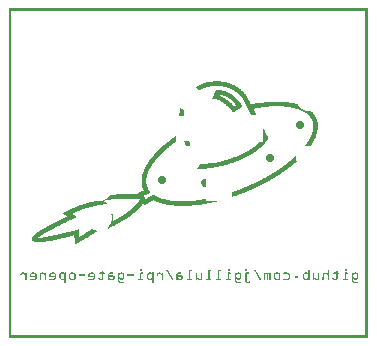
<source format=gbo>
G04 MADE WITH FRITZING*
G04 WWW.FRITZING.ORG*
G04 DOUBLE SIDED*
G04 HOLES PLATED*
G04 CONTOUR ON CENTER OF CONTOUR VECTOR*
%ASAXBY*%
%FSLAX23Y23*%
%MOIN*%
%OFA0B0*%
%SFA1.0B1.0*%
%ADD10C,0.027568*%
%ADD11R,0.001000X0.001000*%
%LNSILK0*%
G90*
G70*
G54D10*
X970Y711D03*
X868Y601D03*
X510Y525D03*
G54D11*
X0Y1098D02*
X1195Y1098D01*
X0Y1097D02*
X1195Y1097D01*
X0Y1096D02*
X1195Y1096D01*
X0Y1095D02*
X1195Y1095D01*
X0Y1094D02*
X1195Y1094D01*
X0Y1093D02*
X1195Y1093D01*
X0Y1092D02*
X1195Y1092D01*
X0Y1091D02*
X1195Y1091D01*
X0Y1090D02*
X7Y1090D01*
X1188Y1090D02*
X1195Y1090D01*
X0Y1089D02*
X7Y1089D01*
X1188Y1089D02*
X1195Y1089D01*
X0Y1088D02*
X7Y1088D01*
X1188Y1088D02*
X1195Y1088D01*
X0Y1087D02*
X7Y1087D01*
X1188Y1087D02*
X1195Y1087D01*
X0Y1086D02*
X7Y1086D01*
X1188Y1086D02*
X1195Y1086D01*
X0Y1085D02*
X7Y1085D01*
X1188Y1085D02*
X1195Y1085D01*
X0Y1084D02*
X7Y1084D01*
X1188Y1084D02*
X1195Y1084D01*
X0Y1083D02*
X7Y1083D01*
X1188Y1083D02*
X1195Y1083D01*
X0Y1082D02*
X7Y1082D01*
X1188Y1082D02*
X1195Y1082D01*
X0Y1081D02*
X7Y1081D01*
X1188Y1081D02*
X1195Y1081D01*
X0Y1080D02*
X7Y1080D01*
X1188Y1080D02*
X1195Y1080D01*
X0Y1079D02*
X7Y1079D01*
X1188Y1079D02*
X1195Y1079D01*
X0Y1078D02*
X7Y1078D01*
X1188Y1078D02*
X1195Y1078D01*
X0Y1077D02*
X7Y1077D01*
X1188Y1077D02*
X1195Y1077D01*
X0Y1076D02*
X7Y1076D01*
X1188Y1076D02*
X1195Y1076D01*
X0Y1075D02*
X7Y1075D01*
X1188Y1075D02*
X1195Y1075D01*
X0Y1074D02*
X7Y1074D01*
X1188Y1074D02*
X1195Y1074D01*
X0Y1073D02*
X7Y1073D01*
X1188Y1073D02*
X1195Y1073D01*
X0Y1072D02*
X7Y1072D01*
X1188Y1072D02*
X1195Y1072D01*
X0Y1071D02*
X7Y1071D01*
X1188Y1071D02*
X1195Y1071D01*
X0Y1070D02*
X7Y1070D01*
X1188Y1070D02*
X1195Y1070D01*
X0Y1069D02*
X7Y1069D01*
X1188Y1069D02*
X1195Y1069D01*
X0Y1068D02*
X7Y1068D01*
X1188Y1068D02*
X1195Y1068D01*
X0Y1067D02*
X7Y1067D01*
X1188Y1067D02*
X1195Y1067D01*
X0Y1066D02*
X7Y1066D01*
X1188Y1066D02*
X1195Y1066D01*
X0Y1065D02*
X7Y1065D01*
X1188Y1065D02*
X1195Y1065D01*
X0Y1064D02*
X7Y1064D01*
X1188Y1064D02*
X1195Y1064D01*
X0Y1063D02*
X7Y1063D01*
X1188Y1063D02*
X1195Y1063D01*
X0Y1062D02*
X7Y1062D01*
X1188Y1062D02*
X1195Y1062D01*
X0Y1061D02*
X7Y1061D01*
X1188Y1061D02*
X1195Y1061D01*
X0Y1060D02*
X7Y1060D01*
X1188Y1060D02*
X1195Y1060D01*
X0Y1059D02*
X7Y1059D01*
X1188Y1059D02*
X1195Y1059D01*
X0Y1058D02*
X7Y1058D01*
X1188Y1058D02*
X1195Y1058D01*
X0Y1057D02*
X7Y1057D01*
X1188Y1057D02*
X1195Y1057D01*
X0Y1056D02*
X7Y1056D01*
X1188Y1056D02*
X1195Y1056D01*
X0Y1055D02*
X7Y1055D01*
X1188Y1055D02*
X1195Y1055D01*
X0Y1054D02*
X7Y1054D01*
X1188Y1054D02*
X1195Y1054D01*
X0Y1053D02*
X7Y1053D01*
X1188Y1053D02*
X1195Y1053D01*
X0Y1052D02*
X7Y1052D01*
X1188Y1052D02*
X1195Y1052D01*
X0Y1051D02*
X7Y1051D01*
X1188Y1051D02*
X1195Y1051D01*
X0Y1050D02*
X7Y1050D01*
X1188Y1050D02*
X1195Y1050D01*
X0Y1049D02*
X7Y1049D01*
X1188Y1049D02*
X1195Y1049D01*
X0Y1048D02*
X7Y1048D01*
X1188Y1048D02*
X1195Y1048D01*
X0Y1047D02*
X7Y1047D01*
X1188Y1047D02*
X1195Y1047D01*
X0Y1046D02*
X7Y1046D01*
X1188Y1046D02*
X1195Y1046D01*
X0Y1045D02*
X7Y1045D01*
X1188Y1045D02*
X1195Y1045D01*
X0Y1044D02*
X7Y1044D01*
X1188Y1044D02*
X1195Y1044D01*
X0Y1043D02*
X7Y1043D01*
X1188Y1043D02*
X1195Y1043D01*
X0Y1042D02*
X7Y1042D01*
X1188Y1042D02*
X1195Y1042D01*
X0Y1041D02*
X7Y1041D01*
X1188Y1041D02*
X1195Y1041D01*
X0Y1040D02*
X7Y1040D01*
X1188Y1040D02*
X1195Y1040D01*
X0Y1039D02*
X7Y1039D01*
X1188Y1039D02*
X1195Y1039D01*
X0Y1038D02*
X7Y1038D01*
X1188Y1038D02*
X1195Y1038D01*
X0Y1037D02*
X7Y1037D01*
X1188Y1037D02*
X1195Y1037D01*
X0Y1036D02*
X7Y1036D01*
X1188Y1036D02*
X1195Y1036D01*
X0Y1035D02*
X7Y1035D01*
X1188Y1035D02*
X1195Y1035D01*
X0Y1034D02*
X7Y1034D01*
X1188Y1034D02*
X1195Y1034D01*
X0Y1033D02*
X7Y1033D01*
X1188Y1033D02*
X1195Y1033D01*
X0Y1032D02*
X7Y1032D01*
X1188Y1032D02*
X1195Y1032D01*
X0Y1031D02*
X7Y1031D01*
X1188Y1031D02*
X1195Y1031D01*
X0Y1030D02*
X7Y1030D01*
X1188Y1030D02*
X1195Y1030D01*
X0Y1029D02*
X7Y1029D01*
X1188Y1029D02*
X1195Y1029D01*
X0Y1028D02*
X7Y1028D01*
X1188Y1028D02*
X1195Y1028D01*
X0Y1027D02*
X7Y1027D01*
X1188Y1027D02*
X1195Y1027D01*
X0Y1026D02*
X7Y1026D01*
X1188Y1026D02*
X1195Y1026D01*
X0Y1025D02*
X7Y1025D01*
X1188Y1025D02*
X1195Y1025D01*
X0Y1024D02*
X7Y1024D01*
X1188Y1024D02*
X1195Y1024D01*
X0Y1023D02*
X7Y1023D01*
X1188Y1023D02*
X1195Y1023D01*
X0Y1022D02*
X7Y1022D01*
X1188Y1022D02*
X1195Y1022D01*
X0Y1021D02*
X7Y1021D01*
X1188Y1021D02*
X1195Y1021D01*
X0Y1020D02*
X7Y1020D01*
X1188Y1020D02*
X1195Y1020D01*
X0Y1019D02*
X7Y1019D01*
X1188Y1019D02*
X1195Y1019D01*
X0Y1018D02*
X7Y1018D01*
X1188Y1018D02*
X1195Y1018D01*
X0Y1017D02*
X7Y1017D01*
X1188Y1017D02*
X1195Y1017D01*
X0Y1016D02*
X7Y1016D01*
X1188Y1016D02*
X1195Y1016D01*
X0Y1015D02*
X7Y1015D01*
X1188Y1015D02*
X1195Y1015D01*
X0Y1014D02*
X7Y1014D01*
X1188Y1014D02*
X1195Y1014D01*
X0Y1013D02*
X7Y1013D01*
X1188Y1013D02*
X1195Y1013D01*
X0Y1012D02*
X7Y1012D01*
X1188Y1012D02*
X1195Y1012D01*
X0Y1011D02*
X7Y1011D01*
X1188Y1011D02*
X1195Y1011D01*
X0Y1010D02*
X7Y1010D01*
X1188Y1010D02*
X1195Y1010D01*
X0Y1009D02*
X7Y1009D01*
X1188Y1009D02*
X1195Y1009D01*
X0Y1008D02*
X7Y1008D01*
X1188Y1008D02*
X1195Y1008D01*
X0Y1007D02*
X7Y1007D01*
X1188Y1007D02*
X1195Y1007D01*
X0Y1006D02*
X7Y1006D01*
X1188Y1006D02*
X1195Y1006D01*
X0Y1005D02*
X7Y1005D01*
X1188Y1005D02*
X1195Y1005D01*
X0Y1004D02*
X7Y1004D01*
X1188Y1004D02*
X1195Y1004D01*
X0Y1003D02*
X7Y1003D01*
X1188Y1003D02*
X1195Y1003D01*
X0Y1002D02*
X7Y1002D01*
X1188Y1002D02*
X1195Y1002D01*
X0Y1001D02*
X7Y1001D01*
X1188Y1001D02*
X1195Y1001D01*
X0Y1000D02*
X7Y1000D01*
X1188Y1000D02*
X1195Y1000D01*
X0Y999D02*
X7Y999D01*
X1188Y999D02*
X1195Y999D01*
X0Y998D02*
X7Y998D01*
X1188Y998D02*
X1195Y998D01*
X0Y997D02*
X7Y997D01*
X1188Y997D02*
X1195Y997D01*
X0Y996D02*
X7Y996D01*
X1188Y996D02*
X1195Y996D01*
X0Y995D02*
X7Y995D01*
X1188Y995D02*
X1195Y995D01*
X0Y994D02*
X7Y994D01*
X1188Y994D02*
X1195Y994D01*
X0Y993D02*
X7Y993D01*
X1188Y993D02*
X1195Y993D01*
X0Y992D02*
X7Y992D01*
X1188Y992D02*
X1195Y992D01*
X0Y991D02*
X7Y991D01*
X1188Y991D02*
X1195Y991D01*
X0Y990D02*
X7Y990D01*
X1188Y990D02*
X1195Y990D01*
X0Y989D02*
X7Y989D01*
X1188Y989D02*
X1195Y989D01*
X0Y988D02*
X7Y988D01*
X1188Y988D02*
X1195Y988D01*
X0Y987D02*
X7Y987D01*
X1188Y987D02*
X1195Y987D01*
X0Y986D02*
X7Y986D01*
X1188Y986D02*
X1195Y986D01*
X0Y985D02*
X7Y985D01*
X1188Y985D02*
X1195Y985D01*
X0Y984D02*
X7Y984D01*
X1188Y984D02*
X1195Y984D01*
X0Y983D02*
X7Y983D01*
X1188Y983D02*
X1195Y983D01*
X0Y982D02*
X7Y982D01*
X1188Y982D02*
X1195Y982D01*
X0Y981D02*
X7Y981D01*
X1188Y981D02*
X1195Y981D01*
X0Y980D02*
X7Y980D01*
X1188Y980D02*
X1195Y980D01*
X0Y979D02*
X7Y979D01*
X1188Y979D02*
X1195Y979D01*
X0Y978D02*
X7Y978D01*
X1188Y978D02*
X1195Y978D01*
X0Y977D02*
X7Y977D01*
X1188Y977D02*
X1195Y977D01*
X0Y976D02*
X7Y976D01*
X1188Y976D02*
X1195Y976D01*
X0Y975D02*
X7Y975D01*
X1188Y975D02*
X1195Y975D01*
X0Y974D02*
X7Y974D01*
X1188Y974D02*
X1195Y974D01*
X0Y973D02*
X7Y973D01*
X1188Y973D02*
X1195Y973D01*
X0Y972D02*
X7Y972D01*
X1188Y972D02*
X1195Y972D01*
X0Y971D02*
X7Y971D01*
X1188Y971D02*
X1195Y971D01*
X0Y970D02*
X7Y970D01*
X1188Y970D02*
X1195Y970D01*
X0Y969D02*
X7Y969D01*
X1188Y969D02*
X1195Y969D01*
X0Y968D02*
X7Y968D01*
X1188Y968D02*
X1195Y968D01*
X0Y967D02*
X7Y967D01*
X1188Y967D02*
X1195Y967D01*
X0Y966D02*
X7Y966D01*
X1188Y966D02*
X1195Y966D01*
X0Y965D02*
X7Y965D01*
X1188Y965D02*
X1195Y965D01*
X0Y964D02*
X7Y964D01*
X1188Y964D02*
X1195Y964D01*
X0Y963D02*
X7Y963D01*
X1188Y963D02*
X1195Y963D01*
X0Y962D02*
X7Y962D01*
X1188Y962D02*
X1195Y962D01*
X0Y961D02*
X7Y961D01*
X1188Y961D02*
X1195Y961D01*
X0Y960D02*
X7Y960D01*
X1188Y960D02*
X1195Y960D01*
X0Y959D02*
X7Y959D01*
X1188Y959D02*
X1195Y959D01*
X0Y958D02*
X7Y958D01*
X1188Y958D02*
X1195Y958D01*
X0Y957D02*
X7Y957D01*
X1188Y957D02*
X1195Y957D01*
X0Y956D02*
X7Y956D01*
X1188Y956D02*
X1195Y956D01*
X0Y955D02*
X7Y955D01*
X1188Y955D02*
X1195Y955D01*
X0Y954D02*
X7Y954D01*
X1188Y954D02*
X1195Y954D01*
X0Y953D02*
X7Y953D01*
X1188Y953D02*
X1195Y953D01*
X0Y952D02*
X7Y952D01*
X1188Y952D02*
X1195Y952D01*
X0Y951D02*
X7Y951D01*
X1188Y951D02*
X1195Y951D01*
X0Y950D02*
X7Y950D01*
X1188Y950D02*
X1195Y950D01*
X0Y949D02*
X7Y949D01*
X1188Y949D02*
X1195Y949D01*
X0Y948D02*
X7Y948D01*
X1188Y948D02*
X1195Y948D01*
X0Y947D02*
X7Y947D01*
X1188Y947D02*
X1195Y947D01*
X0Y946D02*
X7Y946D01*
X1188Y946D02*
X1195Y946D01*
X0Y945D02*
X7Y945D01*
X1188Y945D02*
X1195Y945D01*
X0Y944D02*
X7Y944D01*
X1188Y944D02*
X1195Y944D01*
X0Y943D02*
X7Y943D01*
X1188Y943D02*
X1195Y943D01*
X0Y942D02*
X7Y942D01*
X1188Y942D02*
X1195Y942D01*
X0Y941D02*
X7Y941D01*
X1188Y941D02*
X1195Y941D01*
X0Y940D02*
X7Y940D01*
X1188Y940D02*
X1195Y940D01*
X0Y939D02*
X7Y939D01*
X1188Y939D02*
X1195Y939D01*
X0Y938D02*
X7Y938D01*
X1188Y938D02*
X1195Y938D01*
X0Y937D02*
X7Y937D01*
X1188Y937D02*
X1195Y937D01*
X0Y936D02*
X7Y936D01*
X1188Y936D02*
X1195Y936D01*
X0Y935D02*
X7Y935D01*
X1188Y935D02*
X1195Y935D01*
X0Y934D02*
X7Y934D01*
X1188Y934D02*
X1195Y934D01*
X0Y933D02*
X7Y933D01*
X1188Y933D02*
X1195Y933D01*
X0Y932D02*
X7Y932D01*
X1188Y932D02*
X1195Y932D01*
X0Y931D02*
X7Y931D01*
X1188Y931D02*
X1195Y931D01*
X0Y930D02*
X7Y930D01*
X1188Y930D02*
X1195Y930D01*
X0Y929D02*
X7Y929D01*
X1188Y929D02*
X1195Y929D01*
X0Y928D02*
X7Y928D01*
X1188Y928D02*
X1195Y928D01*
X0Y927D02*
X7Y927D01*
X1188Y927D02*
X1195Y927D01*
X0Y926D02*
X7Y926D01*
X1188Y926D02*
X1195Y926D01*
X0Y925D02*
X7Y925D01*
X1188Y925D02*
X1195Y925D01*
X0Y924D02*
X7Y924D01*
X1188Y924D02*
X1195Y924D01*
X0Y923D02*
X7Y923D01*
X1188Y923D02*
X1195Y923D01*
X0Y922D02*
X7Y922D01*
X1188Y922D02*
X1195Y922D01*
X0Y921D02*
X7Y921D01*
X1188Y921D02*
X1195Y921D01*
X0Y920D02*
X7Y920D01*
X1188Y920D02*
X1195Y920D01*
X0Y919D02*
X7Y919D01*
X1188Y919D02*
X1195Y919D01*
X0Y918D02*
X7Y918D01*
X1188Y918D02*
X1195Y918D01*
X0Y917D02*
X7Y917D01*
X1188Y917D02*
X1195Y917D01*
X0Y916D02*
X7Y916D01*
X1188Y916D02*
X1195Y916D01*
X0Y915D02*
X7Y915D01*
X1188Y915D02*
X1195Y915D01*
X0Y914D02*
X7Y914D01*
X1188Y914D02*
X1195Y914D01*
X0Y913D02*
X7Y913D01*
X1188Y913D02*
X1195Y913D01*
X0Y912D02*
X7Y912D01*
X1188Y912D02*
X1195Y912D01*
X0Y911D02*
X7Y911D01*
X1188Y911D02*
X1195Y911D01*
X0Y910D02*
X7Y910D01*
X1188Y910D02*
X1195Y910D01*
X0Y909D02*
X7Y909D01*
X1188Y909D02*
X1195Y909D01*
X0Y908D02*
X7Y908D01*
X1188Y908D02*
X1195Y908D01*
X0Y907D02*
X7Y907D01*
X1188Y907D02*
X1195Y907D01*
X0Y906D02*
X7Y906D01*
X1188Y906D02*
X1195Y906D01*
X0Y905D02*
X7Y905D01*
X1188Y905D02*
X1195Y905D01*
X0Y904D02*
X7Y904D01*
X1188Y904D02*
X1195Y904D01*
X0Y903D02*
X7Y903D01*
X1188Y903D02*
X1195Y903D01*
X0Y902D02*
X7Y902D01*
X1188Y902D02*
X1195Y902D01*
X0Y901D02*
X7Y901D01*
X1188Y901D02*
X1195Y901D01*
X0Y900D02*
X7Y900D01*
X1188Y900D02*
X1195Y900D01*
X0Y899D02*
X7Y899D01*
X1188Y899D02*
X1195Y899D01*
X0Y898D02*
X7Y898D01*
X1188Y898D02*
X1195Y898D01*
X0Y897D02*
X7Y897D01*
X1188Y897D02*
X1195Y897D01*
X0Y896D02*
X7Y896D01*
X1188Y896D02*
X1195Y896D01*
X0Y895D02*
X7Y895D01*
X1188Y895D02*
X1195Y895D01*
X0Y894D02*
X7Y894D01*
X1188Y894D02*
X1195Y894D01*
X0Y893D02*
X7Y893D01*
X1188Y893D02*
X1195Y893D01*
X0Y892D02*
X7Y892D01*
X1188Y892D02*
X1195Y892D01*
X0Y891D02*
X7Y891D01*
X1188Y891D02*
X1195Y891D01*
X0Y890D02*
X7Y890D01*
X1188Y890D02*
X1195Y890D01*
X0Y889D02*
X7Y889D01*
X1188Y889D02*
X1195Y889D01*
X0Y888D02*
X7Y888D01*
X1188Y888D02*
X1195Y888D01*
X0Y887D02*
X7Y887D01*
X1188Y887D02*
X1195Y887D01*
X0Y886D02*
X7Y886D01*
X1188Y886D02*
X1195Y886D01*
X0Y885D02*
X7Y885D01*
X1188Y885D02*
X1195Y885D01*
X0Y884D02*
X7Y884D01*
X1188Y884D02*
X1195Y884D01*
X0Y883D02*
X7Y883D01*
X1188Y883D02*
X1195Y883D01*
X0Y882D02*
X7Y882D01*
X1188Y882D02*
X1195Y882D01*
X0Y881D02*
X7Y881D01*
X1188Y881D02*
X1195Y881D01*
X0Y880D02*
X7Y880D01*
X1188Y880D02*
X1195Y880D01*
X0Y879D02*
X7Y879D01*
X1188Y879D02*
X1195Y879D01*
X0Y878D02*
X7Y878D01*
X1188Y878D02*
X1195Y878D01*
X0Y877D02*
X7Y877D01*
X1188Y877D02*
X1195Y877D01*
X0Y876D02*
X7Y876D01*
X1188Y876D02*
X1195Y876D01*
X0Y875D02*
X7Y875D01*
X1188Y875D02*
X1195Y875D01*
X0Y874D02*
X7Y874D01*
X1188Y874D02*
X1195Y874D01*
X0Y873D02*
X7Y873D01*
X1188Y873D02*
X1195Y873D01*
X0Y872D02*
X7Y872D01*
X1188Y872D02*
X1195Y872D01*
X0Y871D02*
X7Y871D01*
X1188Y871D02*
X1195Y871D01*
X0Y870D02*
X7Y870D01*
X1188Y870D02*
X1195Y870D01*
X0Y869D02*
X7Y869D01*
X1188Y869D02*
X1195Y869D01*
X0Y868D02*
X7Y868D01*
X1188Y868D02*
X1195Y868D01*
X0Y867D02*
X7Y867D01*
X1188Y867D02*
X1195Y867D01*
X0Y866D02*
X7Y866D01*
X1188Y866D02*
X1195Y866D01*
X0Y865D02*
X7Y865D01*
X1188Y865D02*
X1195Y865D01*
X0Y864D02*
X7Y864D01*
X1188Y864D02*
X1195Y864D01*
X0Y863D02*
X7Y863D01*
X1188Y863D02*
X1195Y863D01*
X0Y862D02*
X7Y862D01*
X1188Y862D02*
X1195Y862D01*
X0Y861D02*
X7Y861D01*
X1188Y861D02*
X1195Y861D01*
X0Y860D02*
X7Y860D01*
X1188Y860D02*
X1195Y860D01*
X0Y859D02*
X7Y859D01*
X1188Y859D02*
X1195Y859D01*
X0Y858D02*
X7Y858D01*
X1188Y858D02*
X1195Y858D01*
X0Y857D02*
X7Y857D01*
X1188Y857D02*
X1195Y857D01*
X0Y856D02*
X7Y856D01*
X1188Y856D02*
X1195Y856D01*
X0Y855D02*
X7Y855D01*
X681Y855D02*
X705Y855D01*
X1188Y855D02*
X1195Y855D01*
X0Y854D02*
X7Y854D01*
X673Y854D02*
X713Y854D01*
X1188Y854D02*
X1195Y854D01*
X0Y853D02*
X7Y853D01*
X666Y853D02*
X718Y853D01*
X1188Y853D02*
X1195Y853D01*
X0Y852D02*
X7Y852D01*
X662Y852D02*
X722Y852D01*
X1188Y852D02*
X1195Y852D01*
X0Y851D02*
X7Y851D01*
X658Y851D02*
X726Y851D01*
X1188Y851D02*
X1195Y851D01*
X0Y850D02*
X7Y850D01*
X654Y850D02*
X730Y850D01*
X1188Y850D02*
X1195Y850D01*
X0Y849D02*
X7Y849D01*
X651Y849D02*
X733Y849D01*
X1188Y849D02*
X1195Y849D01*
X0Y848D02*
X7Y848D01*
X648Y848D02*
X735Y848D01*
X1188Y848D02*
X1195Y848D01*
X0Y847D02*
X7Y847D01*
X645Y847D02*
X738Y847D01*
X1188Y847D02*
X1195Y847D01*
X0Y846D02*
X7Y846D01*
X643Y846D02*
X740Y846D01*
X1188Y846D02*
X1195Y846D01*
X0Y845D02*
X7Y845D01*
X641Y845D02*
X743Y845D01*
X1188Y845D02*
X1195Y845D01*
X0Y844D02*
X7Y844D01*
X638Y844D02*
X745Y844D01*
X1188Y844D02*
X1195Y844D01*
X0Y843D02*
X7Y843D01*
X636Y843D02*
X747Y843D01*
X1188Y843D02*
X1195Y843D01*
X0Y842D02*
X7Y842D01*
X634Y842D02*
X749Y842D01*
X1188Y842D02*
X1195Y842D01*
X0Y841D02*
X7Y841D01*
X632Y841D02*
X751Y841D01*
X1188Y841D02*
X1195Y841D01*
X0Y840D02*
X7Y840D01*
X630Y840D02*
X685Y840D01*
X699Y840D02*
X753Y840D01*
X1188Y840D02*
X1195Y840D01*
X0Y839D02*
X7Y839D01*
X628Y839D02*
X675Y839D01*
X709Y839D02*
X755Y839D01*
X1188Y839D02*
X1195Y839D01*
X0Y838D02*
X7Y838D01*
X627Y838D02*
X669Y838D01*
X715Y838D02*
X756Y838D01*
X1188Y838D02*
X1195Y838D01*
X0Y837D02*
X7Y837D01*
X625Y837D02*
X665Y837D01*
X719Y837D02*
X758Y837D01*
X1188Y837D02*
X1195Y837D01*
X0Y836D02*
X7Y836D01*
X623Y836D02*
X660Y836D01*
X723Y836D02*
X760Y836D01*
X1188Y836D02*
X1195Y836D01*
X0Y835D02*
X7Y835D01*
X622Y835D02*
X657Y835D01*
X727Y835D02*
X761Y835D01*
X1188Y835D02*
X1195Y835D01*
X0Y834D02*
X7Y834D01*
X623Y834D02*
X654Y834D01*
X730Y834D02*
X763Y834D01*
X1188Y834D02*
X1195Y834D01*
X0Y833D02*
X7Y833D01*
X624Y833D02*
X651Y833D01*
X733Y833D02*
X764Y833D01*
X1188Y833D02*
X1195Y833D01*
X0Y832D02*
X7Y832D01*
X626Y832D02*
X649Y832D01*
X735Y832D02*
X766Y832D01*
X1188Y832D02*
X1195Y832D01*
X0Y831D02*
X7Y831D01*
X627Y831D02*
X646Y831D01*
X737Y831D02*
X767Y831D01*
X1188Y831D02*
X1195Y831D01*
X0Y830D02*
X7Y830D01*
X628Y830D02*
X644Y830D01*
X740Y830D02*
X768Y830D01*
X1188Y830D02*
X1195Y830D01*
X0Y829D02*
X7Y829D01*
X629Y829D02*
X642Y829D01*
X742Y829D02*
X769Y829D01*
X1188Y829D02*
X1195Y829D01*
X0Y828D02*
X7Y828D01*
X630Y828D02*
X640Y828D01*
X744Y828D02*
X771Y828D01*
X1188Y828D02*
X1195Y828D01*
X0Y827D02*
X7Y827D01*
X631Y827D02*
X638Y827D01*
X691Y827D02*
X694Y827D01*
X746Y827D02*
X772Y827D01*
X1188Y827D02*
X1195Y827D01*
X0Y826D02*
X7Y826D01*
X632Y826D02*
X636Y826D01*
X690Y826D02*
X703Y826D01*
X748Y826D02*
X773Y826D01*
X1188Y826D02*
X1195Y826D01*
X0Y825D02*
X7Y825D01*
X633Y825D02*
X634Y825D01*
X690Y825D02*
X709Y825D01*
X749Y825D02*
X774Y825D01*
X1188Y825D02*
X1195Y825D01*
X0Y824D02*
X7Y824D01*
X689Y824D02*
X713Y824D01*
X751Y824D02*
X775Y824D01*
X1188Y824D02*
X1195Y824D01*
X0Y823D02*
X7Y823D01*
X689Y823D02*
X716Y823D01*
X753Y823D02*
X776Y823D01*
X1188Y823D02*
X1195Y823D01*
X0Y822D02*
X7Y822D01*
X688Y822D02*
X720Y822D01*
X754Y822D02*
X777Y822D01*
X1188Y822D02*
X1195Y822D01*
X0Y821D02*
X7Y821D01*
X688Y821D02*
X722Y821D01*
X755Y821D02*
X778Y821D01*
X1188Y821D02*
X1195Y821D01*
X0Y820D02*
X7Y820D01*
X687Y820D02*
X725Y820D01*
X757Y820D02*
X780Y820D01*
X1188Y820D02*
X1195Y820D01*
X0Y819D02*
X7Y819D01*
X687Y819D02*
X727Y819D01*
X758Y819D02*
X781Y819D01*
X1188Y819D02*
X1195Y819D01*
X0Y818D02*
X7Y818D01*
X687Y818D02*
X729Y818D01*
X760Y818D02*
X782Y818D01*
X1188Y818D02*
X1195Y818D01*
X0Y817D02*
X7Y817D01*
X686Y817D02*
X731Y817D01*
X761Y817D02*
X783Y817D01*
X1188Y817D02*
X1195Y817D01*
X0Y816D02*
X7Y816D01*
X686Y816D02*
X733Y816D01*
X762Y816D02*
X784Y816D01*
X1188Y816D02*
X1195Y816D01*
X0Y815D02*
X7Y815D01*
X685Y815D02*
X735Y815D01*
X763Y815D02*
X784Y815D01*
X1188Y815D02*
X1195Y815D01*
X0Y814D02*
X7Y814D01*
X685Y814D02*
X737Y814D01*
X764Y814D02*
X785Y814D01*
X1188Y814D02*
X1195Y814D01*
X0Y813D02*
X7Y813D01*
X684Y813D02*
X738Y813D01*
X766Y813D02*
X786Y813D01*
X1188Y813D02*
X1195Y813D01*
X0Y812D02*
X7Y812D01*
X684Y812D02*
X740Y812D01*
X767Y812D02*
X787Y812D01*
X1188Y812D02*
X1195Y812D01*
X0Y811D02*
X7Y811D01*
X684Y811D02*
X742Y811D01*
X768Y811D02*
X788Y811D01*
X1188Y811D02*
X1195Y811D01*
X0Y810D02*
X7Y810D01*
X683Y810D02*
X699Y810D01*
X706Y810D02*
X743Y810D01*
X769Y810D02*
X789Y810D01*
X1188Y810D02*
X1195Y810D01*
X0Y809D02*
X7Y809D01*
X683Y809D02*
X699Y809D01*
X710Y809D02*
X744Y809D01*
X770Y809D02*
X789Y809D01*
X1188Y809D02*
X1195Y809D01*
X0Y808D02*
X7Y808D01*
X682Y808D02*
X701Y808D01*
X714Y808D02*
X746Y808D01*
X771Y808D02*
X790Y808D01*
X1188Y808D02*
X1195Y808D01*
X0Y807D02*
X7Y807D01*
X682Y807D02*
X703Y807D01*
X717Y807D02*
X747Y807D01*
X772Y807D02*
X791Y807D01*
X1188Y807D02*
X1195Y807D01*
X0Y806D02*
X7Y806D01*
X681Y806D02*
X705Y806D01*
X720Y806D02*
X748Y806D01*
X773Y806D02*
X791Y806D01*
X1188Y806D02*
X1195Y806D01*
X0Y805D02*
X7Y805D01*
X681Y805D02*
X707Y805D01*
X722Y805D02*
X749Y805D01*
X774Y805D02*
X792Y805D01*
X1188Y805D02*
X1195Y805D01*
X0Y804D02*
X7Y804D01*
X681Y804D02*
X709Y804D01*
X725Y804D02*
X751Y804D01*
X774Y804D02*
X792Y804D01*
X1188Y804D02*
X1195Y804D01*
X0Y803D02*
X7Y803D01*
X680Y803D02*
X711Y803D01*
X726Y803D02*
X752Y803D01*
X775Y803D02*
X793Y803D01*
X1188Y803D02*
X1195Y803D01*
X0Y802D02*
X7Y802D01*
X680Y802D02*
X713Y802D01*
X728Y802D02*
X753Y802D01*
X776Y802D02*
X794Y802D01*
X1188Y802D02*
X1195Y802D01*
X0Y801D02*
X7Y801D01*
X679Y801D02*
X714Y801D01*
X730Y801D02*
X754Y801D01*
X777Y801D02*
X794Y801D01*
X1188Y801D02*
X1195Y801D01*
X0Y800D02*
X7Y800D01*
X679Y800D02*
X716Y800D01*
X732Y800D02*
X755Y800D01*
X778Y800D02*
X795Y800D01*
X1188Y800D02*
X1195Y800D01*
X0Y799D02*
X7Y799D01*
X678Y799D02*
X717Y799D01*
X733Y799D02*
X756Y799D01*
X778Y799D02*
X795Y799D01*
X1188Y799D02*
X1195Y799D01*
X0Y798D02*
X7Y798D01*
X678Y798D02*
X719Y798D01*
X735Y798D02*
X757Y798D01*
X779Y798D02*
X796Y798D01*
X1188Y798D02*
X1195Y798D01*
X0Y797D02*
X7Y797D01*
X678Y797D02*
X720Y797D01*
X736Y797D02*
X758Y797D01*
X780Y797D02*
X796Y797D01*
X1188Y797D02*
X1195Y797D01*
X0Y796D02*
X7Y796D01*
X689Y796D02*
X722Y796D01*
X737Y796D02*
X759Y796D01*
X780Y796D02*
X797Y796D01*
X1188Y796D02*
X1195Y796D01*
X0Y795D02*
X7Y795D01*
X693Y795D02*
X723Y795D01*
X739Y795D02*
X760Y795D01*
X781Y795D02*
X797Y795D01*
X1188Y795D02*
X1195Y795D01*
X0Y794D02*
X7Y794D01*
X696Y794D02*
X725Y794D01*
X740Y794D02*
X761Y794D01*
X781Y794D02*
X798Y794D01*
X1188Y794D02*
X1195Y794D01*
X0Y793D02*
X7Y793D01*
X698Y793D02*
X726Y793D01*
X741Y793D02*
X761Y793D01*
X782Y793D02*
X798Y793D01*
X1188Y793D02*
X1195Y793D01*
X0Y792D02*
X7Y792D01*
X700Y792D02*
X727Y792D01*
X742Y792D02*
X762Y792D01*
X782Y792D02*
X799Y792D01*
X1188Y792D02*
X1195Y792D01*
X0Y791D02*
X7Y791D01*
X702Y791D02*
X729Y791D01*
X743Y791D02*
X763Y791D01*
X783Y791D02*
X799Y791D01*
X1188Y791D02*
X1195Y791D01*
X0Y790D02*
X7Y790D01*
X704Y790D02*
X730Y790D01*
X744Y790D02*
X764Y790D01*
X783Y790D02*
X800Y790D01*
X1188Y790D02*
X1195Y790D01*
X0Y789D02*
X7Y789D01*
X706Y789D02*
X731Y789D01*
X745Y789D02*
X765Y789D01*
X784Y789D02*
X800Y789D01*
X1188Y789D02*
X1195Y789D01*
X0Y788D02*
X7Y788D01*
X707Y788D02*
X733Y788D01*
X746Y788D02*
X766Y788D01*
X784Y788D02*
X801Y788D01*
X1188Y788D02*
X1195Y788D01*
X0Y787D02*
X7Y787D01*
X709Y787D02*
X734Y787D01*
X747Y787D02*
X766Y787D01*
X785Y787D02*
X801Y787D01*
X875Y787D02*
X910Y787D01*
X1188Y787D02*
X1195Y787D01*
X0Y786D02*
X7Y786D01*
X710Y786D02*
X735Y786D01*
X748Y786D02*
X767Y786D01*
X785Y786D02*
X802Y786D01*
X861Y786D02*
X923Y786D01*
X1188Y786D02*
X1195Y786D01*
X0Y785D02*
X7Y785D01*
X712Y785D02*
X736Y785D01*
X749Y785D02*
X768Y785D01*
X786Y785D02*
X802Y785D01*
X850Y785D02*
X932Y785D01*
X1188Y785D02*
X1195Y785D01*
X0Y784D02*
X7Y784D01*
X713Y784D02*
X737Y784D01*
X750Y784D02*
X769Y784D01*
X786Y784D02*
X803Y784D01*
X842Y784D02*
X938Y784D01*
X1188Y784D02*
X1195Y784D01*
X0Y783D02*
X7Y783D01*
X715Y783D02*
X738Y783D01*
X751Y783D02*
X769Y783D01*
X787Y783D02*
X803Y783D01*
X834Y783D02*
X944Y783D01*
X1188Y783D02*
X1195Y783D01*
X0Y782D02*
X7Y782D01*
X716Y782D02*
X740Y782D01*
X751Y782D02*
X770Y782D01*
X787Y782D02*
X804Y782D01*
X827Y782D02*
X949Y782D01*
X1188Y782D02*
X1195Y782D01*
X0Y781D02*
X7Y781D01*
X718Y781D02*
X741Y781D01*
X752Y781D02*
X771Y781D01*
X788Y781D02*
X804Y781D01*
X821Y781D02*
X953Y781D01*
X1188Y781D02*
X1195Y781D01*
X0Y780D02*
X7Y780D01*
X719Y780D02*
X742Y780D01*
X753Y780D02*
X771Y780D01*
X788Y780D02*
X805Y780D01*
X815Y780D02*
X957Y780D01*
X1188Y780D02*
X1195Y780D01*
X0Y779D02*
X7Y779D01*
X720Y779D02*
X743Y779D01*
X754Y779D02*
X772Y779D01*
X789Y779D02*
X805Y779D01*
X810Y779D02*
X961Y779D01*
X1188Y779D02*
X1195Y779D01*
X0Y778D02*
X7Y778D01*
X722Y778D02*
X744Y778D01*
X755Y778D02*
X773Y778D01*
X789Y778D02*
X961Y778D01*
X1188Y778D02*
X1195Y778D01*
X0Y777D02*
X7Y777D01*
X723Y777D02*
X745Y777D01*
X756Y777D02*
X774Y777D01*
X790Y777D02*
X962Y777D01*
X1188Y777D02*
X1195Y777D01*
X0Y776D02*
X7Y776D01*
X724Y776D02*
X746Y776D01*
X756Y776D02*
X774Y776D01*
X790Y776D02*
X963Y776D01*
X1188Y776D02*
X1195Y776D01*
X0Y775D02*
X7Y775D01*
X725Y775D02*
X747Y775D01*
X756Y775D02*
X775Y775D01*
X791Y775D02*
X963Y775D01*
X1188Y775D02*
X1195Y775D01*
X0Y774D02*
X7Y774D01*
X726Y774D02*
X748Y774D01*
X755Y774D02*
X776Y774D01*
X791Y774D02*
X964Y774D01*
X1188Y774D02*
X1195Y774D01*
X0Y773D02*
X7Y773D01*
X728Y773D02*
X749Y773D01*
X753Y773D02*
X776Y773D01*
X792Y773D02*
X965Y773D01*
X1188Y773D02*
X1195Y773D01*
X0Y772D02*
X7Y772D01*
X729Y772D02*
X776Y772D01*
X793Y772D02*
X965Y772D01*
X1188Y772D02*
X1195Y772D01*
X0Y771D02*
X7Y771D01*
X730Y771D02*
X775Y771D01*
X793Y771D02*
X867Y771D01*
X918Y771D02*
X966Y771D01*
X1188Y771D02*
X1195Y771D01*
X0Y770D02*
X7Y770D01*
X731Y770D02*
X774Y770D01*
X794Y770D02*
X855Y770D01*
X928Y770D02*
X967Y770D01*
X1188Y770D02*
X1195Y770D01*
X0Y769D02*
X7Y769D01*
X732Y769D02*
X774Y769D01*
X794Y769D02*
X846Y769D01*
X935Y769D02*
X968Y769D01*
X1188Y769D02*
X1195Y769D01*
X0Y768D02*
X7Y768D01*
X733Y768D02*
X773Y768D01*
X795Y768D02*
X838Y768D01*
X941Y768D02*
X969Y768D01*
X1188Y768D02*
X1195Y768D01*
X0Y767D02*
X7Y767D01*
X734Y767D02*
X772Y767D01*
X795Y767D02*
X831Y767D01*
X946Y767D02*
X970Y767D01*
X1188Y767D02*
X1195Y767D01*
X0Y766D02*
X7Y766D01*
X571Y766D02*
X572Y766D01*
X735Y766D02*
X771Y766D01*
X796Y766D02*
X825Y766D01*
X950Y766D02*
X971Y766D01*
X1188Y766D02*
X1195Y766D01*
X0Y765D02*
X7Y765D01*
X571Y765D02*
X573Y765D01*
X736Y765D02*
X769Y765D01*
X796Y765D02*
X819Y765D01*
X954Y765D02*
X973Y765D01*
X1188Y765D02*
X1195Y765D01*
X0Y764D02*
X7Y764D01*
X571Y764D02*
X574Y764D01*
X737Y764D02*
X767Y764D01*
X797Y764D02*
X814Y764D01*
X958Y764D02*
X974Y764D01*
X1188Y764D02*
X1195Y764D01*
X0Y763D02*
X7Y763D01*
X571Y763D02*
X576Y763D01*
X738Y763D02*
X766Y763D01*
X797Y763D02*
X814Y763D01*
X961Y763D02*
X975Y763D01*
X1188Y763D02*
X1195Y763D01*
X0Y762D02*
X7Y762D01*
X570Y762D02*
X577Y762D01*
X739Y762D02*
X764Y762D01*
X798Y762D02*
X814Y762D01*
X964Y762D02*
X977Y762D01*
X1188Y762D02*
X1195Y762D01*
X0Y761D02*
X7Y761D01*
X570Y761D02*
X579Y761D01*
X740Y761D02*
X762Y761D01*
X798Y761D02*
X815Y761D01*
X967Y761D02*
X979Y761D01*
X1188Y761D02*
X1195Y761D01*
X0Y760D02*
X7Y760D01*
X570Y760D02*
X581Y760D01*
X741Y760D02*
X761Y760D01*
X799Y760D02*
X815Y760D01*
X970Y760D02*
X980Y760D01*
X1188Y760D02*
X1195Y760D01*
X0Y759D02*
X7Y759D01*
X570Y759D02*
X583Y759D01*
X742Y759D02*
X759Y759D01*
X799Y759D02*
X816Y759D01*
X972Y759D02*
X983Y759D01*
X1188Y759D02*
X1195Y759D01*
X0Y758D02*
X7Y758D01*
X570Y758D02*
X584Y758D01*
X742Y758D02*
X757Y758D01*
X800Y758D02*
X816Y758D01*
X975Y758D02*
X985Y758D01*
X1188Y758D02*
X1195Y758D01*
X0Y757D02*
X7Y757D01*
X569Y757D02*
X584Y757D01*
X743Y757D02*
X755Y757D01*
X800Y757D02*
X817Y757D01*
X977Y757D02*
X989Y757D01*
X1188Y757D02*
X1195Y757D01*
X0Y756D02*
X7Y756D01*
X569Y756D02*
X584Y756D01*
X744Y756D02*
X754Y756D01*
X801Y756D02*
X817Y756D01*
X979Y756D02*
X996Y756D01*
X1003Y756D02*
X1006Y756D01*
X1188Y756D02*
X1195Y756D01*
X0Y755D02*
X7Y755D01*
X569Y755D02*
X584Y755D01*
X745Y755D02*
X752Y755D01*
X801Y755D02*
X818Y755D01*
X981Y755D02*
X1007Y755D01*
X1188Y755D02*
X1195Y755D01*
X0Y754D02*
X7Y754D01*
X569Y754D02*
X583Y754D01*
X746Y754D02*
X750Y754D01*
X802Y754D02*
X818Y754D01*
X983Y754D02*
X1008Y754D01*
X1188Y754D02*
X1195Y754D01*
X0Y753D02*
X7Y753D01*
X569Y753D02*
X583Y753D01*
X746Y753D02*
X749Y753D01*
X802Y753D02*
X819Y753D01*
X984Y753D02*
X1009Y753D01*
X1188Y753D02*
X1195Y753D01*
X0Y752D02*
X7Y752D01*
X569Y752D02*
X583Y752D01*
X747Y752D02*
X747Y752D01*
X803Y752D02*
X819Y752D01*
X986Y752D02*
X1010Y752D01*
X1188Y752D02*
X1195Y752D01*
X0Y751D02*
X7Y751D01*
X569Y751D02*
X583Y751D01*
X803Y751D02*
X820Y751D01*
X988Y751D02*
X1011Y751D01*
X1188Y751D02*
X1195Y751D01*
X0Y750D02*
X7Y750D01*
X568Y750D02*
X583Y750D01*
X804Y750D02*
X820Y750D01*
X989Y750D02*
X1012Y750D01*
X1188Y750D02*
X1195Y750D01*
X0Y749D02*
X7Y749D01*
X568Y749D02*
X583Y749D01*
X804Y749D02*
X821Y749D01*
X991Y749D02*
X1013Y749D01*
X1188Y749D02*
X1195Y749D01*
X0Y748D02*
X7Y748D01*
X568Y748D02*
X583Y748D01*
X805Y748D02*
X821Y748D01*
X992Y748D02*
X1013Y748D01*
X1188Y748D02*
X1195Y748D01*
X0Y747D02*
X7Y747D01*
X568Y747D02*
X582Y747D01*
X805Y747D02*
X822Y747D01*
X993Y747D02*
X1014Y747D01*
X1188Y747D02*
X1195Y747D01*
X0Y746D02*
X7Y746D01*
X568Y746D02*
X582Y746D01*
X806Y746D02*
X822Y746D01*
X994Y746D02*
X1015Y746D01*
X1188Y746D02*
X1195Y746D01*
X0Y745D02*
X7Y745D01*
X568Y745D02*
X582Y745D01*
X806Y745D02*
X823Y745D01*
X996Y745D02*
X1016Y745D01*
X1188Y745D02*
X1195Y745D01*
X0Y744D02*
X7Y744D01*
X568Y744D02*
X582Y744D01*
X807Y744D02*
X823Y744D01*
X997Y744D02*
X1016Y744D01*
X1188Y744D02*
X1195Y744D01*
X0Y743D02*
X7Y743D01*
X568Y743D02*
X582Y743D01*
X998Y743D02*
X1017Y743D01*
X1188Y743D02*
X1195Y743D01*
X0Y742D02*
X7Y742D01*
X568Y742D02*
X582Y742D01*
X999Y742D02*
X1018Y742D01*
X1188Y742D02*
X1195Y742D01*
X0Y741D02*
X7Y741D01*
X568Y741D02*
X582Y741D01*
X1000Y741D02*
X1018Y741D01*
X1188Y741D02*
X1195Y741D01*
X0Y740D02*
X7Y740D01*
X1001Y740D02*
X1019Y740D01*
X1188Y740D02*
X1195Y740D01*
X0Y739D02*
X7Y739D01*
X1002Y739D02*
X1020Y739D01*
X1188Y739D02*
X1195Y739D01*
X0Y738D02*
X7Y738D01*
X1003Y738D02*
X1020Y738D01*
X1188Y738D02*
X1195Y738D01*
X0Y737D02*
X7Y737D01*
X1003Y737D02*
X1021Y737D01*
X1188Y737D02*
X1195Y737D01*
X0Y736D02*
X7Y736D01*
X1004Y736D02*
X1021Y736D01*
X1188Y736D02*
X1195Y736D01*
X0Y735D02*
X7Y735D01*
X1005Y735D02*
X1022Y735D01*
X1188Y735D02*
X1195Y735D01*
X0Y734D02*
X7Y734D01*
X1006Y734D02*
X1022Y734D01*
X1188Y734D02*
X1195Y734D01*
X0Y733D02*
X7Y733D01*
X1006Y733D02*
X1023Y733D01*
X1188Y733D02*
X1195Y733D01*
X0Y732D02*
X7Y732D01*
X1007Y732D02*
X1023Y732D01*
X1188Y732D02*
X1195Y732D01*
X0Y731D02*
X7Y731D01*
X1007Y731D02*
X1024Y731D01*
X1188Y731D02*
X1195Y731D01*
X0Y730D02*
X7Y730D01*
X1008Y730D02*
X1024Y730D01*
X1188Y730D02*
X1195Y730D01*
X0Y729D02*
X7Y729D01*
X1009Y729D02*
X1025Y729D01*
X1188Y729D02*
X1195Y729D01*
X0Y728D02*
X7Y728D01*
X1009Y728D02*
X1025Y728D01*
X1188Y728D02*
X1195Y728D01*
X0Y727D02*
X7Y727D01*
X1010Y727D02*
X1025Y727D01*
X1188Y727D02*
X1195Y727D01*
X0Y726D02*
X7Y726D01*
X1010Y726D02*
X1026Y726D01*
X1188Y726D02*
X1195Y726D01*
X0Y725D02*
X7Y725D01*
X1010Y725D02*
X1026Y725D01*
X1188Y725D02*
X1195Y725D01*
X0Y724D02*
X7Y724D01*
X1011Y724D02*
X1026Y724D01*
X1188Y724D02*
X1195Y724D01*
X0Y723D02*
X7Y723D01*
X1011Y723D02*
X1026Y723D01*
X1188Y723D02*
X1195Y723D01*
X0Y722D02*
X7Y722D01*
X1012Y722D02*
X1027Y722D01*
X1188Y722D02*
X1195Y722D01*
X0Y721D02*
X7Y721D01*
X1012Y721D02*
X1027Y721D01*
X1188Y721D02*
X1195Y721D01*
X0Y720D02*
X7Y720D01*
X1012Y720D02*
X1027Y720D01*
X1188Y720D02*
X1195Y720D01*
X0Y719D02*
X7Y719D01*
X1013Y719D02*
X1027Y719D01*
X1188Y719D02*
X1195Y719D01*
X0Y718D02*
X7Y718D01*
X1013Y718D02*
X1028Y718D01*
X1188Y718D02*
X1195Y718D01*
X0Y717D02*
X7Y717D01*
X1013Y717D02*
X1028Y717D01*
X1188Y717D02*
X1195Y717D01*
X0Y716D02*
X7Y716D01*
X1013Y716D02*
X1028Y716D01*
X1188Y716D02*
X1195Y716D01*
X0Y715D02*
X7Y715D01*
X1013Y715D02*
X1028Y715D01*
X1188Y715D02*
X1195Y715D01*
X0Y714D02*
X7Y714D01*
X1014Y714D02*
X1028Y714D01*
X1188Y714D02*
X1195Y714D01*
X0Y713D02*
X7Y713D01*
X1014Y713D02*
X1028Y713D01*
X1188Y713D02*
X1195Y713D01*
X0Y712D02*
X7Y712D01*
X1014Y712D02*
X1028Y712D01*
X1188Y712D02*
X1195Y712D01*
X0Y711D02*
X7Y711D01*
X1014Y711D02*
X1029Y711D01*
X1188Y711D02*
X1195Y711D01*
X0Y710D02*
X7Y710D01*
X1014Y710D02*
X1029Y710D01*
X1188Y710D02*
X1195Y710D01*
X0Y709D02*
X7Y709D01*
X1014Y709D02*
X1029Y709D01*
X1188Y709D02*
X1195Y709D01*
X0Y708D02*
X7Y708D01*
X1014Y708D02*
X1029Y708D01*
X1188Y708D02*
X1195Y708D01*
X0Y707D02*
X7Y707D01*
X1014Y707D02*
X1029Y707D01*
X1188Y707D02*
X1195Y707D01*
X0Y706D02*
X7Y706D01*
X1014Y706D02*
X1029Y706D01*
X1188Y706D02*
X1195Y706D01*
X0Y705D02*
X7Y705D01*
X1014Y705D02*
X1029Y705D01*
X1188Y705D02*
X1195Y705D01*
X0Y704D02*
X7Y704D01*
X1014Y704D02*
X1029Y704D01*
X1188Y704D02*
X1195Y704D01*
X0Y703D02*
X7Y703D01*
X1014Y703D02*
X1029Y703D01*
X1188Y703D02*
X1195Y703D01*
X0Y702D02*
X7Y702D01*
X1014Y702D02*
X1029Y702D01*
X1188Y702D02*
X1195Y702D01*
X0Y701D02*
X7Y701D01*
X846Y701D02*
X846Y701D01*
X1014Y701D02*
X1029Y701D01*
X1188Y701D02*
X1195Y701D01*
X0Y700D02*
X7Y700D01*
X846Y700D02*
X846Y700D01*
X1014Y700D02*
X1029Y700D01*
X1188Y700D02*
X1195Y700D01*
X0Y699D02*
X7Y699D01*
X846Y699D02*
X847Y699D01*
X1014Y699D02*
X1029Y699D01*
X1188Y699D02*
X1195Y699D01*
X0Y698D02*
X7Y698D01*
X846Y698D02*
X847Y698D01*
X1014Y698D02*
X1028Y698D01*
X1188Y698D02*
X1195Y698D01*
X0Y697D02*
X7Y697D01*
X846Y697D02*
X848Y697D01*
X1014Y697D02*
X1028Y697D01*
X1188Y697D02*
X1195Y697D01*
X0Y696D02*
X7Y696D01*
X846Y696D02*
X848Y696D01*
X1014Y696D02*
X1028Y696D01*
X1188Y696D02*
X1195Y696D01*
X0Y695D02*
X7Y695D01*
X846Y695D02*
X849Y695D01*
X1013Y695D02*
X1028Y695D01*
X1188Y695D02*
X1195Y695D01*
X0Y694D02*
X7Y694D01*
X846Y694D02*
X849Y694D01*
X1013Y694D02*
X1028Y694D01*
X1188Y694D02*
X1195Y694D01*
X0Y693D02*
X7Y693D01*
X846Y693D02*
X850Y693D01*
X1013Y693D02*
X1028Y693D01*
X1188Y693D02*
X1195Y693D01*
X0Y692D02*
X7Y692D01*
X846Y692D02*
X850Y692D01*
X1013Y692D02*
X1028Y692D01*
X1188Y692D02*
X1195Y692D01*
X0Y691D02*
X7Y691D01*
X846Y691D02*
X851Y691D01*
X1013Y691D02*
X1027Y691D01*
X1188Y691D02*
X1195Y691D01*
X0Y690D02*
X7Y690D01*
X846Y690D02*
X851Y690D01*
X1012Y690D02*
X1027Y690D01*
X1188Y690D02*
X1195Y690D01*
X0Y689D02*
X7Y689D01*
X846Y689D02*
X852Y689D01*
X1012Y689D02*
X1027Y689D01*
X1188Y689D02*
X1195Y689D01*
X0Y688D02*
X7Y688D01*
X846Y688D02*
X852Y688D01*
X1012Y688D02*
X1027Y688D01*
X1188Y688D02*
X1195Y688D01*
X0Y687D02*
X7Y687D01*
X846Y687D02*
X853Y687D01*
X1012Y687D02*
X1027Y687D01*
X1188Y687D02*
X1195Y687D01*
X0Y686D02*
X7Y686D01*
X846Y686D02*
X853Y686D01*
X1011Y686D02*
X1026Y686D01*
X1188Y686D02*
X1195Y686D01*
X0Y685D02*
X7Y685D01*
X846Y685D02*
X854Y685D01*
X1011Y685D02*
X1026Y685D01*
X1188Y685D02*
X1195Y685D01*
X0Y684D02*
X7Y684D01*
X846Y684D02*
X854Y684D01*
X1011Y684D02*
X1026Y684D01*
X1188Y684D02*
X1195Y684D01*
X0Y683D02*
X7Y683D01*
X846Y683D02*
X855Y683D01*
X1011Y683D02*
X1026Y683D01*
X1188Y683D02*
X1195Y683D01*
X0Y682D02*
X7Y682D01*
X846Y682D02*
X855Y682D01*
X1010Y682D02*
X1025Y682D01*
X1188Y682D02*
X1195Y682D01*
X0Y681D02*
X7Y681D01*
X846Y681D02*
X856Y681D01*
X1010Y681D02*
X1025Y681D01*
X1188Y681D02*
X1195Y681D01*
X0Y680D02*
X7Y680D01*
X846Y680D02*
X856Y680D01*
X1010Y680D02*
X1025Y680D01*
X1188Y680D02*
X1195Y680D01*
X0Y679D02*
X7Y679D01*
X846Y679D02*
X857Y679D01*
X1009Y679D02*
X1025Y679D01*
X1188Y679D02*
X1195Y679D01*
X0Y678D02*
X7Y678D01*
X846Y678D02*
X857Y678D01*
X1009Y678D02*
X1024Y678D01*
X1188Y678D02*
X1195Y678D01*
X0Y677D02*
X7Y677D01*
X846Y677D02*
X858Y677D01*
X1008Y677D02*
X1024Y677D01*
X1188Y677D02*
X1195Y677D01*
X0Y676D02*
X7Y676D01*
X846Y676D02*
X858Y676D01*
X1008Y676D02*
X1024Y676D01*
X1188Y676D02*
X1195Y676D01*
X0Y675D02*
X7Y675D01*
X846Y675D02*
X859Y675D01*
X1008Y675D02*
X1023Y675D01*
X1188Y675D02*
X1195Y675D01*
X0Y674D02*
X7Y674D01*
X557Y674D02*
X557Y674D01*
X846Y674D02*
X859Y674D01*
X1007Y674D02*
X1023Y674D01*
X1188Y674D02*
X1195Y674D01*
X0Y673D02*
X7Y673D01*
X556Y673D02*
X557Y673D01*
X846Y673D02*
X860Y673D01*
X1007Y673D02*
X1022Y673D01*
X1188Y673D02*
X1195Y673D01*
X0Y672D02*
X7Y672D01*
X555Y672D02*
X557Y672D01*
X846Y672D02*
X860Y672D01*
X1006Y672D02*
X1022Y672D01*
X1188Y672D02*
X1195Y672D01*
X0Y671D02*
X7Y671D01*
X553Y671D02*
X557Y671D01*
X846Y671D02*
X861Y671D01*
X1006Y671D02*
X1022Y671D01*
X1188Y671D02*
X1195Y671D01*
X0Y670D02*
X7Y670D01*
X552Y670D02*
X557Y670D01*
X846Y670D02*
X861Y670D01*
X1005Y670D02*
X1021Y670D01*
X1188Y670D02*
X1195Y670D01*
X0Y669D02*
X7Y669D01*
X550Y669D02*
X557Y669D01*
X846Y669D02*
X862Y669D01*
X1005Y669D02*
X1021Y669D01*
X1188Y669D02*
X1195Y669D01*
X0Y668D02*
X7Y668D01*
X549Y668D02*
X557Y668D01*
X846Y668D02*
X862Y668D01*
X1005Y668D02*
X1021Y668D01*
X1188Y668D02*
X1195Y668D01*
X0Y667D02*
X7Y667D01*
X547Y667D02*
X557Y667D01*
X847Y667D02*
X863Y667D01*
X1004Y667D02*
X1020Y667D01*
X1188Y667D02*
X1195Y667D01*
X0Y666D02*
X7Y666D01*
X546Y666D02*
X557Y666D01*
X847Y666D02*
X863Y666D01*
X1004Y666D02*
X1020Y666D01*
X1188Y666D02*
X1195Y666D01*
X0Y665D02*
X7Y665D01*
X545Y665D02*
X557Y665D01*
X846Y665D02*
X863Y665D01*
X1003Y665D02*
X1019Y665D01*
X1188Y665D02*
X1195Y665D01*
X0Y664D02*
X7Y664D01*
X543Y664D02*
X557Y664D01*
X846Y664D02*
X862Y664D01*
X1002Y664D02*
X1019Y664D01*
X1188Y664D02*
X1195Y664D01*
X0Y663D02*
X7Y663D01*
X542Y663D02*
X557Y663D01*
X846Y663D02*
X862Y663D01*
X1002Y663D02*
X1018Y663D01*
X1188Y663D02*
X1195Y663D01*
X0Y662D02*
X7Y662D01*
X541Y662D02*
X557Y662D01*
X846Y662D02*
X861Y662D01*
X1001Y662D02*
X1018Y662D01*
X1188Y662D02*
X1195Y662D01*
X0Y661D02*
X7Y661D01*
X539Y661D02*
X557Y661D01*
X846Y661D02*
X861Y661D01*
X1001Y661D02*
X1017Y661D01*
X1188Y661D02*
X1195Y661D01*
X0Y660D02*
X7Y660D01*
X538Y660D02*
X557Y660D01*
X846Y660D02*
X860Y660D01*
X1000Y660D02*
X1017Y660D01*
X1188Y660D02*
X1195Y660D01*
X0Y659D02*
X7Y659D01*
X537Y659D02*
X557Y659D01*
X846Y659D02*
X859Y659D01*
X1000Y659D02*
X1016Y659D01*
X1188Y659D02*
X1195Y659D01*
X0Y658D02*
X7Y658D01*
X536Y658D02*
X557Y658D01*
X846Y658D02*
X859Y658D01*
X999Y658D02*
X1016Y658D01*
X1188Y658D02*
X1195Y658D01*
X0Y657D02*
X7Y657D01*
X534Y657D02*
X557Y657D01*
X846Y657D02*
X858Y657D01*
X999Y657D02*
X1015Y657D01*
X1188Y657D02*
X1195Y657D01*
X0Y656D02*
X7Y656D01*
X533Y656D02*
X557Y656D01*
X846Y656D02*
X858Y656D01*
X998Y656D02*
X1015Y656D01*
X1188Y656D02*
X1195Y656D01*
X0Y655D02*
X7Y655D01*
X532Y655D02*
X556Y655D01*
X584Y655D02*
X600Y655D01*
X846Y655D02*
X857Y655D01*
X997Y655D02*
X1014Y655D01*
X1188Y655D02*
X1195Y655D01*
X0Y654D02*
X7Y654D01*
X530Y654D02*
X555Y654D01*
X585Y654D02*
X600Y654D01*
X846Y654D02*
X856Y654D01*
X997Y654D02*
X1014Y654D01*
X1188Y654D02*
X1195Y654D01*
X0Y653D02*
X7Y653D01*
X529Y653D02*
X554Y653D01*
X585Y653D02*
X600Y653D01*
X846Y653D02*
X856Y653D01*
X996Y653D02*
X1013Y653D01*
X1188Y653D02*
X1195Y653D01*
X0Y652D02*
X7Y652D01*
X528Y652D02*
X552Y652D01*
X585Y652D02*
X601Y652D01*
X846Y652D02*
X855Y652D01*
X995Y652D02*
X1013Y652D01*
X1188Y652D02*
X1195Y652D01*
X0Y651D02*
X7Y651D01*
X527Y651D02*
X551Y651D01*
X586Y651D02*
X601Y651D01*
X834Y651D02*
X854Y651D01*
X995Y651D02*
X1012Y651D01*
X1188Y651D02*
X1195Y651D01*
X0Y650D02*
X7Y650D01*
X525Y650D02*
X550Y650D01*
X586Y650D02*
X601Y650D01*
X833Y650D02*
X853Y650D01*
X994Y650D02*
X1011Y650D01*
X1188Y650D02*
X1195Y650D01*
X0Y649D02*
X7Y649D01*
X524Y649D02*
X548Y649D01*
X586Y649D02*
X602Y649D01*
X832Y649D02*
X853Y649D01*
X993Y649D02*
X1011Y649D01*
X1188Y649D02*
X1195Y649D01*
X0Y648D02*
X7Y648D01*
X523Y648D02*
X547Y648D01*
X587Y648D02*
X602Y648D01*
X831Y648D02*
X852Y648D01*
X993Y648D02*
X1010Y648D01*
X1188Y648D02*
X1195Y648D01*
X0Y647D02*
X7Y647D01*
X522Y647D02*
X546Y647D01*
X587Y647D02*
X602Y647D01*
X830Y647D02*
X851Y647D01*
X992Y647D02*
X1010Y647D01*
X1188Y647D02*
X1195Y647D01*
X0Y646D02*
X7Y646D01*
X521Y646D02*
X544Y646D01*
X587Y646D02*
X602Y646D01*
X829Y646D02*
X850Y646D01*
X991Y646D02*
X1009Y646D01*
X1188Y646D02*
X1195Y646D01*
X0Y645D02*
X7Y645D01*
X520Y645D02*
X543Y645D01*
X587Y645D02*
X603Y645D01*
X828Y645D02*
X849Y645D01*
X991Y645D02*
X1008Y645D01*
X1188Y645D02*
X1195Y645D01*
X0Y644D02*
X7Y644D01*
X518Y644D02*
X542Y644D01*
X588Y644D02*
X603Y644D01*
X827Y644D02*
X848Y644D01*
X990Y644D02*
X1008Y644D01*
X1188Y644D02*
X1195Y644D01*
X0Y643D02*
X7Y643D01*
X517Y643D02*
X540Y643D01*
X588Y643D02*
X603Y643D01*
X825Y643D02*
X847Y643D01*
X989Y643D02*
X1007Y643D01*
X1188Y643D02*
X1195Y643D01*
X0Y642D02*
X7Y642D01*
X516Y642D02*
X539Y642D01*
X588Y642D02*
X604Y642D01*
X824Y642D02*
X846Y642D01*
X988Y642D02*
X1006Y642D01*
X1188Y642D02*
X1195Y642D01*
X0Y641D02*
X7Y641D01*
X515Y641D02*
X538Y641D01*
X589Y641D02*
X604Y641D01*
X823Y641D02*
X845Y641D01*
X988Y641D02*
X1006Y641D01*
X1188Y641D02*
X1195Y641D01*
X0Y640D02*
X7Y640D01*
X514Y640D02*
X537Y640D01*
X589Y640D02*
X591Y640D01*
X822Y640D02*
X844Y640D01*
X987Y640D02*
X991Y640D01*
X1188Y640D02*
X1195Y640D01*
X0Y639D02*
X7Y639D01*
X513Y639D02*
X535Y639D01*
X820Y639D02*
X843Y639D01*
X986Y639D02*
X987Y639D01*
X1188Y639D02*
X1195Y639D01*
X0Y638D02*
X7Y638D01*
X511Y638D02*
X534Y638D01*
X819Y638D02*
X842Y638D01*
X1188Y638D02*
X1195Y638D01*
X0Y637D02*
X7Y637D01*
X510Y637D02*
X533Y637D01*
X818Y637D02*
X841Y637D01*
X1188Y637D02*
X1195Y637D01*
X0Y636D02*
X7Y636D01*
X509Y636D02*
X532Y636D01*
X816Y636D02*
X840Y636D01*
X1188Y636D02*
X1195Y636D01*
X0Y635D02*
X7Y635D01*
X508Y635D02*
X531Y635D01*
X815Y635D02*
X839Y635D01*
X1188Y635D02*
X1195Y635D01*
X0Y634D02*
X7Y634D01*
X507Y634D02*
X530Y634D01*
X813Y634D02*
X838Y634D01*
X1188Y634D02*
X1195Y634D01*
X0Y633D02*
X7Y633D01*
X506Y633D02*
X528Y633D01*
X812Y633D02*
X837Y633D01*
X1188Y633D02*
X1195Y633D01*
X0Y632D02*
X7Y632D01*
X505Y632D02*
X527Y632D01*
X810Y632D02*
X835Y632D01*
X1188Y632D02*
X1195Y632D01*
X0Y631D02*
X7Y631D01*
X504Y631D02*
X526Y631D01*
X809Y631D02*
X834Y631D01*
X1188Y631D02*
X1195Y631D01*
X0Y630D02*
X7Y630D01*
X503Y630D02*
X525Y630D01*
X807Y630D02*
X833Y630D01*
X1188Y630D02*
X1195Y630D01*
X0Y629D02*
X7Y629D01*
X502Y629D02*
X524Y629D01*
X806Y629D02*
X832Y629D01*
X1188Y629D02*
X1195Y629D01*
X0Y628D02*
X7Y628D01*
X501Y628D02*
X522Y628D01*
X804Y628D02*
X830Y628D01*
X1188Y628D02*
X1195Y628D01*
X0Y627D02*
X7Y627D01*
X500Y627D02*
X521Y627D01*
X803Y627D02*
X829Y627D01*
X1188Y627D02*
X1195Y627D01*
X0Y626D02*
X7Y626D01*
X499Y626D02*
X520Y626D01*
X801Y626D02*
X828Y626D01*
X1188Y626D02*
X1195Y626D01*
X0Y625D02*
X7Y625D01*
X498Y625D02*
X519Y625D01*
X799Y625D02*
X827Y625D01*
X1188Y625D02*
X1195Y625D01*
X0Y624D02*
X7Y624D01*
X497Y624D02*
X518Y624D01*
X797Y624D02*
X825Y624D01*
X1188Y624D02*
X1195Y624D01*
X0Y623D02*
X7Y623D01*
X496Y623D02*
X517Y623D01*
X796Y623D02*
X824Y623D01*
X1188Y623D02*
X1195Y623D01*
X0Y622D02*
X7Y622D01*
X495Y622D02*
X516Y622D01*
X794Y622D02*
X822Y622D01*
X1188Y622D02*
X1195Y622D01*
X0Y621D02*
X7Y621D01*
X494Y621D02*
X515Y621D01*
X792Y621D02*
X821Y621D01*
X1188Y621D02*
X1195Y621D01*
X0Y620D02*
X7Y620D01*
X493Y620D02*
X514Y620D01*
X791Y620D02*
X819Y620D01*
X1188Y620D02*
X1195Y620D01*
X0Y619D02*
X7Y619D01*
X492Y619D02*
X513Y619D01*
X789Y619D02*
X818Y619D01*
X1188Y619D02*
X1195Y619D01*
X0Y618D02*
X7Y618D01*
X491Y618D02*
X512Y618D01*
X787Y618D02*
X816Y618D01*
X1188Y618D02*
X1195Y618D01*
X0Y617D02*
X7Y617D01*
X490Y617D02*
X511Y617D01*
X785Y617D02*
X815Y617D01*
X1188Y617D02*
X1195Y617D01*
X0Y616D02*
X7Y616D01*
X489Y616D02*
X510Y616D01*
X783Y616D02*
X813Y616D01*
X1188Y616D02*
X1195Y616D01*
X0Y615D02*
X7Y615D01*
X488Y615D02*
X509Y615D01*
X781Y615D02*
X812Y615D01*
X1188Y615D02*
X1195Y615D01*
X0Y614D02*
X7Y614D01*
X487Y614D02*
X508Y614D01*
X779Y614D02*
X810Y614D01*
X1188Y614D02*
X1195Y614D01*
X0Y613D02*
X7Y613D01*
X486Y613D02*
X507Y613D01*
X777Y613D02*
X808Y613D01*
X1188Y613D02*
X1195Y613D01*
X0Y612D02*
X7Y612D01*
X485Y612D02*
X506Y612D01*
X775Y612D02*
X807Y612D01*
X1188Y612D02*
X1195Y612D01*
X0Y611D02*
X7Y611D01*
X485Y611D02*
X505Y611D01*
X772Y611D02*
X805Y611D01*
X1188Y611D02*
X1195Y611D01*
X0Y610D02*
X7Y610D01*
X484Y610D02*
X504Y610D01*
X770Y610D02*
X803Y610D01*
X1188Y610D02*
X1195Y610D01*
X0Y609D02*
X7Y609D01*
X483Y609D02*
X503Y609D01*
X768Y609D02*
X801Y609D01*
X1188Y609D02*
X1195Y609D01*
X0Y608D02*
X7Y608D01*
X482Y608D02*
X502Y608D01*
X766Y608D02*
X800Y608D01*
X1188Y608D02*
X1195Y608D01*
X0Y607D02*
X7Y607D01*
X481Y607D02*
X501Y607D01*
X763Y607D02*
X798Y607D01*
X957Y607D02*
X957Y607D01*
X1188Y607D02*
X1195Y607D01*
X0Y606D02*
X7Y606D01*
X480Y606D02*
X500Y606D01*
X761Y606D02*
X796Y606D01*
X956Y606D02*
X957Y606D01*
X1188Y606D02*
X1195Y606D01*
X0Y605D02*
X7Y605D01*
X479Y605D02*
X499Y605D01*
X759Y605D02*
X794Y605D01*
X955Y605D02*
X957Y605D01*
X1188Y605D02*
X1195Y605D01*
X0Y604D02*
X7Y604D01*
X478Y604D02*
X498Y604D01*
X756Y604D02*
X792Y604D01*
X954Y604D02*
X957Y604D01*
X1188Y604D02*
X1195Y604D01*
X0Y603D02*
X7Y603D01*
X478Y603D02*
X497Y603D01*
X754Y603D02*
X790Y603D01*
X953Y603D02*
X957Y603D01*
X1188Y603D02*
X1195Y603D01*
X0Y602D02*
X7Y602D01*
X477Y602D02*
X496Y602D01*
X751Y602D02*
X788Y602D01*
X951Y602D02*
X956Y602D01*
X1188Y602D02*
X1195Y602D01*
X0Y601D02*
X7Y601D01*
X476Y601D02*
X495Y601D01*
X748Y601D02*
X786Y601D01*
X950Y601D02*
X956Y601D01*
X1188Y601D02*
X1195Y601D01*
X0Y600D02*
X7Y600D01*
X475Y600D02*
X495Y600D01*
X746Y600D02*
X784Y600D01*
X949Y600D02*
X956Y600D01*
X1188Y600D02*
X1195Y600D01*
X0Y599D02*
X7Y599D01*
X475Y599D02*
X494Y599D01*
X743Y599D02*
X782Y599D01*
X948Y599D02*
X956Y599D01*
X1188Y599D02*
X1195Y599D01*
X0Y598D02*
X7Y598D01*
X474Y598D02*
X493Y598D01*
X740Y598D02*
X780Y598D01*
X947Y598D02*
X956Y598D01*
X1188Y598D02*
X1195Y598D01*
X0Y597D02*
X7Y597D01*
X473Y597D02*
X492Y597D01*
X737Y597D02*
X778Y597D01*
X946Y597D02*
X956Y597D01*
X1188Y597D02*
X1195Y597D01*
X0Y596D02*
X7Y596D01*
X472Y596D02*
X491Y596D01*
X734Y596D02*
X776Y596D01*
X945Y596D02*
X956Y596D01*
X1188Y596D02*
X1195Y596D01*
X0Y595D02*
X7Y595D01*
X471Y595D02*
X490Y595D01*
X731Y595D02*
X774Y595D01*
X944Y595D02*
X956Y595D01*
X1188Y595D02*
X1195Y595D01*
X0Y594D02*
X7Y594D01*
X471Y594D02*
X489Y594D01*
X728Y594D02*
X771Y594D01*
X942Y594D02*
X957Y594D01*
X1188Y594D02*
X1195Y594D01*
X0Y593D02*
X7Y593D01*
X470Y593D02*
X488Y593D01*
X725Y593D02*
X769Y593D01*
X941Y593D02*
X957Y593D01*
X1188Y593D02*
X1195Y593D01*
X0Y592D02*
X7Y592D01*
X469Y592D02*
X488Y592D01*
X722Y592D02*
X767Y592D01*
X940Y592D02*
X957Y592D01*
X1188Y592D02*
X1195Y592D01*
X0Y591D02*
X7Y591D01*
X468Y591D02*
X487Y591D01*
X718Y591D02*
X765Y591D01*
X939Y591D02*
X957Y591D01*
X1188Y591D02*
X1195Y591D01*
X0Y590D02*
X7Y590D01*
X468Y590D02*
X486Y590D01*
X714Y590D02*
X762Y590D01*
X938Y590D02*
X957Y590D01*
X1188Y590D02*
X1195Y590D01*
X0Y589D02*
X7Y589D01*
X467Y589D02*
X485Y589D01*
X710Y589D02*
X760Y589D01*
X936Y589D02*
X957Y589D01*
X1188Y589D02*
X1195Y589D01*
X0Y588D02*
X7Y588D01*
X466Y588D02*
X485Y588D01*
X706Y588D02*
X757Y588D01*
X935Y588D02*
X958Y588D01*
X1188Y588D02*
X1195Y588D01*
X0Y587D02*
X7Y587D01*
X466Y587D02*
X484Y587D01*
X702Y587D02*
X754Y587D01*
X934Y587D02*
X957Y587D01*
X1188Y587D02*
X1195Y587D01*
X0Y586D02*
X7Y586D01*
X465Y586D02*
X483Y586D01*
X698Y586D02*
X752Y586D01*
X933Y586D02*
X956Y586D01*
X1188Y586D02*
X1195Y586D01*
X0Y585D02*
X7Y585D01*
X464Y585D02*
X482Y585D01*
X693Y585D02*
X749Y585D01*
X931Y585D02*
X955Y585D01*
X1188Y585D02*
X1195Y585D01*
X0Y584D02*
X7Y584D01*
X464Y584D02*
X482Y584D01*
X687Y584D02*
X746Y584D01*
X930Y584D02*
X954Y584D01*
X1188Y584D02*
X1195Y584D01*
X0Y583D02*
X7Y583D01*
X463Y583D02*
X481Y583D01*
X681Y583D02*
X743Y583D01*
X929Y583D02*
X952Y583D01*
X1188Y583D02*
X1195Y583D01*
X0Y582D02*
X7Y582D01*
X462Y582D02*
X480Y582D01*
X674Y582D02*
X740Y582D01*
X928Y582D02*
X951Y582D01*
X1188Y582D02*
X1195Y582D01*
X0Y581D02*
X7Y581D01*
X462Y581D02*
X479Y581D01*
X665Y581D02*
X737Y581D01*
X926Y581D02*
X950Y581D01*
X1188Y581D02*
X1195Y581D01*
X0Y580D02*
X7Y580D01*
X461Y580D02*
X479Y580D01*
X649Y580D02*
X734Y580D01*
X925Y580D02*
X949Y580D01*
X1188Y580D02*
X1195Y580D01*
X0Y579D02*
X7Y579D01*
X461Y579D02*
X478Y579D01*
X638Y579D02*
X731Y579D01*
X924Y579D02*
X948Y579D01*
X1188Y579D02*
X1195Y579D01*
X0Y578D02*
X7Y578D01*
X460Y578D02*
X477Y578D01*
X637Y578D02*
X728Y578D01*
X922Y578D02*
X946Y578D01*
X1188Y578D02*
X1195Y578D01*
X0Y577D02*
X7Y577D01*
X459Y577D02*
X477Y577D01*
X637Y577D02*
X724Y577D01*
X921Y577D02*
X945Y577D01*
X1188Y577D02*
X1195Y577D01*
X0Y576D02*
X7Y576D01*
X459Y576D02*
X476Y576D01*
X636Y576D02*
X721Y576D01*
X920Y576D02*
X944Y576D01*
X1188Y576D02*
X1195Y576D01*
X0Y575D02*
X7Y575D01*
X458Y575D02*
X475Y575D01*
X635Y575D02*
X717Y575D01*
X918Y575D02*
X943Y575D01*
X1188Y575D02*
X1195Y575D01*
X0Y574D02*
X7Y574D01*
X458Y574D02*
X475Y574D01*
X635Y574D02*
X713Y574D01*
X917Y574D02*
X942Y574D01*
X1188Y574D02*
X1195Y574D01*
X0Y573D02*
X7Y573D01*
X457Y573D02*
X474Y573D01*
X634Y573D02*
X709Y573D01*
X916Y573D02*
X940Y573D01*
X1188Y573D02*
X1195Y573D01*
X0Y572D02*
X7Y572D01*
X456Y572D02*
X473Y572D01*
X633Y572D02*
X705Y572D01*
X914Y572D02*
X939Y572D01*
X1188Y572D02*
X1195Y572D01*
X0Y571D02*
X7Y571D01*
X456Y571D02*
X473Y571D01*
X632Y571D02*
X700Y571D01*
X913Y571D02*
X938Y571D01*
X1188Y571D02*
X1195Y571D01*
X0Y570D02*
X7Y570D01*
X455Y570D02*
X472Y570D01*
X632Y570D02*
X695Y570D01*
X912Y570D02*
X936Y570D01*
X1188Y570D02*
X1195Y570D01*
X0Y569D02*
X7Y569D01*
X455Y569D02*
X472Y569D01*
X631Y569D02*
X690Y569D01*
X910Y569D02*
X935Y569D01*
X1188Y569D02*
X1195Y569D01*
X0Y568D02*
X7Y568D01*
X454Y568D02*
X471Y568D01*
X630Y568D02*
X684Y568D01*
X909Y568D02*
X934Y568D01*
X1188Y568D02*
X1195Y568D01*
X0Y567D02*
X7Y567D01*
X454Y567D02*
X470Y567D01*
X629Y567D02*
X677Y567D01*
X907Y567D02*
X933Y567D01*
X1188Y567D02*
X1195Y567D01*
X0Y566D02*
X7Y566D01*
X453Y566D02*
X470Y566D01*
X627Y566D02*
X669Y566D01*
X906Y566D02*
X931Y566D01*
X1188Y566D02*
X1195Y566D01*
X0Y565D02*
X7Y565D01*
X453Y565D02*
X469Y565D01*
X626Y565D02*
X658Y565D01*
X904Y565D02*
X930Y565D01*
X1188Y565D02*
X1195Y565D01*
X0Y564D02*
X7Y564D01*
X452Y564D02*
X469Y564D01*
X903Y564D02*
X929Y564D01*
X1188Y564D02*
X1195Y564D01*
X0Y563D02*
X7Y563D01*
X452Y563D02*
X468Y563D01*
X901Y563D02*
X927Y563D01*
X1188Y563D02*
X1195Y563D01*
X0Y562D02*
X7Y562D01*
X452Y562D02*
X468Y562D01*
X900Y562D02*
X926Y562D01*
X1188Y562D02*
X1195Y562D01*
X0Y561D02*
X7Y561D01*
X451Y561D02*
X467Y561D01*
X899Y561D02*
X925Y561D01*
X1188Y561D02*
X1195Y561D01*
X0Y560D02*
X7Y560D01*
X451Y560D02*
X467Y560D01*
X897Y560D02*
X923Y560D01*
X1188Y560D02*
X1195Y560D01*
X0Y559D02*
X7Y559D01*
X450Y559D02*
X466Y559D01*
X895Y559D02*
X922Y559D01*
X1188Y559D02*
X1195Y559D01*
X0Y558D02*
X7Y558D01*
X450Y558D02*
X466Y558D01*
X894Y558D02*
X920Y558D01*
X1188Y558D02*
X1195Y558D01*
X0Y557D02*
X7Y557D01*
X449Y557D02*
X465Y557D01*
X892Y557D02*
X919Y557D01*
X1188Y557D02*
X1195Y557D01*
X0Y556D02*
X7Y556D01*
X449Y556D02*
X465Y556D01*
X891Y556D02*
X918Y556D01*
X1188Y556D02*
X1195Y556D01*
X0Y555D02*
X7Y555D01*
X449Y555D02*
X464Y555D01*
X889Y555D02*
X916Y555D01*
X1188Y555D02*
X1195Y555D01*
X0Y554D02*
X7Y554D01*
X448Y554D02*
X464Y554D01*
X888Y554D02*
X915Y554D01*
X1188Y554D02*
X1195Y554D01*
X0Y553D02*
X7Y553D01*
X448Y553D02*
X463Y553D01*
X886Y553D02*
X913Y553D01*
X1188Y553D02*
X1195Y553D01*
X0Y552D02*
X7Y552D01*
X448Y552D02*
X463Y552D01*
X885Y552D02*
X912Y552D01*
X1188Y552D02*
X1195Y552D01*
X0Y551D02*
X7Y551D01*
X447Y551D02*
X463Y551D01*
X883Y551D02*
X910Y551D01*
X1188Y551D02*
X1195Y551D01*
X0Y550D02*
X7Y550D01*
X447Y550D02*
X462Y550D01*
X881Y550D02*
X909Y550D01*
X1188Y550D02*
X1195Y550D01*
X0Y549D02*
X7Y549D01*
X447Y549D02*
X462Y549D01*
X880Y549D02*
X907Y549D01*
X1188Y549D02*
X1195Y549D01*
X0Y548D02*
X7Y548D01*
X446Y548D02*
X462Y548D01*
X878Y548D02*
X906Y548D01*
X1188Y548D02*
X1195Y548D01*
X0Y547D02*
X7Y547D01*
X446Y547D02*
X461Y547D01*
X876Y547D02*
X904Y547D01*
X1188Y547D02*
X1195Y547D01*
X0Y546D02*
X7Y546D01*
X446Y546D02*
X461Y546D01*
X875Y546D02*
X903Y546D01*
X1188Y546D02*
X1195Y546D01*
X0Y545D02*
X7Y545D01*
X445Y545D02*
X460Y545D01*
X873Y545D02*
X901Y545D01*
X1188Y545D02*
X1195Y545D01*
X0Y544D02*
X7Y544D01*
X445Y544D02*
X460Y544D01*
X871Y544D02*
X900Y544D01*
X1188Y544D02*
X1195Y544D01*
X0Y543D02*
X7Y543D01*
X445Y543D02*
X460Y543D01*
X870Y543D02*
X898Y543D01*
X1188Y543D02*
X1195Y543D01*
X0Y542D02*
X7Y542D01*
X445Y542D02*
X460Y542D01*
X868Y542D02*
X897Y542D01*
X1188Y542D02*
X1195Y542D01*
X0Y541D02*
X7Y541D01*
X444Y541D02*
X459Y541D01*
X866Y541D02*
X895Y541D01*
X1188Y541D02*
X1195Y541D01*
X0Y540D02*
X7Y540D01*
X444Y540D02*
X459Y540D01*
X865Y540D02*
X894Y540D01*
X1188Y540D02*
X1195Y540D01*
X0Y539D02*
X7Y539D01*
X444Y539D02*
X459Y539D01*
X863Y539D02*
X892Y539D01*
X1188Y539D02*
X1195Y539D01*
X0Y538D02*
X7Y538D01*
X444Y538D02*
X459Y538D01*
X861Y538D02*
X890Y538D01*
X1188Y538D02*
X1195Y538D01*
X0Y537D02*
X7Y537D01*
X443Y537D02*
X458Y537D01*
X859Y537D02*
X889Y537D01*
X1188Y537D02*
X1195Y537D01*
X0Y536D02*
X7Y536D01*
X443Y536D02*
X458Y536D01*
X857Y536D02*
X887Y536D01*
X1188Y536D02*
X1195Y536D01*
X0Y535D02*
X7Y535D01*
X443Y535D02*
X458Y535D01*
X856Y535D02*
X886Y535D01*
X1188Y535D02*
X1195Y535D01*
X0Y534D02*
X7Y534D01*
X443Y534D02*
X458Y534D01*
X854Y534D02*
X884Y534D01*
X1188Y534D02*
X1195Y534D01*
X0Y533D02*
X7Y533D01*
X443Y533D02*
X457Y533D01*
X852Y533D02*
X882Y533D01*
X1188Y533D02*
X1195Y533D01*
X0Y532D02*
X7Y532D01*
X443Y532D02*
X457Y532D01*
X850Y532D02*
X881Y532D01*
X1188Y532D02*
X1195Y532D01*
X0Y531D02*
X7Y531D01*
X443Y531D02*
X457Y531D01*
X848Y531D02*
X879Y531D01*
X1188Y531D02*
X1195Y531D01*
X0Y530D02*
X7Y530D01*
X442Y530D02*
X457Y530D01*
X651Y530D02*
X656Y530D01*
X846Y530D02*
X877Y530D01*
X1188Y530D02*
X1195Y530D01*
X0Y529D02*
X7Y529D01*
X442Y529D02*
X457Y529D01*
X648Y529D02*
X656Y529D01*
X845Y529D02*
X876Y529D01*
X1188Y529D02*
X1195Y529D01*
X0Y528D02*
X7Y528D01*
X442Y528D02*
X457Y528D01*
X646Y528D02*
X656Y528D01*
X843Y528D02*
X874Y528D01*
X1188Y528D02*
X1195Y528D01*
X0Y527D02*
X7Y527D01*
X442Y527D02*
X457Y527D01*
X645Y527D02*
X656Y527D01*
X841Y527D02*
X872Y527D01*
X1188Y527D02*
X1195Y527D01*
X0Y526D02*
X7Y526D01*
X442Y526D02*
X457Y526D01*
X644Y526D02*
X656Y526D01*
X839Y526D02*
X870Y526D01*
X1188Y526D02*
X1195Y526D01*
X0Y525D02*
X7Y525D01*
X442Y525D02*
X457Y525D01*
X643Y525D02*
X656Y525D01*
X837Y525D02*
X869Y525D01*
X1188Y525D02*
X1195Y525D01*
X0Y524D02*
X7Y524D01*
X442Y524D02*
X457Y524D01*
X643Y524D02*
X656Y524D01*
X835Y524D02*
X867Y524D01*
X1188Y524D02*
X1195Y524D01*
X0Y523D02*
X7Y523D01*
X442Y523D02*
X457Y523D01*
X642Y523D02*
X656Y523D01*
X833Y523D02*
X865Y523D01*
X1188Y523D02*
X1195Y523D01*
X0Y522D02*
X7Y522D01*
X442Y522D02*
X457Y522D01*
X642Y522D02*
X656Y522D01*
X831Y522D02*
X863Y522D01*
X1188Y522D02*
X1195Y522D01*
X0Y521D02*
X7Y521D01*
X442Y521D02*
X457Y521D01*
X641Y521D02*
X656Y521D01*
X829Y521D02*
X861Y521D01*
X1188Y521D02*
X1195Y521D01*
X0Y520D02*
X7Y520D01*
X442Y520D02*
X457Y520D01*
X641Y520D02*
X656Y520D01*
X827Y520D02*
X860Y520D01*
X1188Y520D02*
X1195Y520D01*
X0Y519D02*
X7Y519D01*
X442Y519D02*
X457Y519D01*
X641Y519D02*
X656Y519D01*
X825Y519D02*
X858Y519D01*
X1188Y519D02*
X1195Y519D01*
X0Y518D02*
X7Y518D01*
X442Y518D02*
X457Y518D01*
X641Y518D02*
X656Y518D01*
X823Y518D02*
X856Y518D01*
X1188Y518D02*
X1195Y518D01*
X0Y517D02*
X7Y517D01*
X442Y517D02*
X457Y517D01*
X640Y517D02*
X656Y517D01*
X821Y517D02*
X854Y517D01*
X1188Y517D02*
X1195Y517D01*
X0Y516D02*
X7Y516D01*
X442Y516D02*
X457Y516D01*
X641Y516D02*
X656Y516D01*
X818Y516D02*
X852Y516D01*
X1188Y516D02*
X1195Y516D01*
X0Y515D02*
X7Y515D01*
X442Y515D02*
X457Y515D01*
X641Y515D02*
X656Y515D01*
X816Y515D02*
X850Y515D01*
X1188Y515D02*
X1195Y515D01*
X0Y514D02*
X7Y514D01*
X442Y514D02*
X457Y514D01*
X641Y514D02*
X656Y514D01*
X814Y514D02*
X848Y514D01*
X1188Y514D02*
X1195Y514D01*
X0Y513D02*
X7Y513D01*
X443Y513D02*
X457Y513D01*
X641Y513D02*
X656Y513D01*
X812Y513D02*
X846Y513D01*
X1188Y513D02*
X1195Y513D01*
X0Y512D02*
X7Y512D01*
X443Y512D02*
X457Y512D01*
X641Y512D02*
X656Y512D01*
X810Y512D02*
X844Y512D01*
X1188Y512D02*
X1195Y512D01*
X0Y511D02*
X7Y511D01*
X443Y511D02*
X458Y511D01*
X642Y511D02*
X656Y511D01*
X808Y511D02*
X843Y511D01*
X1188Y511D02*
X1195Y511D01*
X0Y510D02*
X7Y510D01*
X443Y510D02*
X458Y510D01*
X642Y510D02*
X656Y510D01*
X805Y510D02*
X841Y510D01*
X1188Y510D02*
X1195Y510D01*
X0Y509D02*
X7Y509D01*
X443Y509D02*
X458Y509D01*
X643Y509D02*
X656Y509D01*
X803Y509D02*
X839Y509D01*
X1188Y509D02*
X1195Y509D01*
X0Y508D02*
X7Y508D01*
X443Y508D02*
X458Y508D01*
X644Y508D02*
X656Y508D01*
X801Y508D02*
X837Y508D01*
X1188Y508D02*
X1195Y508D01*
X0Y507D02*
X7Y507D01*
X444Y507D02*
X459Y507D01*
X645Y507D02*
X656Y507D01*
X799Y507D02*
X834Y507D01*
X1188Y507D02*
X1195Y507D01*
X0Y506D02*
X7Y506D01*
X444Y506D02*
X459Y506D01*
X646Y506D02*
X656Y506D01*
X796Y506D02*
X832Y506D01*
X1188Y506D02*
X1195Y506D01*
X0Y505D02*
X7Y505D01*
X444Y505D02*
X459Y505D01*
X647Y505D02*
X656Y505D01*
X794Y505D02*
X830Y505D01*
X1188Y505D02*
X1195Y505D01*
X0Y504D02*
X7Y504D01*
X444Y504D02*
X460Y504D01*
X649Y504D02*
X656Y504D01*
X792Y504D02*
X828Y504D01*
X1188Y504D02*
X1195Y504D01*
X0Y503D02*
X7Y503D01*
X445Y503D02*
X460Y503D01*
X789Y503D02*
X826Y503D01*
X1188Y503D02*
X1195Y503D01*
X0Y502D02*
X7Y502D01*
X445Y502D02*
X460Y502D01*
X787Y502D02*
X824Y502D01*
X1188Y502D02*
X1195Y502D01*
X0Y501D02*
X7Y501D01*
X445Y501D02*
X461Y501D01*
X784Y501D02*
X822Y501D01*
X1188Y501D02*
X1195Y501D01*
X0Y500D02*
X7Y500D01*
X446Y500D02*
X461Y500D01*
X782Y500D02*
X820Y500D01*
X1188Y500D02*
X1195Y500D01*
X0Y499D02*
X7Y499D01*
X446Y499D02*
X462Y499D01*
X779Y499D02*
X818Y499D01*
X1188Y499D02*
X1195Y499D01*
X0Y498D02*
X7Y498D01*
X446Y498D02*
X462Y498D01*
X777Y498D02*
X816Y498D01*
X1188Y498D02*
X1195Y498D01*
X0Y497D02*
X7Y497D01*
X447Y497D02*
X463Y497D01*
X774Y497D02*
X813Y497D01*
X1188Y497D02*
X1195Y497D01*
X0Y496D02*
X7Y496D01*
X447Y496D02*
X464Y496D01*
X772Y496D02*
X811Y496D01*
X1188Y496D02*
X1195Y496D01*
X0Y495D02*
X7Y495D01*
X447Y495D02*
X464Y495D01*
X769Y495D02*
X809Y495D01*
X1188Y495D02*
X1195Y495D01*
X0Y494D02*
X7Y494D01*
X448Y494D02*
X465Y494D01*
X766Y494D02*
X807Y494D01*
X1188Y494D02*
X1195Y494D01*
X0Y493D02*
X7Y493D01*
X448Y493D02*
X466Y493D01*
X764Y493D02*
X804Y493D01*
X1188Y493D02*
X1195Y493D01*
X0Y492D02*
X7Y492D01*
X449Y492D02*
X466Y492D01*
X761Y492D02*
X802Y492D01*
X1188Y492D02*
X1195Y492D01*
X0Y491D02*
X7Y491D01*
X449Y491D02*
X467Y491D01*
X759Y491D02*
X800Y491D01*
X1188Y491D02*
X1195Y491D01*
X0Y490D02*
X7Y490D01*
X446Y490D02*
X468Y490D01*
X756Y490D02*
X797Y490D01*
X1188Y490D02*
X1195Y490D01*
X0Y489D02*
X7Y489D01*
X444Y489D02*
X468Y489D01*
X753Y489D02*
X795Y489D01*
X1188Y489D02*
X1195Y489D01*
X0Y488D02*
X7Y488D01*
X441Y488D02*
X468Y488D01*
X750Y488D02*
X793Y488D01*
X1188Y488D02*
X1195Y488D01*
X0Y487D02*
X7Y487D01*
X438Y487D02*
X468Y487D01*
X747Y487D02*
X790Y487D01*
X1188Y487D02*
X1195Y487D01*
X0Y486D02*
X7Y486D01*
X435Y486D02*
X469Y486D01*
X744Y486D02*
X788Y486D01*
X1188Y486D02*
X1195Y486D01*
X0Y485D02*
X7Y485D01*
X434Y485D02*
X468Y485D01*
X742Y485D02*
X785Y485D01*
X1188Y485D02*
X1195Y485D01*
X0Y484D02*
X7Y484D01*
X432Y484D02*
X468Y484D01*
X742Y484D02*
X783Y484D01*
X1188Y484D02*
X1195Y484D01*
X0Y483D02*
X7Y483D01*
X432Y483D02*
X468Y483D01*
X742Y483D02*
X780Y483D01*
X1188Y483D02*
X1195Y483D01*
X0Y482D02*
X7Y482D01*
X431Y482D02*
X467Y482D01*
X742Y482D02*
X777Y482D01*
X1188Y482D02*
X1195Y482D01*
X0Y481D02*
X7Y481D01*
X431Y481D02*
X466Y481D01*
X742Y481D02*
X775Y481D01*
X1188Y481D02*
X1195Y481D01*
X0Y480D02*
X7Y480D01*
X430Y480D02*
X465Y480D01*
X742Y480D02*
X772Y480D01*
X1188Y480D02*
X1195Y480D01*
X0Y479D02*
X7Y479D01*
X391Y479D02*
X406Y479D01*
X430Y479D02*
X463Y479D01*
X742Y479D02*
X770Y479D01*
X1188Y479D02*
X1195Y479D01*
X0Y478D02*
X7Y478D01*
X358Y478D02*
X458Y478D01*
X742Y478D02*
X767Y478D01*
X1188Y478D02*
X1195Y478D01*
X0Y477D02*
X7Y477D01*
X344Y477D02*
X455Y477D01*
X742Y477D02*
X764Y477D01*
X1188Y477D02*
X1195Y477D01*
X0Y476D02*
X7Y476D01*
X336Y476D02*
X452Y476D01*
X479Y476D02*
X483Y476D01*
X742Y476D02*
X762Y476D01*
X1188Y476D02*
X1195Y476D01*
X0Y475D02*
X7Y475D01*
X336Y475D02*
X450Y475D01*
X477Y475D02*
X485Y475D01*
X742Y475D02*
X759Y475D01*
X1188Y475D02*
X1195Y475D01*
X0Y474D02*
X7Y474D01*
X335Y474D02*
X448Y474D01*
X475Y474D02*
X487Y474D01*
X742Y474D02*
X756Y474D01*
X1188Y474D02*
X1195Y474D01*
X0Y473D02*
X7Y473D01*
X334Y473D02*
X449Y473D01*
X474Y473D02*
X489Y473D01*
X742Y473D02*
X753Y473D01*
X1188Y473D02*
X1195Y473D01*
X0Y472D02*
X7Y472D01*
X333Y472D02*
X450Y472D01*
X472Y472D02*
X490Y472D01*
X742Y472D02*
X750Y472D01*
X1188Y472D02*
X1195Y472D01*
X0Y471D02*
X7Y471D01*
X333Y471D02*
X450Y471D01*
X470Y471D02*
X492Y471D01*
X742Y471D02*
X747Y471D01*
X1188Y471D02*
X1195Y471D01*
X0Y470D02*
X7Y470D01*
X332Y470D02*
X451Y470D01*
X469Y470D02*
X494Y470D01*
X742Y470D02*
X744Y470D01*
X1188Y470D02*
X1195Y470D01*
X0Y469D02*
X7Y469D01*
X331Y469D02*
X451Y469D01*
X467Y469D02*
X497Y469D01*
X1188Y469D02*
X1195Y469D01*
X0Y468D02*
X7Y468D01*
X330Y468D02*
X452Y468D01*
X465Y468D02*
X499Y468D01*
X1188Y468D02*
X1195Y468D01*
X0Y467D02*
X7Y467D01*
X329Y467D02*
X452Y467D01*
X464Y467D02*
X501Y467D01*
X1188Y467D02*
X1195Y467D01*
X0Y466D02*
X7Y466D01*
X328Y466D02*
X453Y466D01*
X462Y466D02*
X504Y466D01*
X1188Y466D02*
X1195Y466D01*
X0Y465D02*
X7Y465D01*
X326Y465D02*
X453Y465D01*
X460Y465D02*
X507Y465D01*
X1188Y465D02*
X1195Y465D01*
X0Y464D02*
X7Y464D01*
X325Y464D02*
X454Y464D01*
X458Y464D02*
X510Y464D01*
X1188Y464D02*
X1195Y464D01*
X0Y463D02*
X7Y463D01*
X324Y463D02*
X367Y463D01*
X437Y463D02*
X455Y463D01*
X457Y463D02*
X513Y463D01*
X656Y463D02*
X656Y463D01*
X1188Y463D02*
X1195Y463D01*
X0Y462D02*
X7Y462D01*
X322Y462D02*
X350Y462D01*
X438Y462D02*
X517Y462D01*
X651Y462D02*
X656Y462D01*
X1188Y462D02*
X1195Y462D01*
X0Y461D02*
X7Y461D01*
X320Y461D02*
X338Y461D01*
X438Y461D02*
X521Y461D01*
X645Y461D02*
X656Y461D01*
X1188Y461D02*
X1195Y461D01*
X0Y460D02*
X7Y460D01*
X318Y460D02*
X330Y460D01*
X437Y460D02*
X526Y460D01*
X639Y460D02*
X656Y460D01*
X1188Y460D02*
X1195Y460D01*
X0Y459D02*
X7Y459D01*
X316Y459D02*
X324Y459D01*
X436Y459D02*
X480Y459D01*
X483Y459D02*
X531Y459D01*
X631Y459D02*
X656Y459D01*
X1188Y459D02*
X1195Y459D01*
X0Y458D02*
X7Y458D01*
X313Y458D02*
X318Y458D01*
X435Y458D02*
X478Y458D01*
X485Y458D02*
X537Y458D01*
X623Y458D02*
X656Y458D01*
X1188Y458D02*
X1195Y458D01*
X0Y457D02*
X7Y457D01*
X289Y457D02*
X290Y457D01*
X309Y457D02*
X314Y457D01*
X435Y457D02*
X476Y457D01*
X487Y457D02*
X545Y457D01*
X613Y457D02*
X656Y457D01*
X1188Y457D02*
X1195Y457D01*
X0Y456D02*
X7Y456D01*
X290Y456D02*
X298Y456D01*
X302Y456D02*
X314Y456D01*
X434Y456D02*
X474Y456D01*
X489Y456D02*
X556Y456D01*
X601Y456D02*
X657Y456D01*
X1188Y456D02*
X1195Y456D01*
X0Y455D02*
X7Y455D01*
X285Y455D02*
X316Y455D01*
X433Y455D02*
X473Y455D01*
X491Y455D02*
X692Y455D01*
X1188Y455D02*
X1195Y455D01*
X0Y454D02*
X7Y454D01*
X281Y454D02*
X317Y454D01*
X432Y454D02*
X471Y454D01*
X493Y454D02*
X688Y454D01*
X1188Y454D02*
X1195Y454D01*
X0Y453D02*
X7Y453D01*
X277Y453D02*
X318Y453D01*
X431Y453D02*
X469Y453D01*
X496Y453D02*
X683Y453D01*
X1188Y453D02*
X1195Y453D01*
X0Y452D02*
X7Y452D01*
X272Y452D02*
X319Y452D01*
X431Y452D02*
X468Y452D01*
X498Y452D02*
X679Y452D01*
X1188Y452D02*
X1195Y452D01*
X0Y451D02*
X7Y451D01*
X268Y451D02*
X321Y451D01*
X430Y451D02*
X466Y451D01*
X501Y451D02*
X675Y451D01*
X1188Y451D02*
X1195Y451D01*
X0Y450D02*
X7Y450D01*
X264Y450D02*
X322Y450D01*
X429Y450D02*
X464Y450D01*
X504Y450D02*
X670Y450D01*
X1188Y450D02*
X1195Y450D01*
X0Y449D02*
X7Y449D01*
X261Y449D02*
X323Y449D01*
X428Y449D02*
X462Y449D01*
X507Y449D02*
X665Y449D01*
X1188Y449D02*
X1195Y449D01*
X0Y448D02*
X7Y448D01*
X257Y448D02*
X325Y448D01*
X427Y448D02*
X461Y448D01*
X510Y448D02*
X659Y448D01*
X1188Y448D02*
X1195Y448D01*
X0Y447D02*
X7Y447D01*
X254Y447D02*
X324Y447D01*
X426Y447D02*
X445Y447D01*
X447Y447D02*
X459Y447D01*
X514Y447D02*
X654Y447D01*
X1188Y447D02*
X1195Y447D01*
X0Y446D02*
X7Y446D01*
X250Y446D02*
X318Y446D01*
X426Y446D02*
X445Y446D01*
X448Y446D02*
X457Y446D01*
X518Y446D02*
X648Y446D01*
X1188Y446D02*
X1195Y446D01*
X0Y445D02*
X7Y445D01*
X247Y445D02*
X313Y445D01*
X425Y445D02*
X444Y445D01*
X449Y445D02*
X456Y445D01*
X523Y445D02*
X642Y445D01*
X1188Y445D02*
X1195Y445D01*
X0Y444D02*
X7Y444D01*
X244Y444D02*
X308Y444D01*
X424Y444D02*
X443Y444D01*
X528Y444D02*
X635Y444D01*
X1188Y444D02*
X1195Y444D01*
X0Y443D02*
X7Y443D01*
X241Y443D02*
X303Y443D01*
X423Y443D02*
X442Y443D01*
X533Y443D02*
X628Y443D01*
X1188Y443D02*
X1195Y443D01*
X0Y442D02*
X7Y442D01*
X238Y442D02*
X298Y442D01*
X422Y442D02*
X442Y442D01*
X541Y442D02*
X619Y442D01*
X1188Y442D02*
X1195Y442D01*
X0Y441D02*
X7Y441D01*
X235Y441D02*
X293Y441D01*
X421Y441D02*
X441Y441D01*
X550Y441D02*
X608Y441D01*
X1188Y441D02*
X1195Y441D01*
X0Y440D02*
X7Y440D01*
X232Y440D02*
X288Y440D01*
X420Y440D02*
X440Y440D01*
X566Y440D02*
X590Y440D01*
X1188Y440D02*
X1195Y440D01*
X0Y439D02*
X7Y439D01*
X230Y439D02*
X284Y439D01*
X419Y439D02*
X439Y439D01*
X1188Y439D02*
X1195Y439D01*
X0Y438D02*
X7Y438D01*
X227Y438D02*
X279Y438D01*
X418Y438D02*
X438Y438D01*
X1188Y438D02*
X1195Y438D01*
X0Y437D02*
X7Y437D01*
X225Y437D02*
X275Y437D01*
X417Y437D02*
X437Y437D01*
X1188Y437D02*
X1195Y437D01*
X0Y436D02*
X7Y436D01*
X222Y436D02*
X271Y436D01*
X416Y436D02*
X436Y436D01*
X1188Y436D02*
X1195Y436D01*
X0Y435D02*
X7Y435D01*
X220Y435D02*
X267Y435D01*
X415Y435D02*
X435Y435D01*
X1188Y435D02*
X1195Y435D01*
X0Y434D02*
X7Y434D01*
X217Y434D02*
X264Y434D01*
X414Y434D02*
X434Y434D01*
X1188Y434D02*
X1195Y434D01*
X0Y433D02*
X7Y433D01*
X215Y433D02*
X260Y433D01*
X412Y433D02*
X434Y433D01*
X1188Y433D02*
X1195Y433D01*
X0Y432D02*
X7Y432D01*
X213Y432D02*
X257Y432D01*
X411Y432D02*
X433Y432D01*
X1188Y432D02*
X1195Y432D01*
X0Y431D02*
X7Y431D01*
X211Y431D02*
X253Y431D01*
X410Y431D02*
X432Y431D01*
X1188Y431D02*
X1195Y431D01*
X0Y430D02*
X7Y430D01*
X209Y430D02*
X250Y430D01*
X409Y430D02*
X431Y430D01*
X1188Y430D02*
X1195Y430D01*
X0Y429D02*
X7Y429D01*
X206Y429D02*
X247Y429D01*
X408Y429D02*
X430Y429D01*
X1188Y429D02*
X1195Y429D01*
X0Y428D02*
X7Y428D01*
X204Y428D02*
X244Y428D01*
X407Y428D02*
X429Y428D01*
X1188Y428D02*
X1195Y428D01*
X0Y427D02*
X7Y427D01*
X202Y427D02*
X241Y427D01*
X405Y427D02*
X428Y427D01*
X1188Y427D02*
X1195Y427D01*
X0Y426D02*
X7Y426D01*
X200Y426D02*
X238Y426D01*
X404Y426D02*
X427Y426D01*
X1188Y426D02*
X1195Y426D01*
X0Y425D02*
X7Y425D01*
X198Y425D02*
X236Y425D01*
X403Y425D02*
X426Y425D01*
X1188Y425D02*
X1195Y425D01*
X0Y424D02*
X7Y424D01*
X196Y424D02*
X233Y424D01*
X402Y424D02*
X424Y424D01*
X1188Y424D02*
X1195Y424D01*
X0Y423D02*
X7Y423D01*
X194Y423D02*
X230Y423D01*
X400Y423D02*
X423Y423D01*
X1188Y423D02*
X1195Y423D01*
X0Y422D02*
X7Y422D01*
X192Y422D02*
X228Y422D01*
X399Y422D02*
X422Y422D01*
X1188Y422D02*
X1195Y422D01*
X0Y421D02*
X7Y421D01*
X190Y421D02*
X226Y421D01*
X398Y421D02*
X421Y421D01*
X1188Y421D02*
X1195Y421D01*
X0Y420D02*
X7Y420D01*
X188Y420D02*
X223Y420D01*
X396Y420D02*
X420Y420D01*
X1188Y420D02*
X1195Y420D01*
X0Y419D02*
X7Y419D01*
X186Y419D02*
X221Y419D01*
X395Y419D02*
X419Y419D01*
X1188Y419D02*
X1195Y419D01*
X0Y418D02*
X7Y418D01*
X184Y418D02*
X219Y418D01*
X394Y418D02*
X418Y418D01*
X1188Y418D02*
X1195Y418D01*
X0Y417D02*
X7Y417D01*
X182Y417D02*
X216Y417D01*
X392Y417D02*
X417Y417D01*
X1188Y417D02*
X1195Y417D01*
X0Y416D02*
X7Y416D01*
X180Y416D02*
X214Y416D01*
X391Y416D02*
X415Y416D01*
X1188Y416D02*
X1195Y416D01*
X0Y415D02*
X7Y415D01*
X179Y415D02*
X212Y415D01*
X389Y415D02*
X414Y415D01*
X1188Y415D02*
X1195Y415D01*
X0Y414D02*
X7Y414D01*
X181Y414D02*
X210Y414D01*
X344Y414D02*
X345Y414D01*
X388Y414D02*
X413Y414D01*
X1188Y414D02*
X1195Y414D01*
X0Y413D02*
X7Y413D01*
X182Y413D02*
X211Y413D01*
X343Y413D02*
X345Y413D01*
X386Y413D02*
X412Y413D01*
X1188Y413D02*
X1195Y413D01*
X0Y412D02*
X7Y412D01*
X184Y412D02*
X212Y412D01*
X342Y412D02*
X345Y412D01*
X385Y412D02*
X410Y412D01*
X1188Y412D02*
X1195Y412D01*
X0Y411D02*
X7Y411D01*
X185Y411D02*
X214Y411D01*
X341Y411D02*
X345Y411D01*
X383Y411D02*
X409Y411D01*
X1188Y411D02*
X1195Y411D01*
X0Y410D02*
X7Y410D01*
X187Y410D02*
X215Y410D01*
X341Y410D02*
X345Y410D01*
X382Y410D02*
X408Y410D01*
X1188Y410D02*
X1195Y410D01*
X0Y409D02*
X7Y409D01*
X189Y409D02*
X217Y409D01*
X341Y409D02*
X345Y409D01*
X380Y409D02*
X406Y409D01*
X1188Y409D02*
X1195Y409D01*
X0Y408D02*
X7Y408D01*
X190Y408D02*
X219Y408D01*
X342Y408D02*
X345Y408D01*
X379Y408D02*
X405Y408D01*
X1188Y408D02*
X1195Y408D01*
X0Y407D02*
X7Y407D01*
X192Y407D02*
X220Y407D01*
X342Y407D02*
X345Y407D01*
X377Y407D02*
X404Y407D01*
X1188Y407D02*
X1195Y407D01*
X0Y406D02*
X7Y406D01*
X193Y406D02*
X222Y406D01*
X342Y406D02*
X345Y406D01*
X375Y406D02*
X402Y406D01*
X1188Y406D02*
X1195Y406D01*
X0Y405D02*
X7Y405D01*
X194Y405D02*
X223Y405D01*
X342Y405D02*
X345Y405D01*
X374Y405D02*
X401Y405D01*
X1188Y405D02*
X1195Y405D01*
X0Y404D02*
X7Y404D01*
X193Y404D02*
X225Y404D01*
X342Y404D02*
X345Y404D01*
X372Y404D02*
X400Y404D01*
X1188Y404D02*
X1195Y404D01*
X0Y403D02*
X7Y403D01*
X191Y403D02*
X226Y403D01*
X342Y403D02*
X345Y403D01*
X370Y403D02*
X398Y403D01*
X1188Y403D02*
X1195Y403D01*
X0Y402D02*
X7Y402D01*
X188Y402D02*
X223Y402D01*
X343Y402D02*
X345Y402D01*
X369Y402D02*
X397Y402D01*
X1188Y402D02*
X1195Y402D01*
X0Y401D02*
X7Y401D01*
X186Y401D02*
X221Y401D01*
X343Y401D02*
X345Y401D01*
X367Y401D02*
X395Y401D01*
X1188Y401D02*
X1195Y401D01*
X0Y400D02*
X7Y400D01*
X184Y400D02*
X219Y400D01*
X343Y400D02*
X345Y400D01*
X365Y400D02*
X394Y400D01*
X1188Y400D02*
X1195Y400D01*
X0Y399D02*
X7Y399D01*
X182Y399D02*
X217Y399D01*
X343Y399D02*
X345Y399D01*
X363Y399D02*
X392Y399D01*
X1188Y399D02*
X1195Y399D01*
X0Y398D02*
X7Y398D01*
X180Y398D02*
X215Y398D01*
X343Y398D02*
X345Y398D01*
X362Y398D02*
X391Y398D01*
X1188Y398D02*
X1195Y398D01*
X0Y397D02*
X7Y397D01*
X178Y397D02*
X213Y397D01*
X343Y397D02*
X345Y397D01*
X360Y397D02*
X389Y397D01*
X1188Y397D02*
X1195Y397D01*
X0Y396D02*
X7Y396D01*
X176Y396D02*
X211Y396D01*
X343Y396D02*
X345Y396D01*
X358Y396D02*
X388Y396D01*
X1188Y396D02*
X1195Y396D01*
X0Y395D02*
X7Y395D01*
X174Y395D02*
X209Y395D01*
X342Y395D02*
X345Y395D01*
X356Y395D02*
X386Y395D01*
X1188Y395D02*
X1195Y395D01*
X0Y394D02*
X7Y394D01*
X172Y394D02*
X207Y394D01*
X342Y394D02*
X345Y394D01*
X354Y394D02*
X384Y394D01*
X1188Y394D02*
X1195Y394D01*
X0Y393D02*
X7Y393D01*
X170Y393D02*
X205Y393D01*
X342Y393D02*
X345Y393D01*
X353Y393D02*
X383Y393D01*
X1188Y393D02*
X1195Y393D01*
X0Y392D02*
X7Y392D01*
X168Y392D02*
X202Y392D01*
X342Y392D02*
X345Y392D01*
X351Y392D02*
X381Y392D01*
X1188Y392D02*
X1195Y392D01*
X0Y391D02*
X7Y391D01*
X166Y391D02*
X200Y391D01*
X342Y391D02*
X345Y391D01*
X349Y391D02*
X379Y391D01*
X1188Y391D02*
X1195Y391D01*
X0Y390D02*
X7Y390D01*
X164Y390D02*
X198Y390D01*
X342Y390D02*
X344Y390D01*
X347Y390D02*
X378Y390D01*
X1188Y390D02*
X1195Y390D01*
X0Y389D02*
X7Y389D01*
X162Y389D02*
X196Y389D01*
X341Y389D02*
X376Y389D01*
X1188Y389D02*
X1195Y389D01*
X0Y388D02*
X7Y388D01*
X160Y388D02*
X194Y388D01*
X341Y388D02*
X374Y388D01*
X1188Y388D02*
X1195Y388D01*
X0Y387D02*
X7Y387D01*
X158Y387D02*
X192Y387D01*
X341Y387D02*
X373Y387D01*
X1188Y387D02*
X1195Y387D01*
X0Y386D02*
X7Y386D01*
X156Y386D02*
X190Y386D01*
X341Y386D02*
X371Y386D01*
X1188Y386D02*
X1195Y386D01*
X0Y385D02*
X7Y385D01*
X154Y385D02*
X188Y385D01*
X340Y385D02*
X369Y385D01*
X1188Y385D02*
X1195Y385D01*
X0Y384D02*
X7Y384D01*
X152Y384D02*
X186Y384D01*
X340Y384D02*
X367Y384D01*
X1188Y384D02*
X1195Y384D01*
X0Y383D02*
X7Y383D01*
X150Y383D02*
X184Y383D01*
X340Y383D02*
X366Y383D01*
X1188Y383D02*
X1195Y383D01*
X0Y382D02*
X7Y382D01*
X148Y382D02*
X182Y382D01*
X339Y382D02*
X364Y382D01*
X1188Y382D02*
X1195Y382D01*
X0Y381D02*
X7Y381D01*
X146Y381D02*
X180Y381D01*
X339Y381D02*
X362Y381D01*
X1188Y381D02*
X1195Y381D01*
X0Y380D02*
X7Y380D01*
X144Y380D02*
X178Y380D01*
X338Y380D02*
X360Y380D01*
X1188Y380D02*
X1195Y380D01*
X0Y379D02*
X7Y379D01*
X142Y379D02*
X176Y379D01*
X338Y379D02*
X358Y379D01*
X1188Y379D02*
X1195Y379D01*
X0Y378D02*
X7Y378D01*
X141Y378D02*
X174Y378D01*
X337Y378D02*
X357Y378D01*
X1188Y378D02*
X1195Y378D01*
X0Y377D02*
X7Y377D01*
X139Y377D02*
X172Y377D01*
X337Y377D02*
X355Y377D01*
X1188Y377D02*
X1195Y377D01*
X0Y376D02*
X7Y376D01*
X137Y376D02*
X170Y376D01*
X336Y376D02*
X353Y376D01*
X1188Y376D02*
X1195Y376D01*
X0Y375D02*
X7Y375D01*
X135Y375D02*
X168Y375D01*
X335Y375D02*
X351Y375D01*
X1188Y375D02*
X1195Y375D01*
X0Y374D02*
X7Y374D01*
X133Y374D02*
X166Y374D01*
X335Y374D02*
X349Y374D01*
X1188Y374D02*
X1195Y374D01*
X0Y373D02*
X7Y373D01*
X131Y373D02*
X164Y373D01*
X334Y373D02*
X347Y373D01*
X1188Y373D02*
X1195Y373D01*
X0Y372D02*
X7Y372D01*
X129Y372D02*
X162Y372D01*
X333Y372D02*
X345Y372D01*
X1188Y372D02*
X1195Y372D01*
X0Y371D02*
X7Y371D01*
X127Y371D02*
X160Y371D01*
X332Y371D02*
X343Y371D01*
X1188Y371D02*
X1195Y371D01*
X0Y370D02*
X7Y370D01*
X126Y370D02*
X158Y370D01*
X331Y370D02*
X341Y370D01*
X1188Y370D02*
X1195Y370D01*
X0Y369D02*
X7Y369D01*
X124Y369D02*
X156Y369D01*
X330Y369D02*
X339Y369D01*
X1188Y369D02*
X1195Y369D01*
X0Y368D02*
X7Y368D01*
X122Y368D02*
X154Y368D01*
X330Y368D02*
X337Y368D01*
X1188Y368D02*
X1195Y368D01*
X0Y367D02*
X7Y367D01*
X120Y367D02*
X152Y367D01*
X330Y367D02*
X335Y367D01*
X1188Y367D02*
X1195Y367D01*
X0Y366D02*
X7Y366D01*
X118Y366D02*
X150Y366D01*
X330Y366D02*
X334Y366D01*
X1188Y366D02*
X1195Y366D01*
X0Y365D02*
X7Y365D01*
X117Y365D02*
X148Y365D01*
X330Y365D02*
X332Y365D01*
X1188Y365D02*
X1195Y365D01*
X0Y364D02*
X7Y364D01*
X115Y364D02*
X146Y364D01*
X330Y364D02*
X330Y364D01*
X1188Y364D02*
X1195Y364D01*
X0Y363D02*
X7Y363D01*
X113Y363D02*
X144Y363D01*
X277Y363D02*
X277Y363D01*
X1188Y363D02*
X1195Y363D01*
X0Y362D02*
X7Y362D01*
X111Y362D02*
X142Y362D01*
X275Y362D02*
X278Y362D01*
X1188Y362D02*
X1195Y362D01*
X0Y361D02*
X7Y361D01*
X110Y361D02*
X141Y361D01*
X231Y361D02*
X231Y361D01*
X274Y361D02*
X280Y361D01*
X1188Y361D02*
X1195Y361D01*
X0Y360D02*
X7Y360D01*
X108Y360D02*
X139Y360D01*
X227Y360D02*
X231Y360D01*
X272Y360D02*
X282Y360D01*
X1188Y360D02*
X1195Y360D01*
X0Y359D02*
X7Y359D01*
X106Y359D02*
X137Y359D01*
X223Y359D02*
X231Y359D01*
X271Y359D02*
X285Y359D01*
X1188Y359D02*
X1195Y359D01*
X0Y358D02*
X7Y358D01*
X105Y358D02*
X135Y358D01*
X219Y358D02*
X231Y358D01*
X269Y358D02*
X288Y358D01*
X1188Y358D02*
X1195Y358D01*
X0Y357D02*
X7Y357D01*
X103Y357D02*
X133Y357D01*
X215Y357D02*
X231Y357D01*
X268Y357D02*
X292Y357D01*
X1188Y357D02*
X1195Y357D01*
X0Y356D02*
X7Y356D01*
X102Y356D02*
X131Y356D01*
X211Y356D02*
X231Y356D01*
X266Y356D02*
X293Y356D01*
X1188Y356D02*
X1195Y356D01*
X0Y355D02*
X7Y355D01*
X100Y355D02*
X130Y355D01*
X207Y355D02*
X231Y355D01*
X264Y355D02*
X291Y355D01*
X1188Y355D02*
X1195Y355D01*
X0Y354D02*
X7Y354D01*
X98Y354D02*
X128Y354D01*
X203Y354D02*
X232Y354D01*
X263Y354D02*
X290Y354D01*
X1188Y354D02*
X1195Y354D01*
X0Y353D02*
X7Y353D01*
X97Y353D02*
X126Y353D01*
X199Y353D02*
X232Y353D01*
X261Y353D02*
X288Y353D01*
X1188Y353D02*
X1195Y353D01*
X0Y352D02*
X7Y352D01*
X95Y352D02*
X124Y352D01*
X195Y352D02*
X232Y352D01*
X260Y352D02*
X287Y352D01*
X1188Y352D02*
X1195Y352D01*
X0Y351D02*
X7Y351D01*
X94Y351D02*
X122Y351D01*
X191Y351D02*
X232Y351D01*
X258Y351D02*
X286Y351D01*
X1188Y351D02*
X1195Y351D01*
X0Y350D02*
X7Y350D01*
X92Y350D02*
X121Y350D01*
X187Y350D02*
X232Y350D01*
X257Y350D02*
X284Y350D01*
X1188Y350D02*
X1195Y350D01*
X0Y349D02*
X7Y349D01*
X91Y349D02*
X119Y349D01*
X182Y349D02*
X232Y349D01*
X255Y349D02*
X283Y349D01*
X1188Y349D02*
X1195Y349D01*
X0Y348D02*
X7Y348D01*
X90Y348D02*
X117Y348D01*
X178Y348D02*
X232Y348D01*
X253Y348D02*
X281Y348D01*
X1188Y348D02*
X1195Y348D01*
X0Y347D02*
X7Y347D01*
X88Y347D02*
X116Y347D01*
X174Y347D02*
X232Y347D01*
X252Y347D02*
X280Y347D01*
X1188Y347D02*
X1195Y347D01*
X0Y346D02*
X7Y346D01*
X87Y346D02*
X114Y346D01*
X170Y346D02*
X232Y346D01*
X250Y346D02*
X278Y346D01*
X1188Y346D02*
X1195Y346D01*
X0Y345D02*
X7Y345D01*
X86Y345D02*
X112Y345D01*
X165Y345D02*
X232Y345D01*
X249Y345D02*
X277Y345D01*
X1188Y345D02*
X1195Y345D01*
X0Y344D02*
X7Y344D01*
X85Y344D02*
X111Y344D01*
X161Y344D02*
X232Y344D01*
X247Y344D02*
X275Y344D01*
X1188Y344D02*
X1195Y344D01*
X0Y343D02*
X7Y343D01*
X84Y343D02*
X109Y343D01*
X156Y343D02*
X232Y343D01*
X245Y343D02*
X273Y343D01*
X1188Y343D02*
X1195Y343D01*
X0Y342D02*
X7Y342D01*
X83Y342D02*
X107Y342D01*
X151Y342D02*
X232Y342D01*
X244Y342D02*
X272Y342D01*
X1188Y342D02*
X1195Y342D01*
X0Y341D02*
X7Y341D01*
X82Y341D02*
X106Y341D01*
X147Y341D02*
X214Y341D01*
X218Y341D02*
X233Y341D01*
X242Y341D02*
X270Y341D01*
X1188Y341D02*
X1195Y341D01*
X0Y340D02*
X7Y340D01*
X81Y340D02*
X104Y340D01*
X142Y340D02*
X210Y340D01*
X218Y340D02*
X233Y340D01*
X240Y340D02*
X269Y340D01*
X1188Y340D02*
X1195Y340D01*
X0Y339D02*
X7Y339D01*
X80Y339D02*
X103Y339D01*
X137Y339D02*
X206Y339D01*
X218Y339D02*
X233Y339D01*
X239Y339D02*
X267Y339D01*
X1188Y339D02*
X1195Y339D01*
X0Y338D02*
X7Y338D01*
X79Y338D02*
X101Y338D01*
X131Y338D02*
X202Y338D01*
X218Y338D02*
X233Y338D01*
X237Y338D02*
X266Y338D01*
X1188Y338D02*
X1195Y338D01*
X0Y337D02*
X7Y337D01*
X79Y337D02*
X100Y337D01*
X125Y337D02*
X198Y337D01*
X218Y337D02*
X233Y337D01*
X235Y337D02*
X264Y337D01*
X1188Y337D02*
X1195Y337D01*
X0Y336D02*
X7Y336D01*
X78Y336D02*
X99Y336D01*
X120Y336D02*
X194Y336D01*
X218Y336D02*
X262Y336D01*
X1188Y336D02*
X1195Y336D01*
X0Y335D02*
X7Y335D01*
X78Y335D02*
X97Y335D01*
X113Y335D02*
X190Y335D01*
X218Y335D02*
X261Y335D01*
X1188Y335D02*
X1195Y335D01*
X0Y334D02*
X7Y334D01*
X77Y334D02*
X96Y334D01*
X104Y334D02*
X185Y334D01*
X218Y334D02*
X259Y334D01*
X1188Y334D02*
X1195Y334D01*
X0Y333D02*
X7Y333D01*
X77Y333D02*
X181Y333D01*
X219Y333D02*
X258Y333D01*
X1188Y333D02*
X1195Y333D01*
X0Y332D02*
X7Y332D01*
X77Y332D02*
X177Y332D01*
X219Y332D02*
X256Y332D01*
X1188Y332D02*
X1195Y332D01*
X0Y331D02*
X7Y331D01*
X76Y331D02*
X173Y331D01*
X219Y331D02*
X254Y331D01*
X1188Y331D02*
X1195Y331D01*
X0Y330D02*
X7Y330D01*
X76Y330D02*
X168Y330D01*
X219Y330D02*
X253Y330D01*
X1188Y330D02*
X1195Y330D01*
X0Y329D02*
X7Y329D01*
X76Y329D02*
X164Y329D01*
X219Y329D02*
X251Y329D01*
X1188Y329D02*
X1195Y329D01*
X0Y328D02*
X7Y328D01*
X77Y328D02*
X159Y328D01*
X219Y328D02*
X249Y328D01*
X1188Y328D02*
X1195Y328D01*
X0Y327D02*
X7Y327D01*
X77Y327D02*
X154Y327D01*
X219Y327D02*
X248Y327D01*
X1188Y327D02*
X1195Y327D01*
X0Y326D02*
X7Y326D01*
X77Y326D02*
X150Y326D01*
X219Y326D02*
X246Y326D01*
X1188Y326D02*
X1195Y326D01*
X0Y325D02*
X7Y325D01*
X78Y325D02*
X145Y325D01*
X219Y325D02*
X244Y325D01*
X1188Y325D02*
X1195Y325D01*
X0Y324D02*
X7Y324D01*
X79Y324D02*
X140Y324D01*
X219Y324D02*
X243Y324D01*
X1188Y324D02*
X1195Y324D01*
X0Y323D02*
X7Y323D01*
X79Y323D02*
X134Y323D01*
X219Y323D02*
X241Y323D01*
X1188Y323D02*
X1195Y323D01*
X0Y322D02*
X7Y322D01*
X81Y322D02*
X129Y322D01*
X219Y322D02*
X239Y322D01*
X1188Y322D02*
X1195Y322D01*
X0Y321D02*
X7Y321D01*
X82Y321D02*
X123Y321D01*
X219Y321D02*
X237Y321D01*
X1188Y321D02*
X1195Y321D01*
X0Y320D02*
X7Y320D01*
X83Y320D02*
X117Y320D01*
X220Y320D02*
X236Y320D01*
X1188Y320D02*
X1195Y320D01*
X0Y319D02*
X7Y319D01*
X87Y319D02*
X109Y319D01*
X220Y319D02*
X234Y319D01*
X1188Y319D02*
X1195Y319D01*
X0Y318D02*
X7Y318D01*
X220Y318D02*
X232Y318D01*
X1188Y318D02*
X1195Y318D01*
X0Y317D02*
X7Y317D01*
X220Y317D02*
X230Y317D01*
X1188Y317D02*
X1195Y317D01*
X0Y316D02*
X7Y316D01*
X220Y316D02*
X229Y316D01*
X1188Y316D02*
X1195Y316D01*
X0Y315D02*
X7Y315D01*
X220Y315D02*
X227Y315D01*
X1188Y315D02*
X1195Y315D01*
X0Y314D02*
X7Y314D01*
X220Y314D02*
X225Y314D01*
X1188Y314D02*
X1195Y314D01*
X0Y313D02*
X7Y313D01*
X220Y313D02*
X223Y313D01*
X1188Y313D02*
X1195Y313D01*
X0Y312D02*
X7Y312D01*
X220Y312D02*
X222Y312D01*
X1188Y312D02*
X1195Y312D01*
X0Y311D02*
X7Y311D01*
X1188Y311D02*
X1195Y311D01*
X0Y310D02*
X7Y310D01*
X1188Y310D02*
X1195Y310D01*
X0Y309D02*
X7Y309D01*
X1188Y309D02*
X1195Y309D01*
X0Y308D02*
X7Y308D01*
X1188Y308D02*
X1195Y308D01*
X0Y307D02*
X7Y307D01*
X1188Y307D02*
X1195Y307D01*
X0Y306D02*
X7Y306D01*
X1188Y306D02*
X1195Y306D01*
X0Y305D02*
X7Y305D01*
X1188Y305D02*
X1195Y305D01*
X0Y304D02*
X7Y304D01*
X1188Y304D02*
X1195Y304D01*
X0Y303D02*
X7Y303D01*
X1188Y303D02*
X1195Y303D01*
X0Y302D02*
X7Y302D01*
X1188Y302D02*
X1195Y302D01*
X0Y301D02*
X7Y301D01*
X1188Y301D02*
X1195Y301D01*
X0Y300D02*
X7Y300D01*
X1188Y300D02*
X1195Y300D01*
X0Y299D02*
X7Y299D01*
X1188Y299D02*
X1195Y299D01*
X0Y298D02*
X7Y298D01*
X1188Y298D02*
X1195Y298D01*
X0Y297D02*
X7Y297D01*
X1188Y297D02*
X1195Y297D01*
X0Y296D02*
X7Y296D01*
X1188Y296D02*
X1195Y296D01*
X0Y295D02*
X7Y295D01*
X1188Y295D02*
X1195Y295D01*
X0Y294D02*
X7Y294D01*
X1188Y294D02*
X1195Y294D01*
X0Y293D02*
X7Y293D01*
X1188Y293D02*
X1195Y293D01*
X0Y292D02*
X7Y292D01*
X1188Y292D02*
X1195Y292D01*
X0Y291D02*
X7Y291D01*
X1188Y291D02*
X1195Y291D01*
X0Y290D02*
X7Y290D01*
X1188Y290D02*
X1195Y290D01*
X0Y289D02*
X7Y289D01*
X1188Y289D02*
X1195Y289D01*
X0Y288D02*
X7Y288D01*
X1188Y288D02*
X1195Y288D01*
X0Y287D02*
X7Y287D01*
X1188Y287D02*
X1195Y287D01*
X0Y286D02*
X7Y286D01*
X1188Y286D02*
X1195Y286D01*
X0Y285D02*
X7Y285D01*
X1188Y285D02*
X1195Y285D01*
X0Y284D02*
X7Y284D01*
X1188Y284D02*
X1195Y284D01*
X0Y283D02*
X7Y283D01*
X1188Y283D02*
X1195Y283D01*
X0Y282D02*
X7Y282D01*
X1188Y282D02*
X1195Y282D01*
X0Y281D02*
X7Y281D01*
X1188Y281D02*
X1195Y281D01*
X0Y280D02*
X7Y280D01*
X1188Y280D02*
X1195Y280D01*
X0Y279D02*
X7Y279D01*
X1188Y279D02*
X1195Y279D01*
X0Y278D02*
X7Y278D01*
X1188Y278D02*
X1195Y278D01*
X0Y277D02*
X7Y277D01*
X1188Y277D02*
X1195Y277D01*
X0Y276D02*
X7Y276D01*
X1188Y276D02*
X1195Y276D01*
X0Y275D02*
X7Y275D01*
X1188Y275D02*
X1195Y275D01*
X0Y274D02*
X7Y274D01*
X1188Y274D02*
X1195Y274D01*
X0Y273D02*
X7Y273D01*
X1188Y273D02*
X1195Y273D01*
X0Y272D02*
X7Y272D01*
X1188Y272D02*
X1195Y272D01*
X0Y271D02*
X7Y271D01*
X1188Y271D02*
X1195Y271D01*
X0Y270D02*
X7Y270D01*
X1188Y270D02*
X1195Y270D01*
X0Y269D02*
X7Y269D01*
X1188Y269D02*
X1195Y269D01*
X0Y268D02*
X7Y268D01*
X1188Y268D02*
X1195Y268D01*
X0Y267D02*
X7Y267D01*
X1188Y267D02*
X1195Y267D01*
X0Y266D02*
X7Y266D01*
X1188Y266D02*
X1195Y266D01*
X0Y265D02*
X7Y265D01*
X1188Y265D02*
X1195Y265D01*
X0Y264D02*
X7Y264D01*
X1188Y264D02*
X1195Y264D01*
X0Y263D02*
X7Y263D01*
X1188Y263D02*
X1195Y263D01*
X0Y262D02*
X7Y262D01*
X1188Y262D02*
X1195Y262D01*
X0Y261D02*
X7Y261D01*
X1188Y261D02*
X1195Y261D01*
X0Y260D02*
X7Y260D01*
X1188Y260D02*
X1195Y260D01*
X0Y259D02*
X7Y259D01*
X1188Y259D02*
X1195Y259D01*
X0Y258D02*
X7Y258D01*
X1188Y258D02*
X1195Y258D01*
X0Y257D02*
X7Y257D01*
X1188Y257D02*
X1195Y257D01*
X0Y256D02*
X7Y256D01*
X1188Y256D02*
X1195Y256D01*
X0Y255D02*
X7Y255D01*
X1188Y255D02*
X1195Y255D01*
X0Y254D02*
X7Y254D01*
X1188Y254D02*
X1195Y254D01*
X0Y253D02*
X7Y253D01*
X1188Y253D02*
X1195Y253D01*
X0Y252D02*
X7Y252D01*
X1188Y252D02*
X1195Y252D01*
X0Y251D02*
X7Y251D01*
X1188Y251D02*
X1195Y251D01*
X0Y250D02*
X7Y250D01*
X1188Y250D02*
X1195Y250D01*
X0Y249D02*
X7Y249D01*
X1188Y249D02*
X1195Y249D01*
X0Y248D02*
X7Y248D01*
X1188Y248D02*
X1195Y248D01*
X0Y247D02*
X7Y247D01*
X1188Y247D02*
X1195Y247D01*
X0Y246D02*
X7Y246D01*
X1188Y246D02*
X1195Y246D01*
X0Y245D02*
X7Y245D01*
X1188Y245D02*
X1195Y245D01*
X0Y244D02*
X7Y244D01*
X1188Y244D02*
X1195Y244D01*
X0Y243D02*
X7Y243D01*
X1188Y243D02*
X1195Y243D01*
X0Y242D02*
X7Y242D01*
X1188Y242D02*
X1195Y242D01*
X0Y241D02*
X7Y241D01*
X1188Y241D02*
X1195Y241D01*
X0Y240D02*
X7Y240D01*
X1188Y240D02*
X1195Y240D01*
X0Y239D02*
X7Y239D01*
X1188Y239D02*
X1195Y239D01*
X0Y238D02*
X7Y238D01*
X1188Y238D02*
X1195Y238D01*
X0Y237D02*
X7Y237D01*
X1188Y237D02*
X1195Y237D01*
X0Y236D02*
X7Y236D01*
X1188Y236D02*
X1195Y236D01*
X0Y235D02*
X7Y235D01*
X1188Y235D02*
X1195Y235D01*
X0Y234D02*
X7Y234D01*
X1188Y234D02*
X1195Y234D01*
X0Y233D02*
X7Y233D01*
X1188Y233D02*
X1195Y233D01*
X0Y232D02*
X7Y232D01*
X1188Y232D02*
X1195Y232D01*
X0Y231D02*
X7Y231D01*
X1188Y231D02*
X1195Y231D01*
X0Y230D02*
X7Y230D01*
X1188Y230D02*
X1195Y230D01*
X0Y229D02*
X7Y229D01*
X438Y229D02*
X441Y229D01*
X730Y229D02*
X734Y229D01*
X788Y229D02*
X792Y229D01*
X1120Y229D02*
X1124Y229D01*
X1188Y229D02*
X1195Y229D01*
X0Y228D02*
X7Y228D01*
X437Y228D02*
X442Y228D01*
X729Y228D02*
X735Y228D01*
X788Y228D02*
X793Y228D01*
X1119Y228D02*
X1125Y228D01*
X1188Y228D02*
X1195Y228D01*
X0Y227D02*
X7Y227D01*
X437Y227D02*
X442Y227D01*
X526Y227D02*
X528Y227D01*
X600Y227D02*
X608Y227D01*
X665Y227D02*
X673Y227D01*
X697Y227D02*
X706Y227D01*
X729Y227D02*
X735Y227D01*
X787Y227D02*
X793Y227D01*
X819Y227D02*
X820Y227D01*
X999Y227D02*
X1001Y227D01*
X1064Y227D02*
X1066Y227D01*
X1119Y227D02*
X1125Y227D01*
X1188Y227D02*
X1195Y227D01*
X0Y226D02*
X7Y226D01*
X437Y226D02*
X442Y226D01*
X525Y226D02*
X529Y226D01*
X599Y226D02*
X609Y226D01*
X664Y226D02*
X674Y226D01*
X697Y226D02*
X707Y226D01*
X729Y226D02*
X735Y226D01*
X787Y226D02*
X793Y226D01*
X818Y226D02*
X821Y226D01*
X998Y226D02*
X1001Y226D01*
X1063Y226D02*
X1066Y226D01*
X1119Y226D02*
X1125Y226D01*
X1188Y226D02*
X1195Y226D01*
X0Y225D02*
X7Y225D01*
X312Y225D02*
X314Y225D01*
X437Y225D02*
X442Y225D01*
X525Y225D02*
X529Y225D01*
X599Y225D02*
X609Y225D01*
X664Y225D02*
X674Y225D01*
X697Y225D02*
X707Y225D01*
X729Y225D02*
X735Y225D01*
X787Y225D02*
X793Y225D01*
X818Y225D02*
X822Y225D01*
X998Y225D02*
X1002Y225D01*
X1063Y225D02*
X1067Y225D01*
X1092Y225D02*
X1094Y225D01*
X1119Y225D02*
X1125Y225D01*
X1188Y225D02*
X1195Y225D01*
X0Y224D02*
X7Y224D01*
X311Y224D02*
X314Y224D01*
X437Y224D02*
X442Y224D01*
X526Y224D02*
X530Y224D01*
X599Y224D02*
X609Y224D01*
X664Y224D02*
X674Y224D01*
X697Y224D02*
X706Y224D01*
X730Y224D02*
X734Y224D01*
X788Y224D02*
X793Y224D01*
X818Y224D02*
X822Y224D01*
X998Y224D02*
X1002Y224D01*
X1063Y224D02*
X1067Y224D01*
X1091Y224D02*
X1095Y224D01*
X1120Y224D02*
X1124Y224D01*
X1188Y224D02*
X1195Y224D01*
X0Y223D02*
X7Y223D01*
X311Y223D02*
X314Y223D01*
X526Y223D02*
X530Y223D01*
X599Y223D02*
X603Y223D01*
X664Y223D02*
X668Y223D01*
X697Y223D02*
X701Y223D01*
X819Y223D02*
X823Y223D01*
X998Y223D02*
X1002Y223D01*
X1063Y223D02*
X1067Y223D01*
X1091Y223D02*
X1095Y223D01*
X1188Y223D02*
X1195Y223D01*
X0Y222D02*
X7Y222D01*
X311Y222D02*
X314Y222D01*
X527Y222D02*
X531Y222D01*
X599Y222D02*
X603Y222D01*
X664Y222D02*
X668Y222D01*
X697Y222D02*
X700Y222D01*
X819Y222D02*
X824Y222D01*
X998Y222D02*
X1002Y222D01*
X1063Y222D02*
X1067Y222D01*
X1091Y222D02*
X1095Y222D01*
X1188Y222D02*
X1195Y222D01*
X0Y221D02*
X7Y221D01*
X311Y221D02*
X314Y221D01*
X527Y221D02*
X532Y221D01*
X599Y221D02*
X603Y221D01*
X664Y221D02*
X668Y221D01*
X697Y221D02*
X700Y221D01*
X820Y221D02*
X824Y221D01*
X998Y221D02*
X1002Y221D01*
X1063Y221D02*
X1067Y221D01*
X1091Y221D02*
X1095Y221D01*
X1188Y221D02*
X1195Y221D01*
X0Y220D02*
X7Y220D01*
X311Y220D02*
X314Y220D01*
X528Y220D02*
X532Y220D01*
X599Y220D02*
X603Y220D01*
X664Y220D02*
X668Y220D01*
X697Y220D02*
X700Y220D01*
X820Y220D02*
X825Y220D01*
X998Y220D02*
X1002Y220D01*
X1063Y220D02*
X1067Y220D01*
X1091Y220D02*
X1095Y220D01*
X1188Y220D02*
X1195Y220D01*
X0Y219D02*
X7Y219D01*
X311Y219D02*
X314Y219D01*
X528Y219D02*
X533Y219D01*
X599Y219D02*
X603Y219D01*
X664Y219D02*
X668Y219D01*
X697Y219D02*
X700Y219D01*
X821Y219D02*
X825Y219D01*
X998Y219D02*
X1002Y219D01*
X1063Y219D02*
X1067Y219D01*
X1091Y219D02*
X1095Y219D01*
X1188Y219D02*
X1195Y219D01*
X0Y218D02*
X7Y218D01*
X44Y218D02*
X48Y218D01*
X78Y218D02*
X83Y218D01*
X110Y218D02*
X112Y218D01*
X143Y218D02*
X148Y218D01*
X175Y218D02*
X182Y218D01*
X186Y218D02*
X188Y218D01*
X208Y218D02*
X213Y218D01*
X273Y218D02*
X278Y218D01*
X302Y218D02*
X317Y218D01*
X337Y218D02*
X345Y218D01*
X373Y218D02*
X376Y218D01*
X439Y218D02*
X445Y218D01*
X467Y218D02*
X474Y218D01*
X478Y218D02*
X481Y218D01*
X499Y218D02*
X503Y218D01*
X529Y218D02*
X533Y218D01*
X565Y218D02*
X572Y218D01*
X599Y218D02*
X603Y218D01*
X664Y218D02*
X668Y218D01*
X697Y218D02*
X700Y218D01*
X731Y218D02*
X737Y218D01*
X763Y218D02*
X766Y218D01*
X790Y218D02*
X798Y218D01*
X822Y218D02*
X826Y218D01*
X891Y218D02*
X896Y218D01*
X917Y218D02*
X926Y218D01*
X988Y218D02*
X991Y218D01*
X998Y218D02*
X1002Y218D01*
X1052Y218D02*
X1054Y218D01*
X1063Y218D02*
X1067Y218D01*
X1082Y218D02*
X1097Y218D01*
X1121Y218D02*
X1127Y218D01*
X1153Y218D02*
X1156Y218D01*
X1188Y218D02*
X1195Y218D01*
X0Y217D02*
X7Y217D01*
X41Y217D02*
X50Y217D01*
X56Y217D02*
X58Y217D01*
X75Y217D02*
X86Y217D01*
X106Y217D02*
X115Y217D01*
X121Y217D02*
X123Y217D01*
X140Y217D02*
X151Y217D01*
X173Y217D02*
X183Y217D01*
X185Y217D02*
X189Y217D01*
X205Y217D02*
X216Y217D01*
X270Y217D02*
X281Y217D01*
X300Y217D02*
X319Y217D01*
X334Y217D02*
X347Y217D01*
X363Y217D02*
X366Y217D01*
X370Y217D02*
X379Y217D01*
X437Y217D02*
X446Y217D01*
X466Y217D02*
X475Y217D01*
X478Y217D02*
X481Y217D01*
X496Y217D02*
X505Y217D01*
X511Y217D02*
X514Y217D01*
X530Y217D02*
X534Y217D01*
X562Y217D02*
X574Y217D01*
X599Y217D02*
X603Y217D01*
X623Y217D02*
X626Y217D01*
X641Y217D02*
X644Y217D01*
X664Y217D02*
X668Y217D01*
X697Y217D02*
X700Y217D01*
X730Y217D02*
X739Y217D01*
X753Y217D02*
X756Y217D01*
X760Y217D02*
X769Y217D01*
X788Y217D02*
X799Y217D01*
X822Y217D02*
X826Y217D01*
X853Y217D02*
X858Y217D01*
X861Y217D02*
X867Y217D01*
X869Y217D02*
X871Y217D01*
X888Y217D02*
X899Y217D01*
X916Y217D02*
X929Y217D01*
X985Y217D02*
X995Y217D01*
X998Y217D02*
X1002Y217D01*
X1013Y217D02*
X1016Y217D01*
X1031Y217D02*
X1034Y217D01*
X1049Y217D02*
X1058Y217D01*
X1063Y217D02*
X1067Y217D01*
X1080Y217D02*
X1099Y217D01*
X1120Y217D02*
X1129Y217D01*
X1143Y217D02*
X1146Y217D01*
X1150Y217D02*
X1159Y217D01*
X1188Y217D02*
X1195Y217D01*
X0Y216D02*
X7Y216D01*
X40Y216D02*
X51Y216D01*
X55Y216D02*
X59Y216D01*
X74Y216D02*
X88Y216D01*
X105Y216D02*
X117Y216D01*
X120Y216D02*
X124Y216D01*
X139Y216D02*
X153Y216D01*
X172Y216D02*
X189Y216D01*
X204Y216D02*
X218Y216D01*
X269Y216D02*
X283Y216D01*
X300Y216D02*
X319Y216D01*
X333Y216D02*
X347Y216D01*
X363Y216D02*
X366Y216D01*
X368Y216D02*
X380Y216D01*
X437Y216D02*
X447Y216D01*
X465Y216D02*
X481Y216D01*
X495Y216D02*
X506Y216D01*
X510Y216D02*
X514Y216D01*
X530Y216D02*
X534Y216D01*
X560Y216D02*
X574Y216D01*
X599Y216D02*
X603Y216D01*
X623Y216D02*
X626Y216D01*
X641Y216D02*
X644Y216D01*
X664Y216D02*
X668Y216D01*
X697Y216D02*
X700Y216D01*
X729Y216D02*
X739Y216D01*
X753Y216D02*
X756Y216D01*
X758Y216D02*
X771Y216D01*
X787Y216D02*
X800Y216D01*
X823Y216D02*
X827Y216D01*
X852Y216D02*
X872Y216D01*
X886Y216D02*
X901Y216D01*
X915Y216D02*
X931Y216D01*
X984Y216D02*
X996Y216D01*
X998Y216D02*
X1002Y216D01*
X1013Y216D02*
X1016Y216D01*
X1031Y216D02*
X1034Y216D01*
X1048Y216D02*
X1059Y216D01*
X1063Y216D02*
X1067Y216D01*
X1080Y216D02*
X1099Y216D01*
X1119Y216D02*
X1129Y216D01*
X1143Y216D02*
X1146Y216D01*
X1148Y216D02*
X1161Y216D01*
X1188Y216D02*
X1195Y216D01*
X0Y215D02*
X7Y215D01*
X39Y215D02*
X52Y215D01*
X55Y215D02*
X59Y215D01*
X72Y215D02*
X89Y215D01*
X104Y215D02*
X118Y215D01*
X120Y215D02*
X124Y215D01*
X137Y215D02*
X154Y215D01*
X171Y215D02*
X189Y215D01*
X202Y215D02*
X219Y215D01*
X267Y215D02*
X284Y215D01*
X300Y215D02*
X319Y215D01*
X332Y215D02*
X347Y215D01*
X363Y215D02*
X382Y215D01*
X437Y215D02*
X447Y215D01*
X464Y215D02*
X481Y215D01*
X494Y215D02*
X507Y215D01*
X510Y215D02*
X514Y215D01*
X531Y215D02*
X535Y215D01*
X559Y215D02*
X574Y215D01*
X599Y215D02*
X603Y215D01*
X623Y215D02*
X626Y215D01*
X640Y215D02*
X644Y215D01*
X664Y215D02*
X668Y215D01*
X697Y215D02*
X700Y215D01*
X729Y215D02*
X739Y215D01*
X753Y215D02*
X772Y215D01*
X787Y215D02*
X800Y215D01*
X823Y215D02*
X828Y215D01*
X851Y215D02*
X872Y215D01*
X885Y215D02*
X902Y215D01*
X915Y215D02*
X932Y215D01*
X983Y215D02*
X1002Y215D01*
X1013Y215D02*
X1016Y215D01*
X1031Y215D02*
X1034Y215D01*
X1047Y215D02*
X1061Y215D01*
X1063Y215D02*
X1067Y215D01*
X1080Y215D02*
X1099Y215D01*
X1119Y215D02*
X1129Y215D01*
X1143Y215D02*
X1162Y215D01*
X1188Y215D02*
X1195Y215D01*
X0Y214D02*
X7Y214D01*
X38Y214D02*
X53Y214D01*
X55Y214D02*
X59Y214D01*
X71Y214D02*
X90Y214D01*
X104Y214D02*
X124Y214D01*
X136Y214D02*
X155Y214D01*
X170Y214D02*
X176Y214D01*
X180Y214D02*
X189Y214D01*
X201Y214D02*
X220Y214D01*
X266Y214D02*
X285Y214D01*
X301Y214D02*
X318Y214D01*
X331Y214D02*
X346Y214D01*
X363Y214D02*
X383Y214D01*
X437Y214D02*
X446Y214D01*
X462Y214D02*
X468Y214D01*
X473Y214D02*
X481Y214D01*
X493Y214D02*
X508Y214D01*
X510Y214D02*
X514Y214D01*
X531Y214D02*
X536Y214D01*
X559Y214D02*
X574Y214D01*
X599Y214D02*
X603Y214D01*
X623Y214D02*
X626Y214D01*
X640Y214D02*
X644Y214D01*
X664Y214D02*
X668Y214D01*
X697Y214D02*
X700Y214D01*
X729Y214D02*
X738Y214D01*
X753Y214D02*
X773Y214D01*
X787Y214D02*
X799Y214D01*
X824Y214D02*
X828Y214D01*
X851Y214D02*
X872Y214D01*
X884Y214D02*
X903Y214D01*
X916Y214D02*
X933Y214D01*
X982Y214D02*
X1002Y214D01*
X1013Y214D02*
X1016Y214D01*
X1031Y214D02*
X1034Y214D01*
X1046Y214D02*
X1067Y214D01*
X1081Y214D02*
X1098Y214D01*
X1119Y214D02*
X1128Y214D01*
X1143Y214D02*
X1163Y214D01*
X1188Y214D02*
X1195Y214D01*
X0Y213D02*
X7Y213D01*
X38Y213D02*
X42Y213D01*
X48Y213D02*
X59Y213D01*
X71Y213D02*
X76Y213D01*
X85Y213D02*
X91Y213D01*
X103Y213D02*
X108Y213D01*
X114Y213D02*
X124Y213D01*
X136Y213D02*
X141Y213D01*
X150Y213D02*
X156Y213D01*
X169Y213D02*
X175Y213D01*
X181Y213D02*
X189Y213D01*
X201Y213D02*
X206Y213D01*
X215Y213D02*
X221Y213D01*
X266Y213D02*
X271Y213D01*
X280Y213D02*
X286Y213D01*
X311Y213D02*
X314Y213D01*
X331Y213D02*
X335Y213D01*
X363Y213D02*
X371Y213D01*
X378Y213D02*
X383Y213D01*
X437Y213D02*
X440Y213D01*
X462Y213D02*
X467Y213D01*
X474Y213D02*
X481Y213D01*
X493Y213D02*
X497Y213D01*
X504Y213D02*
X514Y213D01*
X532Y213D02*
X536Y213D01*
X558Y213D02*
X563Y213D01*
X599Y213D02*
X603Y213D01*
X623Y213D02*
X626Y213D01*
X640Y213D02*
X644Y213D01*
X664Y213D02*
X668Y213D01*
X697Y213D02*
X700Y213D01*
X729Y213D02*
X733Y213D01*
X753Y213D02*
X761Y213D01*
X768Y213D02*
X773Y213D01*
X787Y213D02*
X791Y213D01*
X824Y213D02*
X829Y213D01*
X851Y213D02*
X854Y213D01*
X857Y213D02*
X863Y213D01*
X866Y213D02*
X872Y213D01*
X883Y213D02*
X889Y213D01*
X898Y213D02*
X903Y213D01*
X928Y213D02*
X934Y213D01*
X981Y213D02*
X986Y213D01*
X993Y213D02*
X1002Y213D01*
X1013Y213D02*
X1016Y213D01*
X1030Y213D02*
X1034Y213D01*
X1046Y213D02*
X1050Y213D01*
X1056Y213D02*
X1067Y213D01*
X1091Y213D02*
X1095Y213D01*
X1119Y213D02*
X1123Y213D01*
X1143Y213D02*
X1151Y213D01*
X1158Y213D02*
X1163Y213D01*
X1188Y213D02*
X1195Y213D01*
X0Y212D02*
X7Y212D01*
X38Y212D02*
X41Y212D01*
X50Y212D02*
X59Y212D01*
X70Y212D02*
X75Y212D01*
X87Y212D02*
X91Y212D01*
X103Y212D02*
X107Y212D01*
X115Y212D02*
X124Y212D01*
X135Y212D02*
X140Y212D01*
X152Y212D02*
X156Y212D01*
X168Y212D02*
X174Y212D01*
X182Y212D02*
X189Y212D01*
X200Y212D02*
X205Y212D01*
X217Y212D02*
X221Y212D01*
X234Y212D02*
X253Y212D01*
X265Y212D02*
X270Y212D01*
X282Y212D02*
X286Y212D01*
X311Y212D02*
X314Y212D01*
X331Y212D02*
X334Y212D01*
X363Y212D02*
X370Y212D01*
X379Y212D02*
X384Y212D01*
X396Y212D02*
X415Y212D01*
X437Y212D02*
X440Y212D01*
X461Y212D02*
X466Y212D01*
X475Y212D02*
X481Y212D01*
X493Y212D02*
X496Y212D01*
X505Y212D02*
X514Y212D01*
X532Y212D02*
X537Y212D01*
X558Y212D02*
X562Y212D01*
X599Y212D02*
X603Y212D01*
X623Y212D02*
X626Y212D01*
X640Y212D02*
X644Y212D01*
X664Y212D02*
X668Y212D01*
X697Y212D02*
X700Y212D01*
X729Y212D02*
X733Y212D01*
X753Y212D02*
X760Y212D01*
X769Y212D02*
X774Y212D01*
X787Y212D02*
X791Y212D01*
X825Y212D02*
X829Y212D01*
X850Y212D02*
X854Y212D01*
X858Y212D02*
X863Y212D01*
X867Y212D02*
X872Y212D01*
X883Y212D02*
X887Y212D01*
X899Y212D02*
X904Y212D01*
X929Y212D02*
X935Y212D01*
X981Y212D02*
X985Y212D01*
X995Y212D02*
X1002Y212D01*
X1013Y212D02*
X1016Y212D01*
X1030Y212D02*
X1034Y212D01*
X1046Y212D02*
X1050Y212D01*
X1058Y212D02*
X1067Y212D01*
X1091Y212D02*
X1095Y212D01*
X1119Y212D02*
X1123Y212D01*
X1143Y212D02*
X1150Y212D01*
X1159Y212D02*
X1164Y212D01*
X1188Y212D02*
X1195Y212D01*
X0Y211D02*
X7Y211D01*
X37Y211D02*
X41Y211D01*
X51Y211D02*
X59Y211D01*
X70Y211D02*
X74Y211D01*
X87Y211D02*
X91Y211D01*
X103Y211D02*
X107Y211D01*
X117Y211D02*
X124Y211D01*
X135Y211D02*
X139Y211D01*
X152Y211D02*
X156Y211D01*
X168Y211D02*
X172Y211D01*
X183Y211D02*
X189Y211D01*
X200Y211D02*
X204Y211D01*
X218Y211D02*
X221Y211D01*
X233Y211D02*
X254Y211D01*
X265Y211D02*
X269Y211D01*
X283Y211D02*
X286Y211D01*
X311Y211D02*
X314Y211D01*
X331Y211D02*
X334Y211D01*
X363Y211D02*
X368Y211D01*
X380Y211D02*
X384Y211D01*
X395Y211D02*
X416Y211D01*
X437Y211D02*
X440Y211D01*
X460Y211D02*
X465Y211D01*
X476Y211D02*
X481Y211D01*
X493Y211D02*
X496Y211D01*
X506Y211D02*
X514Y211D01*
X533Y211D02*
X537Y211D01*
X558Y211D02*
X562Y211D01*
X599Y211D02*
X603Y211D01*
X623Y211D02*
X626Y211D01*
X640Y211D02*
X644Y211D01*
X664Y211D02*
X668Y211D01*
X697Y211D02*
X700Y211D01*
X729Y211D02*
X733Y211D01*
X753Y211D02*
X759Y211D01*
X770Y211D02*
X774Y211D01*
X787Y211D02*
X791Y211D01*
X826Y211D02*
X830Y211D01*
X850Y211D02*
X854Y211D01*
X859Y211D02*
X863Y211D01*
X868Y211D02*
X872Y211D01*
X883Y211D02*
X887Y211D01*
X900Y211D02*
X904Y211D01*
X931Y211D02*
X936Y211D01*
X980Y211D02*
X984Y211D01*
X996Y211D02*
X1002Y211D01*
X1013Y211D02*
X1016Y211D01*
X1030Y211D02*
X1034Y211D01*
X1046Y211D02*
X1049Y211D01*
X1060Y211D02*
X1067Y211D01*
X1091Y211D02*
X1095Y211D01*
X1119Y211D02*
X1123Y211D01*
X1143Y211D02*
X1149Y211D01*
X1160Y211D02*
X1164Y211D01*
X1188Y211D02*
X1195Y211D01*
X0Y210D02*
X7Y210D01*
X38Y210D02*
X41Y210D01*
X52Y210D02*
X59Y210D01*
X70Y210D02*
X74Y210D01*
X88Y210D02*
X91Y210D01*
X103Y210D02*
X107Y210D01*
X118Y210D02*
X124Y210D01*
X135Y210D02*
X139Y210D01*
X153Y210D02*
X156Y210D01*
X168Y210D02*
X171Y210D01*
X184Y210D02*
X189Y210D01*
X200Y210D02*
X204Y210D01*
X218Y210D02*
X221Y210D01*
X233Y210D02*
X254Y210D01*
X265Y210D02*
X269Y210D01*
X283Y210D02*
X286Y210D01*
X311Y210D02*
X314Y210D01*
X331Y210D02*
X334Y210D01*
X363Y210D02*
X367Y210D01*
X380Y210D02*
X384Y210D01*
X395Y210D02*
X416Y210D01*
X437Y210D02*
X440Y210D01*
X460Y210D02*
X464Y210D01*
X477Y210D02*
X481Y210D01*
X493Y210D02*
X496Y210D01*
X507Y210D02*
X514Y210D01*
X534Y210D02*
X538Y210D01*
X558Y210D02*
X562Y210D01*
X599Y210D02*
X603Y210D01*
X623Y210D02*
X626Y210D01*
X640Y210D02*
X644Y210D01*
X664Y210D02*
X668Y210D01*
X697Y210D02*
X700Y210D01*
X729Y210D02*
X733Y210D01*
X753Y210D02*
X757Y210D01*
X770Y210D02*
X774Y210D01*
X787Y210D02*
X791Y210D01*
X826Y210D02*
X831Y210D01*
X850Y210D02*
X854Y210D01*
X859Y210D02*
X863Y210D01*
X868Y210D02*
X872Y210D01*
X883Y210D02*
X886Y210D01*
X900Y210D02*
X904Y210D01*
X932Y210D02*
X936Y210D01*
X980Y210D02*
X984Y210D01*
X997Y210D02*
X1002Y210D01*
X1013Y210D02*
X1016Y210D01*
X1030Y210D02*
X1034Y210D01*
X1046Y210D02*
X1049Y210D01*
X1061Y210D02*
X1067Y210D01*
X1091Y210D02*
X1095Y210D01*
X1119Y210D02*
X1123Y210D01*
X1143Y210D02*
X1147Y210D01*
X1161Y210D02*
X1164Y210D01*
X1188Y210D02*
X1195Y210D01*
X0Y209D02*
X7Y209D01*
X38Y209D02*
X41Y209D01*
X53Y209D02*
X59Y209D01*
X70Y209D02*
X74Y209D01*
X88Y209D02*
X91Y209D01*
X103Y209D02*
X107Y209D01*
X120Y209D02*
X124Y209D01*
X135Y209D02*
X139Y209D01*
X153Y209D02*
X156Y209D01*
X168Y209D02*
X171Y209D01*
X185Y209D02*
X189Y209D01*
X200Y209D02*
X204Y209D01*
X218Y209D02*
X221Y209D01*
X233Y209D02*
X254Y209D01*
X265Y209D02*
X269Y209D01*
X283Y209D02*
X286Y209D01*
X311Y209D02*
X314Y209D01*
X331Y209D02*
X334Y209D01*
X363Y209D02*
X366Y209D01*
X380Y209D02*
X384Y209D01*
X395Y209D02*
X416Y209D01*
X437Y209D02*
X440Y209D01*
X460Y209D02*
X464Y209D01*
X478Y209D02*
X481Y209D01*
X493Y209D02*
X496Y209D01*
X508Y209D02*
X514Y209D01*
X534Y209D02*
X539Y209D01*
X558Y209D02*
X562Y209D01*
X599Y209D02*
X603Y209D01*
X623Y209D02*
X626Y209D01*
X640Y209D02*
X644Y209D01*
X664Y209D02*
X668Y209D01*
X697Y209D02*
X700Y209D01*
X729Y209D02*
X733Y209D01*
X753Y209D02*
X757Y209D01*
X771Y209D02*
X774Y209D01*
X787Y209D02*
X791Y209D01*
X827Y209D02*
X831Y209D01*
X850Y209D02*
X854Y209D01*
X859Y209D02*
X863Y209D01*
X868Y209D02*
X872Y209D01*
X883Y209D02*
X886Y209D01*
X900Y209D02*
X904Y209D01*
X933Y209D02*
X936Y209D01*
X980Y209D02*
X984Y209D01*
X998Y209D02*
X1002Y209D01*
X1013Y209D02*
X1016Y209D01*
X1030Y209D02*
X1034Y209D01*
X1046Y209D02*
X1049Y209D01*
X1063Y209D02*
X1067Y209D01*
X1091Y209D02*
X1095Y209D01*
X1119Y209D02*
X1123Y209D01*
X1143Y209D02*
X1147Y209D01*
X1161Y209D02*
X1164Y209D01*
X1188Y209D02*
X1195Y209D01*
X0Y208D02*
X7Y208D01*
X39Y208D02*
X40Y208D01*
X54Y208D02*
X59Y208D01*
X70Y208D02*
X74Y208D01*
X88Y208D02*
X91Y208D01*
X103Y208D02*
X107Y208D01*
X120Y208D02*
X124Y208D01*
X135Y208D02*
X139Y208D01*
X153Y208D02*
X156Y208D01*
X168Y208D02*
X171Y208D01*
X185Y208D02*
X189Y208D01*
X200Y208D02*
X204Y208D01*
X218Y208D02*
X221Y208D01*
X233Y208D02*
X254Y208D01*
X265Y208D02*
X269Y208D01*
X283Y208D02*
X286Y208D01*
X311Y208D02*
X314Y208D01*
X331Y208D02*
X347Y208D01*
X363Y208D02*
X366Y208D01*
X380Y208D02*
X384Y208D01*
X395Y208D02*
X416Y208D01*
X437Y208D02*
X440Y208D01*
X460Y208D02*
X464Y208D01*
X478Y208D02*
X481Y208D01*
X494Y208D02*
X495Y208D01*
X509Y208D02*
X514Y208D01*
X535Y208D02*
X539Y208D01*
X558Y208D02*
X575Y208D01*
X599Y208D02*
X603Y208D01*
X623Y208D02*
X626Y208D01*
X640Y208D02*
X644Y208D01*
X664Y208D02*
X668Y208D01*
X697Y208D02*
X700Y208D01*
X729Y208D02*
X733Y208D01*
X753Y208D02*
X756Y208D01*
X771Y208D02*
X774Y208D01*
X787Y208D02*
X791Y208D01*
X827Y208D02*
X832Y208D01*
X850Y208D02*
X854Y208D01*
X859Y208D02*
X863Y208D01*
X868Y208D02*
X872Y208D01*
X883Y208D02*
X886Y208D01*
X900Y208D02*
X904Y208D01*
X933Y208D02*
X937Y208D01*
X980Y208D02*
X984Y208D01*
X998Y208D02*
X1002Y208D01*
X1013Y208D02*
X1016Y208D01*
X1030Y208D02*
X1034Y208D01*
X1046Y208D02*
X1049Y208D01*
X1063Y208D02*
X1067Y208D01*
X1091Y208D02*
X1095Y208D01*
X1119Y208D02*
X1123Y208D01*
X1143Y208D02*
X1146Y208D01*
X1161Y208D02*
X1164Y208D01*
X1188Y208D02*
X1195Y208D01*
X0Y207D02*
X7Y207D01*
X55Y207D02*
X59Y207D01*
X70Y207D02*
X74Y207D01*
X88Y207D02*
X91Y207D01*
X103Y207D02*
X106Y207D01*
X120Y207D02*
X124Y207D01*
X135Y207D02*
X139Y207D01*
X153Y207D02*
X156Y207D01*
X168Y207D02*
X171Y207D01*
X185Y207D02*
X189Y207D01*
X200Y207D02*
X204Y207D01*
X218Y207D02*
X221Y207D01*
X233Y207D02*
X254Y207D01*
X265Y207D02*
X269Y207D01*
X283Y207D02*
X286Y207D01*
X311Y207D02*
X314Y207D01*
X330Y207D02*
X349Y207D01*
X363Y207D02*
X366Y207D01*
X380Y207D02*
X384Y207D01*
X395Y207D02*
X416Y207D01*
X437Y207D02*
X440Y207D01*
X460Y207D02*
X464Y207D01*
X478Y207D02*
X481Y207D01*
X510Y207D02*
X514Y207D01*
X535Y207D02*
X540Y207D01*
X558Y207D02*
X576Y207D01*
X599Y207D02*
X603Y207D01*
X623Y207D02*
X626Y207D01*
X640Y207D02*
X644Y207D01*
X664Y207D02*
X668Y207D01*
X697Y207D02*
X700Y207D01*
X729Y207D02*
X733Y207D01*
X753Y207D02*
X756Y207D01*
X771Y207D02*
X774Y207D01*
X787Y207D02*
X791Y207D01*
X828Y207D02*
X832Y207D01*
X850Y207D02*
X854Y207D01*
X859Y207D02*
X863Y207D01*
X868Y207D02*
X872Y207D01*
X883Y207D02*
X886Y207D01*
X900Y207D02*
X904Y207D01*
X933Y207D02*
X937Y207D01*
X980Y207D02*
X984Y207D01*
X998Y207D02*
X1002Y207D01*
X1013Y207D02*
X1016Y207D01*
X1030Y207D02*
X1034Y207D01*
X1046Y207D02*
X1049Y207D01*
X1063Y207D02*
X1067Y207D01*
X1091Y207D02*
X1095Y207D01*
X1119Y207D02*
X1123Y207D01*
X1143Y207D02*
X1146Y207D01*
X1161Y207D02*
X1164Y207D01*
X1188Y207D02*
X1195Y207D01*
X0Y206D02*
X7Y206D01*
X55Y206D02*
X59Y206D01*
X70Y206D02*
X91Y206D01*
X103Y206D02*
X106Y206D01*
X120Y206D02*
X124Y206D01*
X135Y206D02*
X156Y206D01*
X168Y206D02*
X171Y206D01*
X185Y206D02*
X189Y206D01*
X200Y206D02*
X204Y206D01*
X218Y206D02*
X221Y206D01*
X234Y206D02*
X252Y206D01*
X265Y206D02*
X286Y206D01*
X311Y206D02*
X314Y206D01*
X330Y206D02*
X350Y206D01*
X363Y206D02*
X366Y206D01*
X380Y206D02*
X384Y206D01*
X397Y206D02*
X415Y206D01*
X437Y206D02*
X440Y206D01*
X460Y206D02*
X464Y206D01*
X478Y206D02*
X481Y206D01*
X510Y206D02*
X514Y206D01*
X536Y206D02*
X540Y206D01*
X558Y206D02*
X577Y206D01*
X599Y206D02*
X603Y206D01*
X623Y206D02*
X626Y206D01*
X640Y206D02*
X644Y206D01*
X664Y206D02*
X668Y206D01*
X697Y206D02*
X700Y206D01*
X729Y206D02*
X733Y206D01*
X753Y206D02*
X756Y206D01*
X771Y206D02*
X774Y206D01*
X787Y206D02*
X791Y206D01*
X829Y206D02*
X833Y206D01*
X850Y206D02*
X854Y206D01*
X859Y206D02*
X863Y206D01*
X868Y206D02*
X872Y206D01*
X883Y206D02*
X886Y206D01*
X900Y206D02*
X904Y206D01*
X933Y206D02*
X937Y206D01*
X955Y206D02*
X962Y206D01*
X980Y206D02*
X984Y206D01*
X998Y206D02*
X1002Y206D01*
X1013Y206D02*
X1016Y206D01*
X1030Y206D02*
X1034Y206D01*
X1046Y206D02*
X1049Y206D01*
X1063Y206D02*
X1067Y206D01*
X1091Y206D02*
X1095Y206D01*
X1119Y206D02*
X1123Y206D01*
X1143Y206D02*
X1146Y206D01*
X1161Y206D02*
X1164Y206D01*
X1188Y206D02*
X1195Y206D01*
X0Y205D02*
X7Y205D01*
X55Y205D02*
X59Y205D01*
X70Y205D02*
X91Y205D01*
X103Y205D02*
X106Y205D01*
X120Y205D02*
X124Y205D01*
X135Y205D02*
X156Y205D01*
X168Y205D02*
X171Y205D01*
X185Y205D02*
X189Y205D01*
X200Y205D02*
X204Y205D01*
X218Y205D02*
X221Y205D01*
X265Y205D02*
X286Y205D01*
X311Y205D02*
X314Y205D01*
X330Y205D02*
X351Y205D01*
X363Y205D02*
X366Y205D01*
X380Y205D02*
X384Y205D01*
X437Y205D02*
X440Y205D01*
X460Y205D02*
X464Y205D01*
X478Y205D02*
X481Y205D01*
X510Y205D02*
X514Y205D01*
X537Y205D02*
X541Y205D01*
X558Y205D02*
X578Y205D01*
X599Y205D02*
X603Y205D01*
X623Y205D02*
X626Y205D01*
X640Y205D02*
X644Y205D01*
X664Y205D02*
X668Y205D01*
X697Y205D02*
X700Y205D01*
X729Y205D02*
X733Y205D01*
X753Y205D02*
X756Y205D01*
X771Y205D02*
X774Y205D01*
X787Y205D02*
X791Y205D01*
X829Y205D02*
X833Y205D01*
X850Y205D02*
X854Y205D01*
X859Y205D02*
X863Y205D01*
X868Y205D02*
X872Y205D01*
X883Y205D02*
X886Y205D01*
X900Y205D02*
X904Y205D01*
X933Y205D02*
X937Y205D01*
X955Y205D02*
X962Y205D01*
X980Y205D02*
X984Y205D01*
X998Y205D02*
X1002Y205D01*
X1013Y205D02*
X1016Y205D01*
X1030Y205D02*
X1034Y205D01*
X1046Y205D02*
X1049Y205D01*
X1063Y205D02*
X1067Y205D01*
X1091Y205D02*
X1095Y205D01*
X1119Y205D02*
X1123Y205D01*
X1143Y205D02*
X1146Y205D01*
X1161Y205D02*
X1164Y205D01*
X1188Y205D02*
X1195Y205D01*
X0Y204D02*
X7Y204D01*
X55Y204D02*
X59Y204D01*
X70Y204D02*
X91Y204D01*
X103Y204D02*
X106Y204D01*
X120Y204D02*
X124Y204D01*
X135Y204D02*
X156Y204D01*
X168Y204D02*
X171Y204D01*
X185Y204D02*
X189Y204D01*
X200Y204D02*
X204Y204D01*
X218Y204D02*
X221Y204D01*
X265Y204D02*
X286Y204D01*
X311Y204D02*
X314Y204D01*
X330Y204D02*
X351Y204D01*
X363Y204D02*
X366Y204D01*
X380Y204D02*
X384Y204D01*
X437Y204D02*
X440Y204D01*
X460Y204D02*
X464Y204D01*
X478Y204D02*
X481Y204D01*
X510Y204D02*
X514Y204D01*
X537Y204D02*
X541Y204D01*
X558Y204D02*
X579Y204D01*
X599Y204D02*
X603Y204D01*
X623Y204D02*
X626Y204D01*
X640Y204D02*
X644Y204D01*
X664Y204D02*
X668Y204D01*
X697Y204D02*
X700Y204D01*
X729Y204D02*
X733Y204D01*
X753Y204D02*
X756Y204D01*
X771Y204D02*
X774Y204D01*
X787Y204D02*
X791Y204D01*
X830Y204D02*
X834Y204D01*
X850Y204D02*
X854Y204D01*
X859Y204D02*
X863Y204D01*
X868Y204D02*
X872Y204D01*
X883Y204D02*
X886Y204D01*
X900Y204D02*
X904Y204D01*
X933Y204D02*
X937Y204D01*
X954Y204D02*
X962Y204D01*
X980Y204D02*
X984Y204D01*
X998Y204D02*
X1002Y204D01*
X1013Y204D02*
X1016Y204D01*
X1030Y204D02*
X1034Y204D01*
X1046Y204D02*
X1049Y204D01*
X1063Y204D02*
X1067Y204D01*
X1091Y204D02*
X1095Y204D01*
X1119Y204D02*
X1123Y204D01*
X1143Y204D02*
X1146Y204D01*
X1161Y204D02*
X1164Y204D01*
X1188Y204D02*
X1195Y204D01*
X0Y203D02*
X7Y203D01*
X55Y203D02*
X59Y203D01*
X70Y203D02*
X91Y203D01*
X103Y203D02*
X106Y203D01*
X120Y203D02*
X124Y203D01*
X135Y203D02*
X156Y203D01*
X168Y203D02*
X171Y203D01*
X185Y203D02*
X189Y203D01*
X200Y203D02*
X204Y203D01*
X218Y203D02*
X221Y203D01*
X266Y203D02*
X286Y203D01*
X311Y203D02*
X314Y203D01*
X330Y203D02*
X334Y203D01*
X347Y203D02*
X351Y203D01*
X363Y203D02*
X367Y203D01*
X380Y203D02*
X384Y203D01*
X437Y203D02*
X440Y203D01*
X460Y203D02*
X464Y203D01*
X478Y203D02*
X481Y203D01*
X510Y203D02*
X514Y203D01*
X538Y203D02*
X542Y203D01*
X558Y203D02*
X562Y203D01*
X575Y203D02*
X579Y203D01*
X599Y203D02*
X603Y203D01*
X623Y203D02*
X626Y203D01*
X640Y203D02*
X644Y203D01*
X664Y203D02*
X668Y203D01*
X697Y203D02*
X700Y203D01*
X729Y203D02*
X733Y203D01*
X753Y203D02*
X757Y203D01*
X771Y203D02*
X774Y203D01*
X787Y203D02*
X791Y203D01*
X830Y203D02*
X835Y203D01*
X850Y203D02*
X854Y203D01*
X859Y203D02*
X863Y203D01*
X868Y203D02*
X872Y203D01*
X883Y203D02*
X886Y203D01*
X900Y203D02*
X904Y203D01*
X933Y203D02*
X937Y203D01*
X954Y203D02*
X962Y203D01*
X980Y203D02*
X984Y203D01*
X998Y203D02*
X1002Y203D01*
X1013Y203D02*
X1016Y203D01*
X1030Y203D02*
X1034Y203D01*
X1046Y203D02*
X1049Y203D01*
X1063Y203D02*
X1067Y203D01*
X1091Y203D02*
X1095Y203D01*
X1119Y203D02*
X1123Y203D01*
X1143Y203D02*
X1147Y203D01*
X1161Y203D02*
X1164Y203D01*
X1188Y203D02*
X1195Y203D01*
X0Y202D02*
X7Y202D01*
X55Y202D02*
X59Y202D01*
X87Y202D02*
X91Y202D01*
X103Y202D02*
X106Y202D01*
X120Y202D02*
X124Y202D01*
X152Y202D02*
X156Y202D01*
X168Y202D02*
X171Y202D01*
X185Y202D02*
X189Y202D01*
X200Y202D02*
X204Y202D01*
X218Y202D02*
X221Y202D01*
X282Y202D02*
X286Y202D01*
X311Y202D02*
X314Y202D01*
X330Y202D02*
X334Y202D01*
X348Y202D02*
X351Y202D01*
X363Y202D02*
X368Y202D01*
X380Y202D02*
X384Y202D01*
X437Y202D02*
X440Y202D01*
X460Y202D02*
X464Y202D01*
X478Y202D02*
X481Y202D01*
X510Y202D02*
X514Y202D01*
X538Y202D02*
X543Y202D01*
X558Y202D02*
X561Y202D01*
X575Y202D02*
X579Y202D01*
X599Y202D02*
X603Y202D01*
X623Y202D02*
X626Y202D01*
X640Y202D02*
X644Y202D01*
X664Y202D02*
X668Y202D01*
X697Y202D02*
X700Y202D01*
X729Y202D02*
X733Y202D01*
X753Y202D02*
X758Y202D01*
X770Y202D02*
X774Y202D01*
X787Y202D02*
X791Y202D01*
X831Y202D02*
X835Y202D01*
X850Y202D02*
X854Y202D01*
X859Y202D02*
X863Y202D01*
X868Y202D02*
X872Y202D01*
X883Y202D02*
X886Y202D01*
X900Y202D02*
X904Y202D01*
X933Y202D02*
X937Y202D01*
X954Y202D02*
X962Y202D01*
X980Y202D02*
X984Y202D01*
X998Y202D02*
X1002Y202D01*
X1013Y202D02*
X1016Y202D01*
X1030Y202D02*
X1034Y202D01*
X1045Y202D02*
X1049Y202D01*
X1063Y202D02*
X1067Y202D01*
X1091Y202D02*
X1095Y202D01*
X1119Y202D02*
X1123Y202D01*
X1143Y202D02*
X1148Y202D01*
X1160Y202D02*
X1164Y202D01*
X1188Y202D02*
X1195Y202D01*
X0Y201D02*
X7Y201D01*
X55Y201D02*
X59Y201D01*
X88Y201D02*
X91Y201D01*
X103Y201D02*
X106Y201D01*
X120Y201D02*
X124Y201D01*
X153Y201D02*
X156Y201D01*
X168Y201D02*
X171Y201D01*
X185Y201D02*
X189Y201D01*
X200Y201D02*
X204Y201D01*
X218Y201D02*
X221Y201D01*
X283Y201D02*
X286Y201D01*
X311Y201D02*
X314Y201D01*
X330Y201D02*
X334Y201D01*
X348Y201D02*
X351Y201D01*
X363Y201D02*
X369Y201D01*
X380Y201D02*
X384Y201D01*
X437Y201D02*
X440Y201D01*
X460Y201D02*
X464Y201D01*
X477Y201D02*
X481Y201D01*
X510Y201D02*
X514Y201D01*
X539Y201D02*
X543Y201D01*
X558Y201D02*
X561Y201D01*
X575Y201D02*
X579Y201D01*
X599Y201D02*
X603Y201D01*
X623Y201D02*
X627Y201D01*
X640Y201D02*
X644Y201D01*
X664Y201D02*
X668Y201D01*
X697Y201D02*
X700Y201D01*
X729Y201D02*
X733Y201D01*
X753Y201D02*
X759Y201D01*
X770Y201D02*
X774Y201D01*
X787Y201D02*
X791Y201D01*
X831Y201D02*
X836Y201D01*
X850Y201D02*
X854Y201D01*
X859Y201D02*
X863Y201D01*
X868Y201D02*
X872Y201D01*
X883Y201D02*
X886Y201D01*
X900Y201D02*
X904Y201D01*
X932Y201D02*
X936Y201D01*
X954Y201D02*
X962Y201D01*
X980Y201D02*
X984Y201D01*
X997Y201D02*
X1002Y201D01*
X1013Y201D02*
X1017Y201D01*
X1030Y201D02*
X1034Y201D01*
X1045Y201D02*
X1049Y201D01*
X1063Y201D02*
X1067Y201D01*
X1091Y201D02*
X1095Y201D01*
X1119Y201D02*
X1123Y201D01*
X1143Y201D02*
X1149Y201D01*
X1160Y201D02*
X1164Y201D01*
X1188Y201D02*
X1195Y201D01*
X0Y200D02*
X7Y200D01*
X55Y200D02*
X59Y200D01*
X88Y200D02*
X91Y200D01*
X103Y200D02*
X106Y200D01*
X120Y200D02*
X124Y200D01*
X153Y200D02*
X156Y200D01*
X168Y200D02*
X172Y200D01*
X184Y200D02*
X189Y200D01*
X200Y200D02*
X204Y200D01*
X218Y200D02*
X221Y200D01*
X283Y200D02*
X286Y200D01*
X298Y200D02*
X300Y200D01*
X311Y200D02*
X314Y200D01*
X330Y200D02*
X334Y200D01*
X348Y200D02*
X351Y200D01*
X363Y200D02*
X370Y200D01*
X379Y200D02*
X383Y200D01*
X437Y200D02*
X440Y200D01*
X460Y200D02*
X464Y200D01*
X477Y200D02*
X481Y200D01*
X510Y200D02*
X514Y200D01*
X540Y200D02*
X544Y200D01*
X558Y200D02*
X562Y200D01*
X575Y200D02*
X579Y200D01*
X599Y200D02*
X603Y200D01*
X623Y200D02*
X629Y200D01*
X640Y200D02*
X643Y200D01*
X664Y200D02*
X668Y200D01*
X697Y200D02*
X700Y200D01*
X729Y200D02*
X733Y200D01*
X753Y200D02*
X760Y200D01*
X769Y200D02*
X774Y200D01*
X787Y200D02*
X791Y200D01*
X832Y200D02*
X836Y200D01*
X850Y200D02*
X854Y200D01*
X859Y200D02*
X863Y200D01*
X868Y200D02*
X872Y200D01*
X883Y200D02*
X886Y200D01*
X900Y200D02*
X904Y200D01*
X931Y200D02*
X936Y200D01*
X954Y200D02*
X962Y200D01*
X980Y200D02*
X984Y200D01*
X996Y200D02*
X1002Y200D01*
X1013Y200D02*
X1019Y200D01*
X1030Y200D02*
X1034Y200D01*
X1045Y200D02*
X1049Y200D01*
X1063Y200D02*
X1067Y200D01*
X1078Y200D02*
X1081Y200D01*
X1091Y200D02*
X1095Y200D01*
X1119Y200D02*
X1123Y200D01*
X1143Y200D02*
X1150Y200D01*
X1159Y200D02*
X1164Y200D01*
X1188Y200D02*
X1195Y200D01*
X0Y199D02*
X7Y199D01*
X55Y199D02*
X59Y199D01*
X87Y199D02*
X91Y199D01*
X103Y199D02*
X106Y199D01*
X120Y199D02*
X124Y199D01*
X152Y199D02*
X156Y199D01*
X168Y199D02*
X173Y199D01*
X183Y199D02*
X189Y199D01*
X200Y199D02*
X204Y199D01*
X217Y199D02*
X221Y199D01*
X282Y199D02*
X286Y199D01*
X298Y199D02*
X301Y199D01*
X311Y199D02*
X314Y199D01*
X330Y199D02*
X335Y199D01*
X348Y199D02*
X351Y199D01*
X363Y199D02*
X372Y199D01*
X377Y199D02*
X383Y199D01*
X437Y199D02*
X440Y199D01*
X461Y199D02*
X465Y199D01*
X476Y199D02*
X481Y199D01*
X510Y199D02*
X514Y199D01*
X540Y199D02*
X544Y199D01*
X558Y199D02*
X563Y199D01*
X575Y199D02*
X579Y199D01*
X599Y199D02*
X603Y199D01*
X623Y199D02*
X630Y199D01*
X640Y199D02*
X643Y199D01*
X664Y199D02*
X668Y199D01*
X697Y199D02*
X700Y199D01*
X729Y199D02*
X733Y199D01*
X753Y199D02*
X762Y199D01*
X767Y199D02*
X773Y199D01*
X787Y199D02*
X791Y199D01*
X833Y199D02*
X837Y199D01*
X850Y199D02*
X854Y199D01*
X859Y199D02*
X863Y199D01*
X868Y199D02*
X872Y199D01*
X883Y199D02*
X887Y199D01*
X900Y199D02*
X904Y199D01*
X930Y199D02*
X936Y199D01*
X955Y199D02*
X962Y199D01*
X980Y199D02*
X985Y199D01*
X995Y199D02*
X1002Y199D01*
X1013Y199D02*
X1020Y199D01*
X1030Y199D02*
X1034Y199D01*
X1045Y199D02*
X1049Y199D01*
X1063Y199D02*
X1067Y199D01*
X1078Y199D02*
X1081Y199D01*
X1091Y199D02*
X1095Y199D01*
X1119Y199D02*
X1123Y199D01*
X1143Y199D02*
X1152Y199D01*
X1157Y199D02*
X1163Y199D01*
X1188Y199D02*
X1195Y199D01*
X0Y198D02*
X7Y198D01*
X55Y198D02*
X59Y198D01*
X86Y198D02*
X91Y198D01*
X103Y198D02*
X106Y198D01*
X120Y198D02*
X124Y198D01*
X151Y198D02*
X156Y198D01*
X169Y198D02*
X174Y198D01*
X182Y198D02*
X189Y198D01*
X201Y198D02*
X205Y198D01*
X216Y198D02*
X221Y198D01*
X281Y198D02*
X286Y198D01*
X298Y198D02*
X302Y198D01*
X311Y198D02*
X314Y198D01*
X330Y198D02*
X337Y198D01*
X347Y198D02*
X351Y198D01*
X363Y198D02*
X382Y198D01*
X437Y198D02*
X440Y198D01*
X461Y198D02*
X467Y198D01*
X475Y198D02*
X481Y198D01*
X510Y198D02*
X514Y198D01*
X541Y198D02*
X545Y198D01*
X558Y198D02*
X565Y198D01*
X575Y198D02*
X579Y198D01*
X599Y198D02*
X603Y198D01*
X623Y198D02*
X632Y198D01*
X639Y198D02*
X643Y198D01*
X664Y198D02*
X668Y198D01*
X697Y198D02*
X700Y198D01*
X729Y198D02*
X733Y198D01*
X753Y198D02*
X772Y198D01*
X787Y198D02*
X791Y198D01*
X833Y198D02*
X838Y198D01*
X850Y198D02*
X853Y198D01*
X859Y198D02*
X863Y198D01*
X868Y198D02*
X872Y198D01*
X883Y198D02*
X888Y198D01*
X899Y198D02*
X904Y198D01*
X929Y198D02*
X935Y198D01*
X981Y198D02*
X986Y198D01*
X994Y198D02*
X1002Y198D01*
X1013Y198D02*
X1022Y198D01*
X1030Y198D02*
X1033Y198D01*
X1045Y198D02*
X1049Y198D01*
X1063Y198D02*
X1067Y198D01*
X1078Y198D02*
X1082Y198D01*
X1091Y198D02*
X1095Y198D01*
X1119Y198D02*
X1123Y198D01*
X1143Y198D02*
X1162Y198D01*
X1188Y198D02*
X1195Y198D01*
X0Y197D02*
X7Y197D01*
X55Y197D02*
X59Y197D01*
X72Y197D02*
X90Y197D01*
X103Y197D02*
X106Y197D01*
X120Y197D02*
X124Y197D01*
X137Y197D02*
X155Y197D01*
X169Y197D02*
X175Y197D01*
X181Y197D02*
X189Y197D01*
X201Y197D02*
X220Y197D01*
X267Y197D02*
X285Y197D01*
X298Y197D02*
X314Y197D01*
X330Y197D02*
X351Y197D01*
X363Y197D02*
X381Y197D01*
X432Y197D02*
X444Y197D01*
X462Y197D02*
X468Y197D01*
X474Y197D02*
X481Y197D01*
X510Y197D02*
X514Y197D01*
X541Y197D02*
X546Y197D01*
X558Y197D02*
X579Y197D01*
X595Y197D02*
X607Y197D01*
X623Y197D02*
X643Y197D01*
X660Y197D02*
X672Y197D01*
X692Y197D02*
X704Y197D01*
X725Y197D02*
X737Y197D01*
X753Y197D02*
X771Y197D01*
X787Y197D02*
X791Y197D01*
X834Y197D02*
X838Y197D01*
X850Y197D02*
X853Y197D01*
X859Y197D02*
X863Y197D01*
X868Y197D02*
X872Y197D01*
X884Y197D02*
X903Y197D01*
X918Y197D02*
X934Y197D01*
X981Y197D02*
X1002Y197D01*
X1013Y197D02*
X1033Y197D01*
X1045Y197D02*
X1049Y197D01*
X1063Y197D02*
X1067Y197D01*
X1078Y197D02*
X1094Y197D01*
X1115Y197D02*
X1127Y197D01*
X1143Y197D02*
X1161Y197D01*
X1188Y197D02*
X1195Y197D01*
X0Y196D02*
X7Y196D01*
X55Y196D02*
X59Y196D01*
X70Y196D02*
X90Y196D01*
X103Y196D02*
X106Y196D01*
X120Y196D02*
X124Y196D01*
X135Y196D02*
X155Y196D01*
X170Y196D02*
X189Y196D01*
X202Y196D02*
X220Y196D01*
X265Y196D02*
X285Y196D01*
X298Y196D02*
X314Y196D01*
X330Y196D02*
X351Y196D01*
X363Y196D02*
X366Y196D01*
X369Y196D02*
X380Y196D01*
X430Y196D02*
X446Y196D01*
X463Y196D02*
X481Y196D01*
X510Y196D02*
X514Y196D01*
X542Y196D02*
X546Y196D01*
X558Y196D02*
X578Y196D01*
X593Y196D02*
X609Y196D01*
X623Y196D02*
X643Y196D01*
X658Y196D02*
X674Y196D01*
X690Y196D02*
X706Y196D01*
X723Y196D02*
X739Y196D01*
X753Y196D02*
X756Y196D01*
X759Y196D02*
X770Y196D01*
X787Y196D02*
X791Y196D01*
X834Y196D02*
X839Y196D01*
X850Y196D02*
X853Y196D01*
X859Y196D02*
X863Y196D01*
X868Y196D02*
X872Y196D01*
X885Y196D02*
X902Y196D01*
X916Y196D02*
X933Y196D01*
X982Y196D02*
X1002Y196D01*
X1013Y196D02*
X1033Y196D01*
X1045Y196D02*
X1049Y196D01*
X1063Y196D02*
X1067Y196D01*
X1079Y196D02*
X1094Y196D01*
X1113Y196D02*
X1129Y196D01*
X1143Y196D02*
X1146Y196D01*
X1149Y196D02*
X1160Y196D01*
X1188Y196D02*
X1195Y196D01*
X0Y195D02*
X7Y195D01*
X55Y195D02*
X59Y195D01*
X70Y195D02*
X89Y195D01*
X103Y195D02*
X106Y195D01*
X120Y195D02*
X124Y195D01*
X135Y195D02*
X154Y195D01*
X172Y195D02*
X189Y195D01*
X203Y195D02*
X218Y195D01*
X265Y195D02*
X284Y195D01*
X299Y195D02*
X313Y195D01*
X330Y195D02*
X350Y195D01*
X363Y195D02*
X366Y195D01*
X371Y195D02*
X378Y195D01*
X430Y195D02*
X447Y195D01*
X464Y195D02*
X481Y195D01*
X510Y195D02*
X514Y195D01*
X542Y195D02*
X546Y195D01*
X558Y195D02*
X577Y195D01*
X592Y195D02*
X609Y195D01*
X623Y195D02*
X626Y195D01*
X629Y195D02*
X642Y195D01*
X657Y195D02*
X674Y195D01*
X690Y195D02*
X707Y195D01*
X722Y195D02*
X739Y195D01*
X753Y195D02*
X756Y195D01*
X761Y195D02*
X768Y195D01*
X787Y195D02*
X791Y195D01*
X835Y195D02*
X839Y195D01*
X850Y195D02*
X853Y195D01*
X859Y195D02*
X863Y195D01*
X868Y195D02*
X872Y195D01*
X886Y195D02*
X901Y195D01*
X915Y195D02*
X931Y195D01*
X983Y195D02*
X1002Y195D01*
X1013Y195D02*
X1016Y195D01*
X1019Y195D02*
X1032Y195D01*
X1045Y195D02*
X1049Y195D01*
X1063Y195D02*
X1067Y195D01*
X1079Y195D02*
X1093Y195D01*
X1113Y195D02*
X1129Y195D01*
X1143Y195D02*
X1146Y195D01*
X1151Y195D02*
X1159Y195D01*
X1188Y195D02*
X1195Y195D01*
X0Y194D02*
X7Y194D01*
X56Y194D02*
X59Y194D01*
X70Y194D02*
X87Y194D01*
X103Y194D02*
X106Y194D01*
X121Y194D02*
X124Y194D01*
X135Y194D02*
X152Y194D01*
X173Y194D02*
X183Y194D01*
X185Y194D02*
X189Y194D01*
X204Y194D02*
X217Y194D01*
X265Y194D02*
X282Y194D01*
X300Y194D02*
X312Y194D01*
X330Y194D02*
X333Y194D01*
X336Y194D02*
X349Y194D01*
X363Y194D02*
X366Y194D01*
X430Y194D02*
X447Y194D01*
X465Y194D02*
X476Y194D01*
X478Y194D02*
X481Y194D01*
X511Y194D02*
X514Y194D01*
X543Y194D02*
X546Y194D01*
X558Y194D02*
X561Y194D01*
X563Y194D02*
X576Y194D01*
X593Y194D02*
X609Y194D01*
X623Y194D02*
X626Y194D01*
X631Y194D02*
X641Y194D01*
X658Y194D02*
X674Y194D01*
X690Y194D02*
X707Y194D01*
X723Y194D02*
X739Y194D01*
X753Y194D02*
X756Y194D01*
X787Y194D02*
X791Y194D01*
X836Y194D02*
X839Y194D01*
X850Y194D02*
X853Y194D01*
X859Y194D02*
X862Y194D01*
X869Y194D02*
X872Y194D01*
X887Y194D02*
X900Y194D01*
X915Y194D02*
X930Y194D01*
X984Y194D02*
X995Y194D01*
X998Y194D02*
X1001Y194D01*
X1013Y194D02*
X1016Y194D01*
X1021Y194D02*
X1031Y194D01*
X1045Y194D02*
X1049Y194D01*
X1063Y194D02*
X1066Y194D01*
X1080Y194D02*
X1092Y194D01*
X1113Y194D02*
X1129Y194D01*
X1143Y194D02*
X1146Y194D01*
X1188Y194D02*
X1195Y194D01*
X0Y193D02*
X7Y193D01*
X56Y193D02*
X58Y193D01*
X71Y193D02*
X86Y193D01*
X103Y193D02*
X105Y193D01*
X121Y193D02*
X123Y193D01*
X136Y193D02*
X151Y193D01*
X174Y193D02*
X182Y193D01*
X185Y193D02*
X189Y193D01*
X206Y193D02*
X216Y193D01*
X266Y193D02*
X281Y193D01*
X302Y193D02*
X310Y193D01*
X331Y193D02*
X333Y193D01*
X338Y193D02*
X347Y193D01*
X363Y193D02*
X366Y193D01*
X431Y193D02*
X446Y193D01*
X467Y193D02*
X475Y193D01*
X478Y193D02*
X481Y193D01*
X511Y193D02*
X513Y193D01*
X544Y193D02*
X546Y193D01*
X559Y193D02*
X560Y193D01*
X565Y193D02*
X575Y193D01*
X593Y193D02*
X608Y193D01*
X624Y193D02*
X625Y193D01*
X633Y193D02*
X639Y193D01*
X658Y193D02*
X673Y193D01*
X691Y193D02*
X706Y193D01*
X723Y193D02*
X738Y193D01*
X753Y193D02*
X756Y193D01*
X787Y193D02*
X791Y193D01*
X836Y193D02*
X838Y193D01*
X851Y193D02*
X852Y193D01*
X860Y193D02*
X862Y193D01*
X869Y193D02*
X871Y193D01*
X889Y193D02*
X898Y193D01*
X916Y193D02*
X928Y193D01*
X986Y193D02*
X993Y193D01*
X999Y193D02*
X1001Y193D01*
X1014Y193D02*
X1015Y193D01*
X1023Y193D02*
X1029Y193D01*
X1046Y193D02*
X1048Y193D01*
X1064Y193D02*
X1066Y193D01*
X1082Y193D02*
X1090Y193D01*
X1113Y193D02*
X1128Y193D01*
X1143Y193D02*
X1146Y193D01*
X1188Y193D02*
X1195Y193D01*
X0Y192D02*
X7Y192D01*
X176Y192D02*
X180Y192D01*
X185Y192D02*
X189Y192D01*
X363Y192D02*
X366Y192D01*
X468Y192D02*
X473Y192D01*
X478Y192D02*
X481Y192D01*
X753Y192D02*
X756Y192D01*
X787Y192D02*
X791Y192D01*
X1143Y192D02*
X1146Y192D01*
X1188Y192D02*
X1195Y192D01*
X0Y191D02*
X7Y191D01*
X185Y191D02*
X189Y191D01*
X363Y191D02*
X366Y191D01*
X478Y191D02*
X481Y191D01*
X753Y191D02*
X756Y191D01*
X787Y191D02*
X791Y191D01*
X802Y191D02*
X803Y191D01*
X1143Y191D02*
X1146Y191D01*
X1188Y191D02*
X1195Y191D01*
X0Y190D02*
X7Y190D01*
X185Y190D02*
X189Y190D01*
X363Y190D02*
X366Y190D01*
X478Y190D02*
X481Y190D01*
X753Y190D02*
X757Y190D01*
X787Y190D02*
X791Y190D01*
X801Y190D02*
X804Y190D01*
X1143Y190D02*
X1147Y190D01*
X1188Y190D02*
X1195Y190D01*
X0Y189D02*
X7Y189D01*
X185Y189D02*
X189Y189D01*
X363Y189D02*
X367Y189D01*
X478Y189D02*
X481Y189D01*
X753Y189D02*
X757Y189D01*
X787Y189D02*
X791Y189D01*
X801Y189D02*
X804Y189D01*
X1143Y189D02*
X1148Y189D01*
X1188Y189D02*
X1195Y189D01*
X0Y188D02*
X7Y188D01*
X185Y188D02*
X189Y188D01*
X363Y188D02*
X369Y188D01*
X478Y188D02*
X481Y188D01*
X753Y188D02*
X759Y188D01*
X788Y188D02*
X792Y188D01*
X800Y188D02*
X804Y188D01*
X1143Y188D02*
X1149Y188D01*
X1188Y188D02*
X1195Y188D01*
X0Y187D02*
X7Y187D01*
X185Y187D02*
X189Y187D01*
X364Y187D02*
X381Y187D01*
X478Y187D02*
X481Y187D01*
X754Y187D02*
X771Y187D01*
X788Y187D02*
X804Y187D01*
X1144Y187D02*
X1161Y187D01*
X1188Y187D02*
X1195Y187D01*
X0Y186D02*
X7Y186D01*
X185Y186D02*
X189Y186D01*
X365Y186D02*
X382Y186D01*
X478Y186D02*
X481Y186D01*
X755Y186D02*
X772Y186D01*
X789Y186D02*
X803Y186D01*
X1145Y186D02*
X1162Y186D01*
X1188Y186D02*
X1195Y186D01*
X0Y185D02*
X7Y185D01*
X185Y185D02*
X189Y185D01*
X366Y185D02*
X382Y185D01*
X478Y185D02*
X481Y185D01*
X756Y185D02*
X772Y185D01*
X789Y185D02*
X802Y185D01*
X1146Y185D02*
X1162Y185D01*
X1188Y185D02*
X1195Y185D01*
X0Y184D02*
X7Y184D01*
X186Y184D02*
X189Y184D01*
X368Y184D02*
X381Y184D01*
X478Y184D02*
X481Y184D01*
X758Y184D02*
X771Y184D01*
X791Y184D02*
X801Y184D01*
X1148Y184D02*
X1161Y184D01*
X1188Y184D02*
X1195Y184D01*
X0Y183D02*
X7Y183D01*
X187Y183D02*
X187Y183D01*
X371Y183D02*
X380Y183D01*
X761Y183D02*
X770Y183D01*
X794Y183D02*
X798Y183D01*
X1151Y183D02*
X1160Y183D01*
X1188Y183D02*
X1195Y183D01*
X0Y182D02*
X7Y182D01*
X1188Y182D02*
X1195Y182D01*
X0Y181D02*
X7Y181D01*
X1188Y181D02*
X1195Y181D01*
X0Y180D02*
X7Y180D01*
X1188Y180D02*
X1195Y180D01*
X0Y179D02*
X7Y179D01*
X1188Y179D02*
X1195Y179D01*
X0Y178D02*
X7Y178D01*
X1188Y178D02*
X1195Y178D01*
X0Y177D02*
X7Y177D01*
X1188Y177D02*
X1195Y177D01*
X0Y176D02*
X7Y176D01*
X1188Y176D02*
X1195Y176D01*
X0Y175D02*
X7Y175D01*
X1188Y175D02*
X1195Y175D01*
X0Y174D02*
X7Y174D01*
X1188Y174D02*
X1195Y174D01*
X0Y173D02*
X7Y173D01*
X1188Y173D02*
X1195Y173D01*
X0Y172D02*
X7Y172D01*
X1188Y172D02*
X1195Y172D01*
X0Y171D02*
X7Y171D01*
X1188Y171D02*
X1195Y171D01*
X0Y170D02*
X7Y170D01*
X1188Y170D02*
X1195Y170D01*
X0Y169D02*
X7Y169D01*
X1188Y169D02*
X1195Y169D01*
X0Y168D02*
X7Y168D01*
X1188Y168D02*
X1195Y168D01*
X0Y167D02*
X7Y167D01*
X1188Y167D02*
X1195Y167D01*
X0Y166D02*
X7Y166D01*
X1188Y166D02*
X1195Y166D01*
X0Y165D02*
X7Y165D01*
X1188Y165D02*
X1195Y165D01*
X0Y164D02*
X7Y164D01*
X1188Y164D02*
X1195Y164D01*
X0Y163D02*
X7Y163D01*
X1188Y163D02*
X1195Y163D01*
X0Y162D02*
X7Y162D01*
X1188Y162D02*
X1195Y162D01*
X0Y161D02*
X7Y161D01*
X1188Y161D02*
X1195Y161D01*
X0Y160D02*
X7Y160D01*
X1188Y160D02*
X1195Y160D01*
X0Y159D02*
X7Y159D01*
X1188Y159D02*
X1195Y159D01*
X0Y158D02*
X7Y158D01*
X1188Y158D02*
X1195Y158D01*
X0Y157D02*
X7Y157D01*
X1188Y157D02*
X1195Y157D01*
X0Y156D02*
X7Y156D01*
X1188Y156D02*
X1195Y156D01*
X0Y155D02*
X7Y155D01*
X1188Y155D02*
X1195Y155D01*
X0Y154D02*
X7Y154D01*
X1188Y154D02*
X1195Y154D01*
X0Y153D02*
X7Y153D01*
X1188Y153D02*
X1195Y153D01*
X0Y152D02*
X7Y152D01*
X1188Y152D02*
X1195Y152D01*
X0Y151D02*
X7Y151D01*
X1188Y151D02*
X1195Y151D01*
X0Y150D02*
X7Y150D01*
X1188Y150D02*
X1195Y150D01*
X0Y149D02*
X7Y149D01*
X1188Y149D02*
X1195Y149D01*
X0Y148D02*
X7Y148D01*
X1188Y148D02*
X1195Y148D01*
X0Y147D02*
X7Y147D01*
X1188Y147D02*
X1195Y147D01*
X0Y146D02*
X7Y146D01*
X1188Y146D02*
X1195Y146D01*
X0Y145D02*
X7Y145D01*
X1188Y145D02*
X1195Y145D01*
X0Y144D02*
X7Y144D01*
X1188Y144D02*
X1195Y144D01*
X0Y143D02*
X7Y143D01*
X1188Y143D02*
X1195Y143D01*
X0Y142D02*
X7Y142D01*
X1188Y142D02*
X1195Y142D01*
X0Y141D02*
X7Y141D01*
X1188Y141D02*
X1195Y141D01*
X0Y140D02*
X7Y140D01*
X1188Y140D02*
X1195Y140D01*
X0Y139D02*
X7Y139D01*
X1188Y139D02*
X1195Y139D01*
X0Y138D02*
X7Y138D01*
X1188Y138D02*
X1195Y138D01*
X0Y137D02*
X7Y137D01*
X1188Y137D02*
X1195Y137D01*
X0Y136D02*
X7Y136D01*
X1188Y136D02*
X1195Y136D01*
X0Y135D02*
X7Y135D01*
X1188Y135D02*
X1195Y135D01*
X0Y134D02*
X7Y134D01*
X1188Y134D02*
X1195Y134D01*
X0Y133D02*
X7Y133D01*
X1188Y133D02*
X1195Y133D01*
X0Y132D02*
X7Y132D01*
X1188Y132D02*
X1195Y132D01*
X0Y131D02*
X7Y131D01*
X1188Y131D02*
X1195Y131D01*
X0Y130D02*
X7Y130D01*
X1188Y130D02*
X1195Y130D01*
X0Y129D02*
X7Y129D01*
X1188Y129D02*
X1195Y129D01*
X0Y128D02*
X7Y128D01*
X1188Y128D02*
X1195Y128D01*
X0Y127D02*
X7Y127D01*
X1188Y127D02*
X1195Y127D01*
X0Y126D02*
X7Y126D01*
X1188Y126D02*
X1195Y126D01*
X0Y125D02*
X7Y125D01*
X1188Y125D02*
X1195Y125D01*
X0Y124D02*
X7Y124D01*
X1188Y124D02*
X1195Y124D01*
X0Y123D02*
X7Y123D01*
X1188Y123D02*
X1195Y123D01*
X0Y122D02*
X7Y122D01*
X1188Y122D02*
X1195Y122D01*
X0Y121D02*
X7Y121D01*
X1188Y121D02*
X1195Y121D01*
X0Y120D02*
X7Y120D01*
X1188Y120D02*
X1195Y120D01*
X0Y119D02*
X7Y119D01*
X1188Y119D02*
X1195Y119D01*
X0Y118D02*
X7Y118D01*
X1188Y118D02*
X1195Y118D01*
X0Y117D02*
X7Y117D01*
X1188Y117D02*
X1195Y117D01*
X0Y116D02*
X7Y116D01*
X1188Y116D02*
X1195Y116D01*
X0Y115D02*
X7Y115D01*
X1188Y115D02*
X1195Y115D01*
X0Y114D02*
X7Y114D01*
X1188Y114D02*
X1195Y114D01*
X0Y113D02*
X7Y113D01*
X1188Y113D02*
X1195Y113D01*
X0Y112D02*
X7Y112D01*
X1188Y112D02*
X1195Y112D01*
X0Y111D02*
X7Y111D01*
X1188Y111D02*
X1195Y111D01*
X0Y110D02*
X7Y110D01*
X1188Y110D02*
X1195Y110D01*
X0Y109D02*
X7Y109D01*
X1188Y109D02*
X1195Y109D01*
X0Y108D02*
X7Y108D01*
X1188Y108D02*
X1195Y108D01*
X0Y107D02*
X7Y107D01*
X1188Y107D02*
X1195Y107D01*
X0Y106D02*
X7Y106D01*
X1188Y106D02*
X1195Y106D01*
X0Y105D02*
X7Y105D01*
X1188Y105D02*
X1195Y105D01*
X0Y104D02*
X7Y104D01*
X1188Y104D02*
X1195Y104D01*
X0Y103D02*
X7Y103D01*
X1188Y103D02*
X1195Y103D01*
X0Y102D02*
X7Y102D01*
X1188Y102D02*
X1195Y102D01*
X0Y101D02*
X7Y101D01*
X1188Y101D02*
X1195Y101D01*
X0Y100D02*
X7Y100D01*
X1188Y100D02*
X1195Y100D01*
X0Y99D02*
X7Y99D01*
X1188Y99D02*
X1195Y99D01*
X0Y98D02*
X7Y98D01*
X1188Y98D02*
X1195Y98D01*
X0Y97D02*
X7Y97D01*
X1188Y97D02*
X1195Y97D01*
X0Y96D02*
X7Y96D01*
X1188Y96D02*
X1195Y96D01*
X0Y95D02*
X7Y95D01*
X1188Y95D02*
X1195Y95D01*
X0Y94D02*
X7Y94D01*
X1188Y94D02*
X1195Y94D01*
X0Y93D02*
X7Y93D01*
X1188Y93D02*
X1195Y93D01*
X0Y92D02*
X7Y92D01*
X1188Y92D02*
X1195Y92D01*
X0Y91D02*
X7Y91D01*
X1188Y91D02*
X1195Y91D01*
X0Y90D02*
X7Y90D01*
X1188Y90D02*
X1195Y90D01*
X0Y89D02*
X7Y89D01*
X1188Y89D02*
X1195Y89D01*
X0Y88D02*
X7Y88D01*
X1188Y88D02*
X1195Y88D01*
X0Y87D02*
X7Y87D01*
X1188Y87D02*
X1195Y87D01*
X0Y86D02*
X7Y86D01*
X1188Y86D02*
X1195Y86D01*
X0Y85D02*
X7Y85D01*
X1188Y85D02*
X1195Y85D01*
X0Y84D02*
X7Y84D01*
X1188Y84D02*
X1195Y84D01*
X0Y83D02*
X7Y83D01*
X1188Y83D02*
X1195Y83D01*
X0Y82D02*
X7Y82D01*
X1188Y82D02*
X1195Y82D01*
X0Y81D02*
X7Y81D01*
X1188Y81D02*
X1195Y81D01*
X0Y80D02*
X7Y80D01*
X1188Y80D02*
X1195Y80D01*
X0Y79D02*
X7Y79D01*
X1188Y79D02*
X1195Y79D01*
X0Y78D02*
X7Y78D01*
X1188Y78D02*
X1195Y78D01*
X0Y77D02*
X7Y77D01*
X1188Y77D02*
X1195Y77D01*
X0Y76D02*
X7Y76D01*
X1188Y76D02*
X1195Y76D01*
X0Y75D02*
X7Y75D01*
X1188Y75D02*
X1195Y75D01*
X0Y74D02*
X7Y74D01*
X1188Y74D02*
X1195Y74D01*
X0Y73D02*
X7Y73D01*
X1188Y73D02*
X1195Y73D01*
X0Y72D02*
X7Y72D01*
X1188Y72D02*
X1195Y72D01*
X0Y71D02*
X7Y71D01*
X1188Y71D02*
X1195Y71D01*
X0Y70D02*
X7Y70D01*
X1188Y70D02*
X1195Y70D01*
X0Y69D02*
X7Y69D01*
X1188Y69D02*
X1195Y69D01*
X0Y68D02*
X7Y68D01*
X1188Y68D02*
X1195Y68D01*
X0Y67D02*
X7Y67D01*
X1188Y67D02*
X1195Y67D01*
X0Y66D02*
X7Y66D01*
X1188Y66D02*
X1195Y66D01*
X0Y65D02*
X7Y65D01*
X1188Y65D02*
X1195Y65D01*
X0Y64D02*
X7Y64D01*
X1188Y64D02*
X1195Y64D01*
X0Y63D02*
X7Y63D01*
X1188Y63D02*
X1195Y63D01*
X0Y62D02*
X7Y62D01*
X1188Y62D02*
X1195Y62D01*
X0Y61D02*
X7Y61D01*
X1188Y61D02*
X1195Y61D01*
X0Y60D02*
X7Y60D01*
X1188Y60D02*
X1195Y60D01*
X0Y59D02*
X7Y59D01*
X1188Y59D02*
X1195Y59D01*
X0Y58D02*
X7Y58D01*
X1188Y58D02*
X1195Y58D01*
X0Y57D02*
X7Y57D01*
X1188Y57D02*
X1195Y57D01*
X0Y56D02*
X7Y56D01*
X1188Y56D02*
X1195Y56D01*
X0Y55D02*
X7Y55D01*
X1188Y55D02*
X1195Y55D01*
X0Y54D02*
X7Y54D01*
X1188Y54D02*
X1195Y54D01*
X0Y53D02*
X7Y53D01*
X1188Y53D02*
X1195Y53D01*
X0Y52D02*
X7Y52D01*
X1188Y52D02*
X1195Y52D01*
X0Y51D02*
X7Y51D01*
X1188Y51D02*
X1195Y51D01*
X0Y50D02*
X7Y50D01*
X1188Y50D02*
X1195Y50D01*
X0Y49D02*
X7Y49D01*
X1188Y49D02*
X1195Y49D01*
X0Y48D02*
X7Y48D01*
X1188Y48D02*
X1195Y48D01*
X0Y47D02*
X7Y47D01*
X1188Y47D02*
X1195Y47D01*
X0Y46D02*
X7Y46D01*
X1188Y46D02*
X1195Y46D01*
X0Y45D02*
X7Y45D01*
X1188Y45D02*
X1195Y45D01*
X0Y44D02*
X7Y44D01*
X1188Y44D02*
X1195Y44D01*
X0Y43D02*
X7Y43D01*
X1188Y43D02*
X1195Y43D01*
X0Y42D02*
X7Y42D01*
X1188Y42D02*
X1195Y42D01*
X0Y41D02*
X7Y41D01*
X1188Y41D02*
X1195Y41D01*
X0Y40D02*
X7Y40D01*
X1188Y40D02*
X1195Y40D01*
X0Y39D02*
X7Y39D01*
X1188Y39D02*
X1195Y39D01*
X0Y38D02*
X7Y38D01*
X1188Y38D02*
X1195Y38D01*
X0Y37D02*
X7Y37D01*
X1188Y37D02*
X1195Y37D01*
X0Y36D02*
X7Y36D01*
X1188Y36D02*
X1195Y36D01*
X0Y35D02*
X7Y35D01*
X1188Y35D02*
X1195Y35D01*
X0Y34D02*
X7Y34D01*
X1188Y34D02*
X1195Y34D01*
X0Y33D02*
X7Y33D01*
X1188Y33D02*
X1195Y33D01*
X0Y32D02*
X7Y32D01*
X1188Y32D02*
X1195Y32D01*
X0Y31D02*
X7Y31D01*
X1188Y31D02*
X1195Y31D01*
X0Y30D02*
X7Y30D01*
X1188Y30D02*
X1195Y30D01*
X0Y29D02*
X7Y29D01*
X1188Y29D02*
X1195Y29D01*
X0Y28D02*
X7Y28D01*
X1188Y28D02*
X1195Y28D01*
X0Y27D02*
X7Y27D01*
X1188Y27D02*
X1195Y27D01*
X0Y26D02*
X7Y26D01*
X1188Y26D02*
X1195Y26D01*
X0Y25D02*
X7Y25D01*
X1188Y25D02*
X1195Y25D01*
X0Y24D02*
X7Y24D01*
X1188Y24D02*
X1195Y24D01*
X0Y23D02*
X7Y23D01*
X1188Y23D02*
X1195Y23D01*
X0Y22D02*
X7Y22D01*
X1188Y22D02*
X1195Y22D01*
X0Y21D02*
X7Y21D01*
X1188Y21D02*
X1195Y21D01*
X0Y20D02*
X7Y20D01*
X1188Y20D02*
X1195Y20D01*
X0Y19D02*
X7Y19D01*
X1188Y19D02*
X1195Y19D01*
X0Y18D02*
X7Y18D01*
X1188Y18D02*
X1195Y18D01*
X0Y17D02*
X7Y17D01*
X1188Y17D02*
X1195Y17D01*
X0Y16D02*
X7Y16D01*
X1188Y16D02*
X1195Y16D01*
X0Y15D02*
X7Y15D01*
X1188Y15D02*
X1195Y15D01*
X0Y14D02*
X7Y14D01*
X1188Y14D02*
X1195Y14D01*
X0Y13D02*
X7Y13D01*
X1188Y13D02*
X1195Y13D01*
X0Y12D02*
X7Y12D01*
X1188Y12D02*
X1195Y12D01*
X0Y11D02*
X7Y11D01*
X1188Y11D02*
X1195Y11D01*
X0Y10D02*
X7Y10D01*
X1188Y10D02*
X1195Y10D01*
X0Y9D02*
X7Y9D01*
X1188Y9D02*
X1195Y9D01*
X0Y8D02*
X1195Y8D01*
X0Y7D02*
X1195Y7D01*
X0Y6D02*
X1195Y6D01*
X0Y5D02*
X1195Y5D01*
X0Y4D02*
X1195Y4D01*
X0Y3D02*
X1195Y3D01*
X0Y2D02*
X1195Y2D01*
X0Y1D02*
X1195Y1D01*
D02*
G04 End of Silk0*
M02*
</source>
